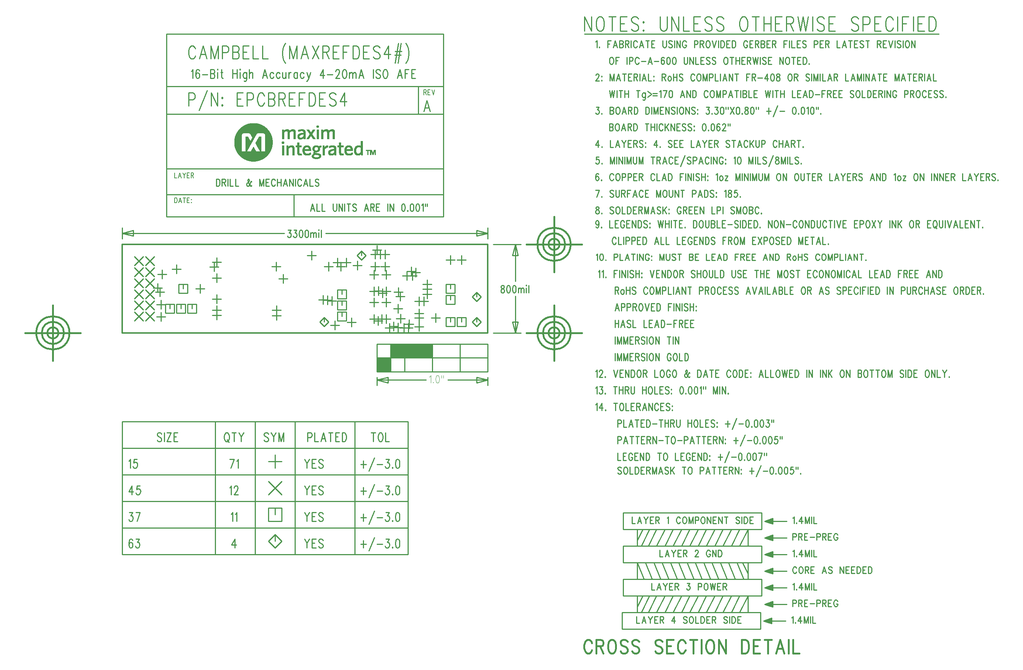
<source format=gbr>
*
*
G04 PADS 9.5 Build Number: 522968 generated Gerber (RS-274-X) file*
G04 PC Version=2.1*
*
%IN "MAXREFDES4_rev_A.pcb"*%
*
%MOIN*%
*
%FSLAX35Y35*%
*
*
*
*
G04 PC Standard Apertures*
*
*
G04 Thermal Relief Aperture macro.*
%AMTER*
1,1,$1,0,0*
1,0,$1-$2,0,0*
21,0,$3,$4,0,0,45*
21,0,$3,$4,0,0,135*
%
*
*
G04 Annular Aperture macro.*
%AMANN*
1,1,$1,0,0*
1,0,$2,0,0*
%
*
*
G04 Odd Aperture macro.*
%AMODD*
1,1,$1,0,0*
1,0,$1-0.005,0,0*
%
*
*
G04 PC Custom Aperture Macros*
*
*
*
*
*
*
G04 PC Aperture Table*
*
%ADD046C,0.015*%
%ADD148C,0.02*%
%ADD172C,0.012*%
%ADD177C,0.01*%
%ADD180C,0.007*%
%ADD185C,0.001*%
%ADD189C,0*%
%ADD235C,0.002*%
*
*
*
*
G04 PC Circuitry*
G04 Layer Name MAXREFDES4_rev_A.pcb - circuitry*
%LPD*%
*
*
G04 PC Custom Flashes*
G04 Layer Name MAXREFDES4_rev_A.pcb - flashes*
%LPD*%
*
*
G04 PC Circuitry*
G04 Layer Name MAXREFDES4_rev_A.pcb - circuitry*
%LPD*%
*
G54D46*
G01X2032625Y1663875D02*
Y1658875D01*
Y1653875*
Y1693875D02*
Y1663875D01*
X2012625Y1678875D02*
X2007625D01*
X2017625D02*
X2012625D01*
X2032625Y1693875D02*
Y1698875D01*
X2052625Y1678875D02*
X2057625D01*
X2047625D02*
X2052625D01*
X2017625D02*
X2047625D01*
X2037625D02*
G75*
G03X2037625I-5000J0D01*
G01X2047625D02*
G03X2047625I-15000J0D01*
G01X2042625D02*
G03X2042625I-10000J0D01*
G01X2032625Y1698875D02*
Y1703875D01*
Y1583875D02*
Y1578875D01*
Y1573875*
Y1613875D02*
Y1583875D01*
X2012625Y1598875D02*
X2007625D01*
X2017625D02*
X2012625D01*
X2032625Y1613875D02*
Y1618875D01*
X2052625Y1598875D02*
X2057625D01*
X2047625D02*
X2052625D01*
X2017625D02*
X2047625D01*
X2037625D02*
G03X2037625I-5000J0D01*
G01X2047625D02*
G03X2047625I-15000J0D01*
G01X2042625D02*
G03X2042625I-10000J0D01*
G01X2032625Y1618875D02*
Y1623875D01*
X1580125Y1583875D02*
Y1578875D01*
Y1573875*
Y1613875D02*
Y1583875D01*
X1560125Y1598875D02*
X1555125D01*
X1565125D02*
X1560125D01*
X1580125Y1613875D02*
Y1618875D01*
X1600125Y1598875D02*
X1605125D01*
X1595125D02*
X1600125D01*
X1565125D02*
X1595125D01*
X1585125D02*
G03X1585125I-5000J0D01*
G01X1595125D02*
G03X1595125I-15000J0D01*
G01X1590125D02*
G03X1590125I-10000J0D01*
G01X1580125Y1618875D02*
Y1623875D01*
X2066693Y1318875D02*
X2066239Y1320031D01*
X2065330Y1321188*
X2065330D02*
X2064420Y1321766D01*
X2062602*
X2061693Y1321188*
X2061693D02*
X2060784Y1320031D01*
X2060330Y1318875*
X2059875Y1317141*
Y1314250*
X2060330Y1312516*
X2060784Y1311359*
X2061693Y1310203*
X2062602Y1309625*
X2064420*
X2065330Y1310203*
X2066239Y1311359*
X2066693Y1312516*
X2070784Y1321766D02*
Y1309625D01*
Y1321766D02*
X2074875D01*
X2076239Y1321188*
X2076239D02*
X2076693Y1320609D01*
X2077148Y1319453*
Y1318297*
X2076693Y1317141*
X2076239Y1316563*
X2076239D02*
X2074875Y1315984D01*
X2070784*
X2073966D02*
X2077148Y1309625D01*
X2083966Y1321766D02*
X2083057Y1321188D01*
X2083057D02*
X2082148Y1320031D01*
X2081693Y1318875*
X2081239Y1317141*
Y1314250*
X2081693Y1312516*
X2082148Y1311359*
X2083057Y1310203*
X2083966Y1309625*
X2085784*
X2086693Y1310203*
X2087602Y1311359*
X2088057Y1312516*
X2088511Y1314250*
Y1317141*
X2088057Y1318875*
X2087602Y1320031*
X2086693Y1321188*
X2086693D02*
X2085784Y1321766D01*
X2083966*
X2098966Y1320031D02*
X2098057Y1321188D01*
X2098057D02*
X2096693Y1321766D01*
X2094875*
X2093511Y1321188*
X2093511D02*
X2092602Y1320031D01*
Y1318875*
X2093057Y1317719*
X2093511Y1317141*
X2094420Y1316563*
X2094420D02*
X2097148Y1315406D01*
X2098057Y1314828*
X2098511Y1314250*
X2098966Y1313094*
Y1311359*
X2098057Y1310203*
X2096693Y1309625*
X2094875*
X2093511Y1310203*
X2092602Y1311359*
X2109420Y1320031D02*
X2108511Y1321188D01*
X2108511D02*
X2107148Y1321766D01*
X2105330*
X2103966Y1321188*
X2103966D02*
X2103057Y1320031D01*
Y1318875*
X2103511Y1317719*
X2103966Y1317141*
X2104875Y1316563*
X2104875D02*
X2107602Y1315406D01*
X2108511Y1314828*
X2108966Y1314250*
X2109420Y1313094*
Y1311359*
X2108511Y1310203*
X2107148Y1309625*
X2105330*
X2103966Y1310203*
X2103057Y1311359*
X2130330Y1320031D02*
X2129420Y1321188D01*
X2129420D02*
X2128057Y1321766D01*
X2126239*
X2124875Y1321188*
X2124875D02*
X2123966Y1320031D01*
Y1318875*
X2124420Y1317719*
X2124875Y1317141*
X2125784Y1316563*
X2125784D02*
X2128511Y1315406D01*
X2129420Y1314828*
X2129875Y1314250*
X2130330Y1313094*
Y1311359*
X2129420Y1310203*
X2128057Y1309625*
X2126239*
X2124875Y1310203*
X2123966Y1311359*
X2134420Y1321766D02*
Y1309625D01*
Y1321766D02*
X2140330D01*
X2134420Y1315984D02*
X2138057D01*
X2134420Y1309625D02*
X2140330D01*
X2151239Y1318875D02*
X2150784Y1320031D01*
X2149875Y1321188*
X2149875D02*
X2148966Y1321766D01*
X2147148*
X2146239Y1321188*
X2146239D02*
X2145330Y1320031D01*
X2144875Y1318875*
X2144420Y1317141*
Y1314250*
X2144875Y1312516*
X2145330Y1311359*
X2146239Y1310203*
X2147148Y1309625*
X2148966*
X2149875Y1310203*
X2150784Y1311359*
X2151239Y1312516*
X2158511Y1321766D02*
Y1309625D01*
X2155330Y1321766D02*
X2161693D01*
X2165784D02*
Y1309625D01*
X2172602Y1321766D02*
X2171693Y1321188D01*
X2171693D02*
X2170784Y1320031D01*
X2170330Y1318875*
X2169875Y1317141*
Y1314250*
X2170330Y1312516*
X2170784Y1311359*
X2171693Y1310203*
X2172602Y1309625*
X2174420*
X2175330Y1310203*
X2176239Y1311359*
X2176693Y1312516*
X2177148Y1314250*
Y1317141*
X2176693Y1318875*
X2176239Y1320031*
X2175330Y1321188*
X2175330D02*
X2174420Y1321766D01*
X2172602*
X2181239D02*
Y1309625D01*
Y1321766D02*
X2187602Y1309625D01*
Y1321766D02*
Y1309625D01*
X2202148Y1321766D02*
Y1309625D01*
Y1321766D02*
X2205330D01*
X2206693Y1321188*
X2206693D02*
X2207602Y1320031D01*
X2208057Y1318875*
X2208511Y1317141*
Y1314250*
X2208057Y1312516*
X2207602Y1311359*
X2206693Y1310203*
X2205330Y1309625*
X2202148*
X2212602Y1321766D02*
Y1309625D01*
Y1321766D02*
X2218511D01*
X2212602Y1315984D02*
X2216239D01*
X2212602Y1309625D02*
X2218511D01*
X2225784Y1321766D02*
Y1309625D01*
X2222602Y1321766D02*
X2228966D01*
X2236693D02*
X2233057Y1309625D01*
X2236693Y1321766D02*
X2240330Y1309625D01*
X2234420Y1313672D02*
X2238966D01*
X2244420Y1321766D02*
Y1309625D01*
X2248511Y1321766D02*
Y1309625D01*
X2253966*
G54D148*
X2229125Y1427875D02*
Y1429875D01*
X2225125Y1428875*
X2229125Y1427875*
Y1412875D02*
Y1414875D01*
X2225125Y1413875*
X2229125Y1412875*
Y1397875D02*
Y1399875D01*
X2225125Y1398875*
X2229125Y1397875*
Y1382875D02*
Y1384875D01*
X2225125Y1383875*
X2229125Y1382875*
Y1367875D02*
Y1369875D01*
X2225125Y1368875*
X2229125Y1367875*
Y1352875D02*
Y1354875D01*
X2225125Y1353875*
X2229125Y1352875*
X2228125Y1337875D02*
Y1339875D01*
X2224125Y1338875*
X2228125Y1337875*
G54D172*
X1642625Y1598875D02*
Y1678875D01*
X1972625*
Y1598875*
X1642625*
G54D177*
X1945125Y1604875D02*
X1953125D01*
Y1612875*
X1945125*
Y1604875*
X1949125Y1608875D02*
Y1612875D01*
X1935125Y1604875D02*
X1943125D01*
Y1612875*
X1935125*
Y1604875*
X1939125Y1608875D02*
Y1612875D01*
X1935125Y1624875D02*
X1943125D01*
Y1632875*
X1935125*
Y1624875*
X1939125Y1628875D02*
Y1632875D01*
X1935125Y1634875D02*
X1943125D01*
Y1642875*
X1935125*
Y1634875*
X1939125Y1638875D02*
Y1642875D01*
X1962625Y1627375D02*
X1966625Y1631375D01*
X1962625Y1635375*
X1958625Y1631375*
X1962625Y1627375*
Y1631375D02*
Y1635375D01*
X1858625Y1664875D02*
X1862625Y1668875D01*
X1858625Y1672875*
X1854625Y1668875*
X1858625Y1664875*
Y1668875D02*
Y1672875D01*
X1962625Y1604875D02*
X1966625Y1608875D01*
X1962625Y1612875*
X1958625Y1608875*
X1962625Y1604875*
Y1608875D02*
Y1612875D01*
X1693625Y1634875D02*
X1701625D01*
Y1642875*
X1693625*
Y1634875*
X1697625Y1638875D02*
Y1642875D01*
X1681625Y1616875D02*
X1689625D01*
Y1624875*
X1681625*
Y1616875*
X1685625Y1620875D02*
Y1624875D01*
X1691625Y1616875D02*
X1699625D01*
Y1624875*
X1691625*
Y1616875*
X1695625Y1620875D02*
Y1624875D01*
X1701625Y1616875D02*
X1709625D01*
Y1624875*
X1701625*
Y1616875*
X1705625Y1620875D02*
Y1624875D01*
X1837125Y1609875D02*
X1845125D01*
Y1617875*
X1837125*
Y1609875*
X1841125Y1613875D02*
Y1617875D01*
X1837125Y1619875D02*
X1845125D01*
Y1627875*
X1837125*
Y1619875*
X1841125Y1623875D02*
Y1627875D01*
X1837125Y1629875D02*
X1845125D01*
Y1637875*
X1837125*
Y1629875*
X1841125Y1633875D02*
Y1637875D01*
X1663625Y1659875D02*
X1671625Y1667875D01*
X1663625D02*
X1671625Y1659875D01*
X1663625Y1649875D02*
X1671625Y1657875D01*
X1663625D02*
X1671625Y1649875D01*
X1663625Y1639875D02*
X1671625Y1647875D01*
X1663625D02*
X1671625Y1639875D01*
X1663625Y1629875D02*
X1671625Y1637875D01*
X1663625D02*
X1671625Y1629875D01*
X1663625Y1619875D02*
X1671625Y1627875D01*
X1663625D02*
X1671625Y1619875D01*
X1663625Y1609875D02*
X1671625Y1617875D01*
X1663625D02*
X1671625Y1609875D01*
X1653625Y1659875D02*
X1661625Y1667875D01*
X1653625D02*
X1661625Y1659875D01*
X1653625Y1649875D02*
X1661625Y1657875D01*
X1653625D02*
X1661625Y1649875D01*
X1653625Y1639875D02*
X1661625Y1647875D01*
X1653625D02*
X1661625Y1639875D01*
X1653625Y1629875D02*
X1661625Y1637875D01*
X1653625D02*
X1661625Y1629875D01*
X1653625Y1619875D02*
X1661625Y1627875D01*
X1653625D02*
X1661625Y1619875D01*
X1653625Y1609875D02*
X1661625Y1617875D01*
X1653625D02*
X1661625Y1609875D01*
X1825125Y1604875D02*
X1829125Y1608875D01*
X1825125Y1612875*
X1821125Y1608875*
X1825125Y1604875*
Y1608875D02*
Y1612875D01*
X1673625Y1613375D02*
X1681625D01*
X1677625Y1609375D02*
Y1617375D01*
X1673625Y1624375D02*
X1681625D01*
X1677625Y1620375D02*
Y1628375D01*
X1672625Y1635875D02*
X1680625D01*
X1676625Y1631875D02*
Y1639875D01*
X1778125Y1614375D02*
X1786125D01*
X1782125Y1610375D02*
Y1618375D01*
X1778125Y1619375D02*
X1786125D01*
X1782125Y1615375D02*
Y1623375D01*
X1724125Y1629375D02*
X1732125D01*
X1728125Y1625375D02*
Y1633375D01*
X1724125Y1614875D02*
X1732125D01*
X1728125Y1610875D02*
Y1618875D01*
X1724125Y1619375D02*
X1732125D01*
X1728125Y1615375D02*
Y1623375D01*
X1828125Y1627875D02*
X1836125D01*
X1832125Y1623875D02*
Y1631875D01*
X1824125Y1628375D02*
X1832125D01*
X1828125Y1624375D02*
Y1632375D01*
X1820125Y1628875D02*
X1828125D01*
X1824125Y1624875D02*
Y1632875D01*
X1830625Y1605875D02*
X1838625D01*
X1834625Y1601875D02*
Y1609875D01*
X1845625Y1608375D02*
X1853625D01*
X1849625Y1604375D02*
Y1612375D01*
X1870125Y1636875D02*
X1878125D01*
X1874125Y1632875D02*
Y1640875D01*
X1873625Y1634875D02*
X1881625D01*
X1877625Y1630875D02*
Y1638875D01*
X1897625Y1606875D02*
X1905625D01*
X1901625Y1602875D02*
Y1610875D01*
X1890125Y1611875D02*
X1898125D01*
X1894125Y1607875D02*
Y1615875D01*
X1906625Y1612375D02*
X1914625D01*
X1910625Y1608375D02*
Y1616375D01*
X1906625Y1604375D02*
X1914625D01*
X1910625Y1600375D02*
Y1608375D01*
X1869625Y1609875D02*
X1877625D01*
X1873625Y1605875D02*
Y1613875D01*
X1888125Y1635875D02*
X1896125D01*
X1892125Y1631875D02*
Y1639875D01*
X1883625Y1604875D02*
X1891625D01*
X1887625Y1600875D02*
Y1608875D01*
X1921625Y1612375D02*
X1929625D01*
X1925625Y1608375D02*
Y1616375D01*
X1911125Y1627375D02*
X1919125D01*
X1915125Y1623375D02*
Y1631375D01*
X1866125Y1626375D02*
X1874125D01*
X1870125Y1622375D02*
Y1630375D01*
X1906625Y1616375D02*
X1914625D01*
X1910625Y1612375D02*
Y1620375D01*
X1887625Y1620875D02*
X1895625D01*
X1891625Y1616875D02*
Y1624875D01*
X1877125Y1611375D02*
X1885125D01*
X1881125Y1607375D02*
Y1615375D01*
X1866125Y1636375D02*
X1874125D01*
X1870125Y1632375D02*
Y1640375D01*
X1914125Y1638375D02*
X1922125D01*
X1918125Y1634375D02*
Y1642375D01*
X1906625Y1627375D02*
X1914625D01*
X1910625Y1623375D02*
Y1631375D01*
X1889625Y1631875D02*
X1897625D01*
X1893625Y1627875D02*
Y1635875D01*
X1873125Y1611375D02*
X1881125D01*
X1877125Y1607375D02*
Y1615375D01*
X1887625Y1603875D02*
X1895625D01*
X1891625Y1599875D02*
Y1607875D01*
X1880125Y1603375D02*
X1888125D01*
X1884125Y1599375D02*
Y1607375D01*
X1914125Y1633875D02*
X1922125D01*
X1918125Y1629875D02*
Y1637875D01*
X1897125Y1603375D02*
X1905125D01*
X1901125Y1599375D02*
Y1607375D01*
X1877125Y1626375D02*
X1885125D01*
X1881125Y1622375D02*
Y1630375D01*
X1866125Y1611375D02*
X1874125D01*
X1870125Y1607375D02*
Y1615375D01*
X1893125Y1603375D02*
X1901125D01*
X1897125Y1599375D02*
Y1607375D01*
X1877125Y1636375D02*
X1885125D01*
X1881125Y1632375D02*
Y1640375D01*
X1670625Y1639375D02*
X1678625D01*
X1674625Y1635375D02*
Y1643375D01*
X1687625Y1656375D02*
X1695625D01*
X1691625Y1652375D02*
Y1660375D01*
X1674625Y1651875D02*
X1682625D01*
X1678625Y1647875D02*
Y1655875D01*
X1777625Y1658875D02*
X1785625D01*
X1781625Y1654875D02*
Y1662875D01*
X1721625Y1658375D02*
X1729625D01*
X1725625Y1654375D02*
Y1662375D01*
X1724125Y1662875D02*
X1732125D01*
X1728125Y1658875D02*
Y1666875D01*
X1724125Y1648375D02*
X1732125D01*
X1728125Y1644375D02*
Y1652375D01*
X1709125Y1638875D02*
X1717125D01*
X1713125Y1634875D02*
Y1642875D01*
X1836125Y1658875D02*
X1844125D01*
X1840125Y1654875D02*
Y1662875D01*
X1851125Y1659875D02*
X1859125D01*
X1855125Y1655875D02*
Y1663875D01*
X1833125Y1662375D02*
X1841125D01*
X1837125Y1658375D02*
Y1666375D01*
X1784125Y1647875D02*
X1792125D01*
X1788125Y1643875D02*
Y1651875D01*
X1825125Y1658875D02*
X1833125D01*
X1829125Y1654875D02*
Y1662875D01*
X1809625Y1668875D02*
X1817625D01*
X1813625Y1664875D02*
Y1672875D01*
X1841125Y1662375D02*
X1849125D01*
X1845125Y1658375D02*
Y1666375D01*
X1877125Y1651375D02*
X1885125D01*
X1881125Y1647375D02*
Y1655375D01*
X1914125Y1642875D02*
X1922125D01*
X1918125Y1638875D02*
Y1646875D01*
X1903625Y1653375D02*
X1911625D01*
X1907625Y1649375D02*
Y1657375D01*
X1871625Y1669875D02*
X1879625D01*
X1875625Y1665875D02*
Y1673875D01*
X1876125Y1658875D02*
X1884125D01*
X1880125Y1654875D02*
Y1662875D01*
X1876125Y1669875D02*
X1884125D01*
X1880125Y1665875D02*
Y1673875D01*
X1899625Y1654375D02*
X1907625D01*
X1903625Y1650375D02*
Y1658375D01*
X1867125Y1669875D02*
X1875125D01*
X1871125Y1665875D02*
Y1673875D01*
X1867125Y1658875D02*
X1875125D01*
X1871125Y1654875D02*
Y1662875D01*
X1935125Y1664875D02*
X1943125D01*
X1939125Y1660875D02*
Y1668875D01*
X1900875Y1650375D02*
X1908875D01*
X1904875Y1646375D02*
Y1654375D01*
X1868625Y1673875D02*
X1876625D01*
X1872625Y1669875D02*
Y1677875D01*
X1895625Y1650375D02*
X1903625D01*
X1899625Y1646375D02*
Y1654375D01*
X1866125Y1651375D02*
X1874125D01*
X1870125Y1647375D02*
Y1655375D01*
X1945125Y1664875D02*
X1953125D01*
X1949125Y1660875D02*
Y1668875D01*
X1872625Y1563875D02*
X1972625D01*
Y1588875*
X1872625*
Y1563875*
Y1556375D02*
X1917125D01*
X1872625D02*
X1882625Y1558875D01*
Y1553875*
X1872625Y1556375*
X1972625D02*
X1936761D01*
X1972625D02*
X1962625Y1553875D01*
Y1558875*
X1972625Y1556375*
X1872625Y1558875D02*
Y1551375D01*
X1972625Y1558875D02*
Y1551375D01*
X1874625Y1563875D02*
Y1576375D01*
X1875625Y1563875D02*
Y1576375D01*
X1876625D02*
Y1563875D01*
X1877625Y1576375D02*
Y1563875D01*
X1878625Y1576375D02*
Y1563875D01*
X1879625Y1576375D02*
Y1563875D01*
X1880625Y1576375D02*
Y1563875D01*
X1881625Y1576375D02*
Y1563875D01*
X1882625D02*
Y1576375D01*
X1883625Y1563875D02*
Y1576375D01*
X1886625D02*
Y1588875D01*
X1887625Y1576375D02*
Y1588875D01*
X1888625D02*
Y1576375D01*
X1889625Y1588875D02*
Y1576375D01*
X1890625Y1588875D02*
Y1576375D01*
X1891625Y1588875D02*
Y1576375D01*
X1892625Y1588875D02*
Y1576375D01*
X1893625Y1588875D02*
Y1576375D01*
X1894625D02*
Y1588875D01*
X1895625Y1576375D02*
Y1588875D01*
X1885125Y1563875D02*
Y1588875D01*
X1897625Y1563875D02*
Y1588875D01*
X1872625Y1576375D02*
X1972625D01*
X1947625Y1563875D02*
Y1588875D01*
X1922625Y1563875D02*
Y1588875D01*
X1873625Y1563875D02*
Y1576375D01*
X1884125Y1563875D02*
Y1576375D01*
X1886125D02*
Y1588875D01*
X1896625Y1576375D02*
Y1588875D01*
X1899625Y1576375D02*
Y1588875D01*
X1898625Y1576375D02*
Y1588875D01*
X1900625Y1576375D02*
Y1588875D01*
X1901625D02*
Y1576375D01*
X1902625Y1588875D02*
Y1576375D01*
X1903625Y1588875D02*
Y1576375D01*
X1904625Y1588875D02*
Y1576375D01*
X1905625Y1588875D02*
Y1576375D01*
X1907625D02*
Y1588875D01*
X1906625D02*
Y1576375D01*
X1908625D02*
Y1588875D01*
X1909625Y1576375D02*
Y1588875D01*
X1911625Y1576375D02*
Y1588875D01*
X1910625Y1576375D02*
Y1588875D01*
X1912625Y1576375D02*
Y1588875D01*
X1913625D02*
Y1576375D01*
X1914625Y1588875D02*
Y1576375D01*
X1915625Y1588875D02*
Y1576375D01*
X1916625Y1588875D02*
Y1576375D01*
X1917625Y1588875D02*
Y1576375D01*
X1918625Y1588875D02*
Y1576375D01*
X1919625D02*
Y1588875D01*
X1920625Y1576375D02*
Y1588875D01*
X1921625Y1576375D02*
Y1588875D01*
X1972625Y1688875D02*
X1826307D01*
X1972625D02*
X1962625Y1686375D01*
Y1691375*
X1972625Y1688875*
X1642625D02*
X1788943D01*
X1642625D02*
X1652625Y1691375D01*
Y1686375*
X1642625Y1688875*
X1972625Y1683875D02*
Y1693875D01*
X1642625Y1683875D02*
Y1693875D01*
X1792398Y1691688D02*
X1794898D01*
X1794898D02*
X1793534Y1689188D01*
X1793534D02*
X1794216D01*
X1794216D02*
X1794670Y1688875D01*
X1794898Y1688563*
X1794898D02*
X1795125Y1687625D01*
Y1687000*
X1794898Y1686063*
X1794898D02*
X1794443Y1685438D01*
X1794443D02*
X1793761Y1685125D01*
X1793080*
X1792398Y1685438*
X1792398D02*
X1792170Y1685750D01*
X1791943Y1686375*
X1797625Y1691688D02*
X1800125D01*
X1800125D02*
X1798761Y1689188D01*
X1798761D02*
X1799443D01*
X1799443D02*
X1799898Y1688875D01*
X1800125Y1688563*
X1800125D02*
X1800352Y1687625D01*
Y1687000*
X1800125Y1686063*
X1800125D02*
X1799670Y1685438D01*
X1799670D02*
X1798989Y1685125D01*
X1798307*
X1797625Y1685438*
X1797625D02*
X1797398Y1685750D01*
X1797170Y1686375*
X1803761Y1691688D02*
X1803080Y1691375D01*
X1802625Y1690438*
X1802625D02*
X1802398Y1688875D01*
Y1687938*
X1802398D02*
X1802625Y1686375D01*
X1803080Y1685438*
X1803080D02*
X1803761Y1685125D01*
X1804216*
X1804898Y1685438*
X1804898D02*
X1805352Y1686375D01*
X1805580Y1687938*
X1805580D02*
Y1688875D01*
X1805352Y1690438*
X1805352D02*
X1804898Y1691375D01*
X1804216Y1691688*
X1804216D02*
X1803761D01*
X1808989D02*
X1808307Y1691375D01*
X1807852Y1690438*
X1807852D02*
X1807625Y1688875D01*
Y1687938*
X1807625D02*
X1807852Y1686375D01*
X1808307Y1685438*
X1808307D02*
X1808989Y1685125D01*
X1809443*
X1810125Y1685438*
X1810125D02*
X1810580Y1686375D01*
X1810807Y1687938*
X1810807D02*
Y1688875D01*
X1810580Y1690438*
X1810580D02*
X1810125Y1691375D01*
X1809443Y1691688*
X1809443D02*
X1808989D01*
X1812852Y1689500D02*
Y1685125D01*
Y1688250D02*
X1813534Y1689188D01*
X1813534D02*
X1813989Y1689500D01*
X1814670*
X1815125Y1689188*
X1815125D02*
X1815352Y1688250D01*
Y1685125*
Y1688250D02*
X1816034Y1689188D01*
X1816034D02*
X1816489Y1689500D01*
X1817170*
X1817625Y1689188*
X1817625D02*
X1817852Y1688250D01*
Y1685125*
X1819898Y1691688D02*
X1820125Y1691375D01*
X1820352Y1691688*
X1820352D02*
X1820125Y1692000D01*
X1819898Y1691688*
X1820125Y1689500D02*
Y1685125D01*
X1822398Y1691688D02*
Y1685125D01*
X1997625Y1598875D02*
Y1632125D01*
Y1598875D02*
X1995125Y1608875D01*
X2000125*
X1997625Y1598875*
Y1678875D02*
Y1645625D01*
Y1678875D02*
X2000125Y1668875D01*
X1995125*
X1997625Y1678875*
X1977625Y1598875D02*
X2002625D01*
X1977625Y1678875D02*
X2002625D01*
X1985693Y1641688D02*
X1985011Y1641375D01*
X1984784Y1640750*
Y1640125*
X1985011Y1639500*
X1985466Y1639188*
X1985466D02*
X1986375Y1638875D01*
X1987057Y1638563*
X1987057D02*
X1987511Y1637938D01*
X1987511D02*
X1987739Y1637313D01*
X1987739D02*
Y1636375D01*
X1987511Y1635750*
X1987284Y1635438*
X1987284D02*
X1986602Y1635125D01*
X1985693*
X1985011Y1635438*
X1985011D02*
X1984784Y1635750D01*
X1984557Y1636375*
Y1637313*
X1984557D02*
X1984784Y1637938D01*
X1984784D02*
X1985239Y1638563D01*
X1985239D02*
X1985920Y1638875D01*
X1986830Y1639188*
X1986830D02*
X1987284Y1639500D01*
X1987511Y1640125*
Y1640750*
X1987284Y1641375*
X1986602Y1641688*
X1986602D02*
X1985693D01*
X1991148D02*
X1990466Y1641375D01*
X1990011Y1640438*
X1990011D02*
X1989784Y1638875D01*
Y1637938*
X1989784D02*
X1990011Y1636375D01*
X1990466Y1635438*
X1990466D02*
X1991148Y1635125D01*
X1991602*
X1992284Y1635438*
X1992284D02*
X1992739Y1636375D01*
X1992966Y1637938*
X1992966D02*
Y1638875D01*
X1992739Y1640438*
X1992739D02*
X1992284Y1641375D01*
X1991602Y1641688*
X1991602D02*
X1991148D01*
X1996375D02*
X1995693Y1641375D01*
X1995239Y1640438*
X1995239D02*
X1995011Y1638875D01*
Y1637938*
X1995011D02*
X1995239Y1636375D01*
X1995693Y1635438*
X1995693D02*
X1996375Y1635125D01*
X1996830*
X1997511Y1635438*
X1997511D02*
X1997966Y1636375D01*
X1998193Y1637938*
X1998193D02*
Y1638875D01*
X1997966Y1640438*
X1997966D02*
X1997511Y1641375D01*
X1996830Y1641688*
X1996830D02*
X1996375D01*
X2000239Y1639500D02*
Y1635125D01*
Y1638250D02*
X2000920Y1639188D01*
X2000920D02*
X2001375Y1639500D01*
X2002057*
X2002511Y1639188*
X2002511D02*
X2002739Y1638250D01*
Y1635125*
Y1638250D02*
X2003420Y1639188D01*
X2003420D02*
X2003875Y1639500D01*
X2004557*
X2005011Y1639188*
X2005011D02*
X2005239Y1638250D01*
Y1635125*
X2007284Y1641688D02*
X2007511Y1641375D01*
X2007739Y1641688*
X2007739D02*
X2007511Y1642000D01*
X2007284Y1641688*
X2007511Y1639500D02*
Y1635125D01*
X2009784Y1641688D02*
Y1635125D01*
X2060125Y1868875D02*
X2380125D01*
X2072625Y1654188D02*
X2073080Y1654500D01*
X2073761Y1655438*
X2073761D02*
Y1648875D01*
X2075807Y1654188D02*
X2076261Y1654500D01*
X2076943Y1655438*
X2076943D02*
Y1648875D01*
X2079216Y1649500D02*
X2078989Y1649188D01*
X2078989D02*
X2079216Y1648875D01*
X2079443Y1649188*
X2079443D02*
X2079216Y1649500D01*
X2086716Y1655438D02*
Y1648875D01*
Y1655438D02*
X2089670D01*
X2086716Y1652313D02*
X2088534D01*
X2091716Y1655438D02*
Y1648875D01*
X2093761Y1655438D02*
Y1648875D01*
Y1655438D02*
X2096943Y1648875D01*
Y1655438D02*
Y1648875D01*
X2098989Y1655438D02*
Y1648875D01*
X2104216Y1654500D02*
X2103761Y1655125D01*
X2103080Y1655438*
X2103080D02*
X2102170D01*
X2102170D02*
X2101489Y1655125D01*
X2101034Y1654500*
Y1653875*
X2101261Y1653250*
X2101489Y1652938*
X2101489D02*
X2101943Y1652625D01*
X2103307Y1652000*
X2103761Y1651688*
X2103761D02*
X2103989Y1651375D01*
X2104216Y1650750*
Y1649813*
X2104216D02*
X2103761Y1649188D01*
X2103761D02*
X2103080Y1648875D01*
X2102170*
X2101489Y1649188*
X2101489D02*
X2101034Y1649813D01*
X2106261Y1655438D02*
Y1648875D01*
X2109443Y1655438D02*
Y1648875D01*
X2106261Y1652313D02*
X2109443D01*
X2111716Y1653250D02*
X2111489Y1652938D01*
X2111489D02*
X2111716Y1652625D01*
X2111943Y1652938*
X2111943D02*
X2111716Y1653250D01*
Y1649500D02*
X2111489Y1649188D01*
X2111489D02*
X2111716Y1648875D01*
X2111943Y1649188*
X2111943D02*
X2111716Y1649500D01*
X2119216Y1655438D02*
X2121034Y1648875D01*
X2122852Y1655438D02*
X2121034Y1648875D01*
X2124898Y1655438D02*
Y1648875D01*
Y1655438D02*
X2127852D01*
X2124898Y1652313D02*
X2126716D01*
X2124898Y1648875D02*
X2127852D01*
X2129898Y1655438D02*
Y1648875D01*
Y1655438D02*
X2133080Y1648875D01*
Y1655438D02*
Y1648875D01*
X2135125Y1655438D02*
Y1648875D01*
Y1655438D02*
X2136716D01*
X2136716D02*
X2137398Y1655125D01*
X2137852Y1654500*
X2138080Y1653875*
X2138307Y1652938*
X2138307D02*
Y1651375D01*
X2138080Y1650438*
X2138080D02*
X2137852Y1649813D01*
X2137852D02*
X2137398Y1649188D01*
X2137398D02*
X2136716Y1648875D01*
X2135125*
X2141716Y1655438D02*
X2141261Y1655125D01*
X2140807Y1654500*
X2140580Y1653875*
X2140352Y1652938*
X2140352D02*
Y1651375D01*
X2140580Y1650438*
X2140580D02*
X2140807Y1649813D01*
X2140807D02*
X2141261Y1649188D01*
X2141261D02*
X2141716Y1648875D01*
X2142625*
X2143080Y1649188*
X2143080D02*
X2143534Y1649813D01*
X2143534D02*
X2143761Y1650438D01*
X2143761D02*
X2143989Y1651375D01*
Y1652938*
X2143989D02*
X2143761Y1653875D01*
X2143534Y1654500*
X2143080Y1655125*
X2142625Y1655438*
X2142625D02*
X2141716D01*
X2146034D02*
Y1648875D01*
Y1655438D02*
X2148080D01*
X2148080D02*
X2148761Y1655125D01*
X2148989Y1654813*
X2148989D02*
X2149216Y1654188D01*
X2149216D02*
Y1653563D01*
X2149216D02*
X2148989Y1652938D01*
X2148989D02*
X2148761Y1652625D01*
X2148080Y1652313*
X2148080D02*
X2146034D01*
X2147625D02*
X2149216Y1648875D01*
X2159670Y1654500D02*
X2159216Y1655125D01*
X2158534Y1655438*
X2158534D02*
X2157625D01*
X2157625D02*
X2156943Y1655125D01*
X2156489Y1654500*
Y1653875*
X2156716Y1653250*
X2156943Y1652938*
X2156943D02*
X2157398Y1652625D01*
X2158761Y1652000*
X2159216Y1651688*
X2159216D02*
X2159443Y1651375D01*
X2159670Y1650750*
Y1649813*
X2159670D02*
X2159216Y1649188D01*
X2159216D02*
X2158534Y1648875D01*
X2157625*
X2156943Y1649188*
X2156943D02*
X2156489Y1649813D01*
X2161716Y1655438D02*
Y1648875D01*
X2164898Y1655438D02*
Y1648875D01*
X2161716Y1652313D02*
X2164898D01*
X2168307Y1655438D02*
X2167852Y1655125D01*
X2167398Y1654500*
X2167170Y1653875*
X2166943Y1652938*
X2166943D02*
Y1651375D01*
X2167170Y1650438*
X2167170D02*
X2167398Y1649813D01*
X2167398D02*
X2167852Y1649188D01*
X2167852D02*
X2168307Y1648875D01*
X2169216*
X2169670Y1649188*
X2169670D02*
X2170125Y1649813D01*
X2170125D02*
X2170352Y1650438D01*
X2170352D02*
X2170580Y1651375D01*
Y1652938*
X2170580D02*
X2170352Y1653875D01*
X2170125Y1654500*
X2169670Y1655125*
X2169216Y1655438*
X2169216D02*
X2168307D01*
X2172625D02*
Y1650750D01*
X2172852Y1649813*
X2172852D02*
X2173307Y1649188D01*
X2173307D02*
X2173989Y1648875D01*
X2174443*
X2175125Y1649188*
X2175125D02*
X2175580Y1649813D01*
X2175580D02*
X2175807Y1650750D01*
Y1655438*
X2177852D02*
Y1648875D01*
X2180580*
X2182625Y1655438D02*
Y1648875D01*
Y1655438D02*
X2184216D01*
X2184216D02*
X2184898Y1655125D01*
X2185352Y1654500*
X2185580Y1653875*
X2185807Y1652938*
X2185807D02*
Y1651375D01*
X2185580Y1650438*
X2185580D02*
X2185352Y1649813D01*
X2185352D02*
X2184898Y1649188D01*
X2184898D02*
X2184216Y1648875D01*
X2182625*
X2193080Y1655438D02*
Y1650750D01*
X2193307Y1649813*
X2193307D02*
X2193761Y1649188D01*
X2193761D02*
X2194443Y1648875D01*
X2194898*
X2195580Y1649188*
X2195580D02*
X2196034Y1649813D01*
X2196034D02*
X2196261Y1650750D01*
Y1655438*
X2201489Y1654500D02*
X2201034Y1655125D01*
X2200352Y1655438*
X2200352D02*
X2199443D01*
X2199443D02*
X2198761Y1655125D01*
X2198307Y1654500*
Y1653875*
X2198534Y1653250*
X2198761Y1652938*
X2198761D02*
X2199216Y1652625D01*
X2200580Y1652000*
X2201034Y1651688*
X2201034D02*
X2201261Y1651375D01*
X2201489Y1650750*
Y1649813*
X2201489D02*
X2201034Y1649188D01*
X2201034D02*
X2200352Y1648875D01*
X2199443*
X2198761Y1649188*
X2198761D02*
X2198307Y1649813D01*
X2203534Y1655438D02*
Y1648875D01*
Y1655438D02*
X2206489D01*
X2203534Y1652313D02*
X2205352D01*
X2203534Y1648875D02*
X2206489D01*
X2215352Y1655438D02*
Y1648875D01*
X2213761Y1655438D02*
X2216943D01*
X2218989D02*
Y1648875D01*
X2222170Y1655438D02*
Y1648875D01*
X2218989Y1652313D02*
X2222170D01*
X2224216Y1655438D02*
Y1648875D01*
Y1655438D02*
X2227170D01*
X2224216Y1652313D02*
X2226034D01*
X2224216Y1648875D02*
X2227170D01*
X2234443Y1655438D02*
Y1648875D01*
Y1655438D02*
X2236261Y1648875D01*
X2238080Y1655438D02*
X2236261Y1648875D01*
X2238080Y1655438D02*
Y1648875D01*
X2241489Y1655438D02*
X2241034Y1655125D01*
X2240580Y1654500*
X2240352Y1653875*
X2240125Y1652938*
X2240125D02*
Y1651375D01*
X2240352Y1650438*
X2240352D02*
X2240580Y1649813D01*
X2240580D02*
X2241034Y1649188D01*
X2241034D02*
X2241489Y1648875D01*
X2242398*
X2242852Y1649188*
X2242852D02*
X2243307Y1649813D01*
X2243307D02*
X2243534Y1650438D01*
X2243534D02*
X2243761Y1651375D01*
Y1652938*
X2243761D02*
X2243534Y1653875D01*
X2243307Y1654500*
X2242852Y1655125*
X2242398Y1655438*
X2242398D02*
X2241489D01*
X2248989Y1654500D02*
X2248534Y1655125D01*
X2247852Y1655438*
X2247852D02*
X2246943D01*
X2246943D02*
X2246261Y1655125D01*
X2245807Y1654500*
Y1653875*
X2246034Y1653250*
X2246261Y1652938*
X2246261D02*
X2246716Y1652625D01*
X2248080Y1652000*
X2248534Y1651688*
X2248534D02*
X2248761Y1651375D01*
X2248989Y1650750*
Y1649813*
X2248989D02*
X2248534Y1649188D01*
X2248534D02*
X2247852Y1648875D01*
X2246943*
X2246261Y1649188*
X2246261D02*
X2245807Y1649813D01*
X2252625Y1655438D02*
Y1648875D01*
X2251034Y1655438D02*
X2254216D01*
X2261489D02*
Y1648875D01*
Y1655438D02*
X2264443D01*
X2261489Y1652313D02*
X2263307D01*
X2261489Y1648875D02*
X2264443D01*
X2269898Y1653875D02*
X2269670Y1654500D01*
X2269216Y1655125*
X2268761Y1655438*
X2268761D02*
X2267852D01*
X2267852D02*
X2267398Y1655125D01*
X2266943Y1654500*
X2266716Y1653875*
X2266489Y1652938*
X2266489D02*
Y1651375D01*
X2266716Y1650438*
X2266716D02*
X2266943Y1649813D01*
X2266943D02*
X2267398Y1649188D01*
X2267398D02*
X2267852Y1648875D01*
X2268761*
X2269216Y1649188*
X2269216D02*
X2269670Y1649813D01*
X2269670D02*
X2269898Y1650438D01*
X2273307Y1655438D02*
X2272852Y1655125D01*
X2272398Y1654500*
X2272170Y1653875*
X2271943Y1652938*
X2271943D02*
Y1651375D01*
X2272170Y1650438*
X2272170D02*
X2272398Y1649813D01*
X2272398D02*
X2272852Y1649188D01*
X2272852D02*
X2273307Y1648875D01*
X2274216*
X2274670Y1649188*
X2274670D02*
X2275125Y1649813D01*
X2275125D02*
X2275352Y1650438D01*
X2275352D02*
X2275580Y1651375D01*
Y1652938*
X2275580D02*
X2275352Y1653875D01*
X2275125Y1654500*
X2274670Y1655125*
X2274216Y1655438*
X2274216D02*
X2273307D01*
X2277625D02*
Y1648875D01*
Y1655438D02*
X2280807Y1648875D01*
Y1655438D02*
Y1648875D01*
X2284216Y1655438D02*
X2283761Y1655125D01*
X2283307Y1654500*
X2283080Y1653875*
X2282852Y1652938*
X2282852D02*
Y1651375D01*
X2283080Y1650438*
X2283080D02*
X2283307Y1649813D01*
X2283307D02*
X2283761Y1649188D01*
X2283761D02*
X2284216Y1648875D01*
X2285125*
X2285580Y1649188*
X2285580D02*
X2286034Y1649813D01*
X2286034D02*
X2286261Y1650438D01*
X2286261D02*
X2286489Y1651375D01*
Y1652938*
X2286489D02*
X2286261Y1653875D01*
X2286034Y1654500*
X2285580Y1655125*
X2285125Y1655438*
X2285125D02*
X2284216D01*
X2288534D02*
Y1648875D01*
Y1655438D02*
X2290352Y1648875D01*
X2292170Y1655438D02*
X2290352Y1648875D01*
X2292170Y1655438D02*
Y1648875D01*
X2294216Y1655438D02*
Y1648875D01*
X2299670Y1653875D02*
X2299443Y1654500D01*
X2298989Y1655125*
X2298534Y1655438*
X2298534D02*
X2297625D01*
X2297625D02*
X2297170Y1655125D01*
X2296716Y1654500*
X2296489Y1653875*
X2296261Y1652938*
X2296261D02*
Y1651375D01*
X2296489Y1650438*
X2296489D02*
X2296716Y1649813D01*
X2296716D02*
X2297170Y1649188D01*
X2297170D02*
X2297625Y1648875D01*
X2298534*
X2298989Y1649188*
X2298989D02*
X2299443Y1649813D01*
X2299443D02*
X2299670Y1650438D01*
X2303534Y1655438D02*
X2301716Y1648875D01*
X2303534Y1655438D02*
X2305352Y1648875D01*
X2302398Y1651063D02*
X2304670D01*
X2307398Y1655438D02*
Y1648875D01*
X2310125*
X2317398Y1655438D02*
Y1648875D01*
X2320125*
X2322170Y1655438D02*
Y1648875D01*
Y1655438D02*
X2325125D01*
X2322170Y1652313D02*
X2323989D01*
X2322170Y1648875D02*
X2325125D01*
X2328989Y1655438D02*
X2327170Y1648875D01*
X2328989Y1655438D02*
X2330807Y1648875D01*
X2327852Y1651063D02*
X2330125D01*
X2332852Y1655438D02*
Y1648875D01*
Y1655438D02*
X2334443D01*
X2334443D02*
X2335125Y1655125D01*
X2335580Y1654500*
X2335807Y1653875*
X2336034Y1652938*
X2336034D02*
Y1651375D01*
X2335807Y1650438*
X2335807D02*
X2335580Y1649813D01*
X2335580D02*
X2335125Y1649188D01*
X2335125D02*
X2334443Y1648875D01*
X2332852*
X2343307Y1655438D02*
Y1648875D01*
Y1655438D02*
X2346261D01*
X2343307Y1652313D02*
X2345125D01*
X2348307Y1655438D02*
Y1648875D01*
Y1655438D02*
X2350352D01*
X2350352D02*
X2351034Y1655125D01*
X2351261Y1654813*
X2351261D02*
X2351489Y1654188D01*
X2351489D02*
Y1653563D01*
X2351489D02*
X2351261Y1652938D01*
X2351261D02*
X2351034Y1652625D01*
X2350352Y1652313*
X2350352D02*
X2348307D01*
X2349898D02*
X2351489Y1648875D01*
X2353534Y1655438D02*
Y1648875D01*
Y1655438D02*
X2356489D01*
X2353534Y1652313D02*
X2355352D01*
X2353534Y1648875D02*
X2356489D01*
X2358534Y1655438D02*
Y1648875D01*
Y1655438D02*
X2361489D01*
X2358534Y1652313D02*
X2360352D01*
X2358534Y1648875D02*
X2361489D01*
X2370580Y1655438D02*
X2368761Y1648875D01*
X2370580Y1655438D02*
X2372398Y1648875D01*
X2369443Y1651063D02*
X2371716D01*
X2374443Y1655438D02*
Y1648875D01*
Y1655438D02*
X2377625Y1648875D01*
Y1655438D02*
Y1648875D01*
X2379670Y1655438D02*
Y1648875D01*
Y1655438D02*
X2381261D01*
X2381261D02*
X2381943Y1655125D01*
X2382398Y1654500*
X2382625Y1653875*
X2382852Y1652938*
X2382852D02*
Y1651375D01*
X2382625Y1650438*
X2382625D02*
X2382398Y1649813D01*
X2382398D02*
X2381943Y1649188D01*
X2381943D02*
X2381261Y1648875D01*
X2379670*
X2093307Y1477000D02*
X2092853Y1477625D01*
X2092171Y1477938*
X2091262*
X2090580Y1477625*
X2090125Y1477000*
Y1476375*
X2090353Y1475750*
X2090580Y1475438*
X2091035Y1475125*
X2092398Y1474500*
X2092853Y1474188*
X2093080Y1473875*
X2093307Y1473250*
Y1472313*
X2092853Y1471688*
X2092171Y1471375*
X2091262*
X2090580Y1471688*
X2090125Y1472313*
X2096716Y1477938D02*
X2096262Y1477625D01*
X2095807Y1477000*
X2095580Y1476375*
X2095353Y1475438*
Y1473875*
X2095580Y1472938*
X2095807Y1472313*
X2096262Y1471688*
X2096716Y1471375*
X2097625*
X2098080Y1471688*
X2098535Y1472313*
X2098762Y1472938*
X2098989Y1473875*
Y1475438*
X2098762Y1476375*
X2098535Y1477000*
X2098080Y1477625*
X2097625Y1477938*
X2096716*
X2101035D02*
Y1471375D01*
X2103762*
X2105807Y1477938D02*
Y1471375D01*
Y1477938D02*
X2107398D01*
X2108080Y1477625*
X2108535Y1477000*
X2108762Y1476375*
X2108989Y1475438*
Y1473875*
X2108762Y1472938*
X2108535Y1472313*
X2108080Y1471688*
X2107398Y1471375*
X2105807*
X2111035Y1477938D02*
Y1471375D01*
Y1477938D02*
X2113989D01*
X2111035Y1474813D02*
X2112853D01*
X2111035Y1471375D02*
X2113989D01*
X2116035Y1477938D02*
Y1471375D01*
Y1477938D02*
X2118080D01*
X2118762Y1477625*
X2118989Y1477313*
X2119216Y1476688*
Y1476063*
X2118989Y1475438*
X2118762Y1475125*
X2118080Y1474813*
X2116035*
X2117625D02*
X2119216Y1471375D01*
X2121262Y1477938D02*
Y1471375D01*
Y1477938D02*
X2123080Y1471375D01*
X2124898Y1477938D02*
X2123080Y1471375D01*
X2124898Y1477938D02*
Y1471375D01*
X2128762Y1477938D02*
X2126944Y1471375D01*
X2128762Y1477938D02*
X2130580Y1471375D01*
X2127625Y1473563D02*
X2129898D01*
X2135807Y1477000D02*
X2135353Y1477625D01*
X2134671Y1477938*
X2133762*
X2133080Y1477625*
X2132625Y1477000*
Y1476375*
X2132853Y1475750*
X2133080Y1475438*
X2133535Y1475125*
X2134898Y1474500*
X2135353Y1474188*
X2135580Y1473875*
X2135807Y1473250*
Y1472313*
X2135353Y1471688*
X2134671Y1471375*
X2133762*
X2133080Y1471688*
X2132625Y1472313*
X2137853Y1477938D02*
Y1471375D01*
X2141035Y1477938D02*
X2137853Y1473563D01*
X2138989Y1475125D02*
X2141035Y1471375D01*
X2149898Y1477938D02*
Y1471375D01*
X2148307Y1477938D02*
X2151489D01*
X2154898D02*
X2154444Y1477625D01*
X2153989Y1477000*
X2153762Y1476375*
X2153535Y1475438*
Y1473875*
X2153762Y1472938*
X2153989Y1472313*
X2154444Y1471688*
X2154898Y1471375*
X2155807*
X2156262Y1471688*
X2156716Y1472313*
X2156944Y1472938*
X2157171Y1473875*
Y1475438*
X2156944Y1476375*
X2156716Y1477000*
X2156262Y1477625*
X2155807Y1477938*
X2154898*
X2164444D02*
Y1471375D01*
Y1477938D02*
X2166489D01*
X2167171Y1477625*
X2167398Y1477313*
X2167625Y1476688*
Y1475750*
X2167398Y1475125*
X2167171Y1474813*
X2166489Y1474500*
X2164444*
X2171489Y1477938D02*
X2169671Y1471375D01*
X2171489Y1477938D02*
X2173307Y1471375D01*
X2170353Y1473563D02*
X2172625D01*
X2176944Y1477938D02*
Y1471375D01*
X2175353Y1477938D02*
X2178535D01*
X2182171D02*
Y1471375D01*
X2180580Y1477938D02*
X2183762D01*
X2185807D02*
Y1471375D01*
Y1477938D02*
X2188762D01*
X2185807Y1474813D02*
X2187625D01*
X2185807Y1471375D02*
X2188762D01*
X2190807Y1477938D02*
Y1471375D01*
Y1477938D02*
X2192853D01*
X2193535Y1477625*
X2193762Y1477313*
X2193989Y1476688*
Y1476063*
X2193762Y1475438*
X2193535Y1475125*
X2192853Y1474813*
X2190807*
X2192398D02*
X2193989Y1471375D01*
X2196035Y1477938D02*
Y1471375D01*
Y1477938D02*
X2199216Y1471375D01*
Y1477938D02*
Y1471375D01*
X2201489Y1475750D02*
X2201262Y1475438D01*
X2201489Y1475125*
X2201716Y1475438*
X2201489Y1475750*
Y1472000D02*
X2201262Y1471688D01*
X2201489Y1471375*
X2201716Y1471688*
X2201489Y1472000*
X2211035Y1477000D02*
Y1471375D01*
X2208989Y1474188D02*
X2213080D01*
X2219216Y1479188D02*
X2215125Y1469188D01*
X2221262Y1474188D02*
X2225353D01*
X2228762Y1477938D02*
X2228080Y1477625D01*
X2227625Y1476688*
X2227398Y1475125*
Y1474188*
X2227625Y1472625*
X2228080Y1471688*
X2228762Y1471375*
X2229216*
X2229898Y1471688*
X2230353Y1472625*
X2230580Y1474188*
Y1475125*
X2230353Y1476688*
X2229898Y1477625*
X2229216Y1477938*
X2228762*
X2232853Y1472000D02*
X2232625Y1471688D01*
X2232853Y1471375*
X2233080Y1471688*
X2232853Y1472000*
X2236489Y1477938D02*
X2235807Y1477625D01*
X2235353Y1476688*
X2235125Y1475125*
Y1474188*
X2235353Y1472625*
X2235807Y1471688*
X2236489Y1471375*
X2236944*
X2237625Y1471688*
X2238080Y1472625*
X2238307Y1474188*
Y1475125*
X2238080Y1476688*
X2237625Y1477625*
X2236944Y1477938*
X2236489*
X2241716D02*
X2241035Y1477625D01*
X2240580Y1476688*
X2240353Y1475125*
Y1474188*
X2240580Y1472625*
X2241035Y1471688*
X2241716Y1471375*
X2242171*
X2242853Y1471688*
X2243307Y1472625*
X2243535Y1474188*
Y1475125*
X2243307Y1476688*
X2242853Y1477625*
X2242171Y1477938*
X2241716*
X2248535D02*
X2246262D01*
X2246035Y1475125*
X2246262Y1475438*
X2246944Y1475750*
X2247625*
X2248307Y1475438*
X2248762Y1474813*
X2248989Y1473875*
X2248762Y1473250*
X2248535Y1472313*
X2248080Y1471688*
X2247398Y1471375*
X2246716*
X2246035Y1471688*
X2245807Y1472000*
X2245580Y1472625*
X2251035Y1477938D02*
Y1475750D01*
X2252853Y1477938D02*
Y1475750D01*
X2255125Y1472000D02*
X2254898Y1471688D01*
X2255125Y1471375*
X2255353Y1471688*
X2255125Y1472000*
X2088535Y1683875D02*
X2088307Y1684500D01*
X2087853Y1685125*
X2087398Y1685438*
X2086489*
X2086035Y1685125*
X2085580Y1684500*
X2085353Y1683875*
X2085125Y1682938*
Y1681375*
X2085353Y1680438*
X2085580Y1679813*
X2086035Y1679188*
X2086489Y1678875*
X2087398*
X2087853Y1679188*
X2088307Y1679813*
X2088535Y1680438*
X2090580Y1685438D02*
Y1678875D01*
X2093307*
X2095353Y1685438D02*
Y1678875D01*
X2097398Y1685438D02*
Y1678875D01*
Y1685438D02*
X2099444D01*
X2100125Y1685125*
X2100353Y1684813*
X2100580Y1684188*
Y1683250*
X2100353Y1682625*
X2100125Y1682313*
X2099444Y1682000*
X2097398*
X2102625Y1685438D02*
Y1678875D01*
Y1685438D02*
X2104671D01*
X2105353Y1685125*
X2105580Y1684813*
X2105807Y1684188*
Y1683250*
X2105580Y1682625*
X2105353Y1682313*
X2104671Y1682000*
X2102625*
X2107853Y1685438D02*
Y1678875D01*
Y1685438D02*
X2110807D01*
X2107853Y1682313D02*
X2109671D01*
X2107853Y1678875D02*
X2110807D01*
X2112853Y1685438D02*
Y1678875D01*
Y1685438D02*
X2114444D01*
X2115125Y1685125*
X2115580Y1684500*
X2115807Y1683875*
X2116035Y1682938*
Y1681375*
X2115807Y1680438*
X2115580Y1679813*
X2115125Y1679188*
X2114444Y1678875*
X2112853*
X2125125Y1685438D02*
X2123307Y1678875D01*
X2125125Y1685438D02*
X2126944Y1678875D01*
X2123989Y1681063D02*
X2126262D01*
X2128989Y1685438D02*
Y1678875D01*
X2131716*
X2133762Y1685438D02*
Y1678875D01*
X2136489*
X2143762Y1685438D02*
Y1678875D01*
X2146489*
X2148535Y1685438D02*
Y1678875D01*
Y1685438D02*
X2151489D01*
X2148535Y1682313D02*
X2150353D01*
X2148535Y1678875D02*
X2151489D01*
X2156944Y1683875D02*
X2156716Y1684500D01*
X2156262Y1685125*
X2155807Y1685438*
X2154898*
X2154444Y1685125*
X2153989Y1684500*
X2153762Y1683875*
X2153535Y1682938*
Y1681375*
X2153762Y1680438*
X2153989Y1679813*
X2154444Y1679188*
X2154898Y1678875*
X2155807*
X2156262Y1679188*
X2156716Y1679813*
X2156944Y1680438*
Y1681375*
X2155807D02*
X2156944D01*
X2158989Y1685438D02*
Y1678875D01*
Y1685438D02*
X2161944D01*
X2158989Y1682313D02*
X2160807D01*
X2158989Y1678875D02*
X2161944D01*
X2163989Y1685438D02*
Y1678875D01*
Y1685438D02*
X2167171Y1678875D01*
Y1685438D02*
Y1678875D01*
X2169216Y1685438D02*
Y1678875D01*
Y1685438D02*
X2170807D01*
X2171489Y1685125*
X2171944Y1684500*
X2172171Y1683875*
X2172398Y1682938*
Y1681375*
X2172171Y1680438*
X2171944Y1679813*
X2171489Y1679188*
X2170807Y1678875*
X2169216*
X2177625Y1684500D02*
X2177171Y1685125D01*
X2176489Y1685438*
X2175580*
X2174898Y1685125*
X2174444Y1684500*
Y1683875*
X2174671Y1683250*
X2174898Y1682938*
X2175353Y1682625*
X2176716Y1682000*
X2177171Y1681688*
X2177398Y1681375*
X2177625Y1680750*
Y1679813*
X2177171Y1679188*
X2176489Y1678875*
X2175580*
X2174898Y1679188*
X2174444Y1679813*
X2184898Y1685438D02*
Y1678875D01*
Y1685438D02*
X2187853D01*
X2184898Y1682313D02*
X2186716D01*
X2189898Y1685438D02*
Y1678875D01*
Y1685438D02*
X2191944D01*
X2192625Y1685125*
X2192853Y1684813*
X2193080Y1684188*
Y1683563*
X2192853Y1682938*
X2192625Y1682625*
X2191944Y1682313*
X2189898*
X2191489D02*
X2193080Y1678875D01*
X2196489Y1685438D02*
X2196035Y1685125D01*
X2195580Y1684500*
X2195353Y1683875*
X2195125Y1682938*
Y1681375*
X2195353Y1680438*
X2195580Y1679813*
X2196035Y1679188*
X2196489Y1678875*
X2197398*
X2197853Y1679188*
X2198307Y1679813*
X2198535Y1680438*
X2198762Y1681375*
Y1682938*
X2198535Y1683875*
X2198307Y1684500*
X2197853Y1685125*
X2197398Y1685438*
X2196489*
X2200807D02*
Y1678875D01*
Y1685438D02*
X2202625Y1678875D01*
X2204444Y1685438D02*
X2202625Y1678875D01*
X2204444Y1685438D02*
Y1678875D01*
X2211716Y1685438D02*
Y1678875D01*
Y1685438D02*
X2214671D01*
X2211716Y1682313D02*
X2213535D01*
X2211716Y1678875D02*
X2214671D01*
X2216716Y1685438D02*
X2219898Y1678875D01*
Y1685438D02*
X2216716Y1678875D01*
X2221944Y1685438D02*
Y1678875D01*
Y1685438D02*
X2223989D01*
X2224671Y1685125*
X2224898Y1684813*
X2225125Y1684188*
Y1683250*
X2224898Y1682625*
X2224671Y1682313*
X2223989Y1682000*
X2221944*
X2228535Y1685438D02*
X2228080Y1685125D01*
X2227625Y1684500*
X2227398Y1683875*
X2227171Y1682938*
Y1681375*
X2227398Y1680438*
X2227625Y1679813*
X2228080Y1679188*
X2228535Y1678875*
X2229444*
X2229898Y1679188*
X2230353Y1679813*
X2230580Y1680438*
X2230807Y1681375*
Y1682938*
X2230580Y1683875*
X2230353Y1684500*
X2229898Y1685125*
X2229444Y1685438*
X2228535*
X2236035Y1684500D02*
X2235580Y1685125D01*
X2234898Y1685438*
X2233989*
X2233307Y1685125*
X2232853Y1684500*
Y1683875*
X2233080Y1683250*
X2233307Y1682938*
X2233762Y1682625*
X2235125Y1682000*
X2235580Y1681688*
X2235807Y1681375*
X2236035Y1680750*
Y1679813*
X2235580Y1679188*
X2234898Y1678875*
X2233989*
X2233307Y1679188*
X2232853Y1679813*
X2238080Y1685438D02*
Y1678875D01*
Y1685438D02*
X2241035D01*
X2238080Y1682313D02*
X2239898D01*
X2238080Y1678875D02*
X2241035D01*
X2243080Y1685438D02*
Y1678875D01*
Y1685438D02*
X2244671D01*
X2245353Y1685125*
X2245807Y1684500*
X2246035Y1683875*
X2246262Y1682938*
Y1681375*
X2246035Y1680438*
X2245807Y1679813*
X2245353Y1679188*
X2244671Y1678875*
X2243080*
X2253535Y1685438D02*
Y1678875D01*
Y1685438D02*
X2255353Y1678875D01*
X2257171Y1685438D02*
X2255353Y1678875D01*
X2257171Y1685438D02*
Y1678875D01*
X2259216Y1685438D02*
Y1678875D01*
Y1685438D02*
X2262171D01*
X2259216Y1682313D02*
X2261035D01*
X2259216Y1678875D02*
X2262171D01*
X2265807Y1685438D02*
Y1678875D01*
X2264216Y1685438D02*
X2267398D01*
X2271262D02*
X2269444Y1678875D01*
X2271262Y1685438D02*
X2273080Y1678875D01*
X2270125Y1681063D02*
X2272398D01*
X2275125Y1685438D02*
Y1678875D01*
X2277853*
X2280125Y1679500D02*
X2279898Y1679188D01*
X2280125Y1678875*
X2280353Y1679188*
X2280125Y1679500*
X2073080Y1757938D02*
X2070807D01*
X2070807D02*
X2070580Y1755125D01*
X2070807Y1755438*
X2070807D02*
X2071489Y1755750D01*
X2072170*
X2072852Y1755438*
X2072852D02*
X2073307Y1754813D01*
X2073307D02*
X2073534Y1753875D01*
X2073307Y1753250*
X2073080Y1752313*
X2073080D02*
X2072625Y1751688D01*
X2072625D02*
X2071943Y1751375D01*
X2071261*
X2070580Y1751688*
X2070580D02*
X2070352Y1752000D01*
X2070125Y1752625*
X2075807Y1752000D02*
X2075580Y1751688D01*
X2075580D02*
X2075807Y1751375D01*
X2076034Y1751688*
X2076034D02*
X2075807Y1752000D01*
X2083307Y1757938D02*
Y1751375D01*
Y1757938D02*
X2085125Y1751375D01*
X2086943Y1757938D02*
X2085125Y1751375D01*
X2086943Y1757938D02*
Y1751375D01*
X2088989Y1757938D02*
Y1751375D01*
X2091034Y1757938D02*
Y1751375D01*
Y1757938D02*
X2094216Y1751375D01*
Y1757938D02*
Y1751375D01*
X2096261Y1757938D02*
Y1751375D01*
X2098307Y1757938D02*
Y1751375D01*
Y1757938D02*
X2100125Y1751375D01*
X2101943Y1757938D02*
X2100125Y1751375D01*
X2101943Y1757938D02*
Y1751375D01*
X2103989Y1757938D02*
Y1753250D01*
X2104216Y1752313*
X2104216D02*
X2104670Y1751688D01*
X2104670D02*
X2105352Y1751375D01*
X2105807*
X2106489Y1751688*
X2106489D02*
X2106943Y1752313D01*
X2106943D02*
X2107170Y1753250D01*
Y1757938*
X2109216D02*
Y1751375D01*
Y1757938D02*
X2111034Y1751375D01*
X2112852Y1757938D02*
X2111034Y1751375D01*
X2112852Y1757938D02*
Y1751375D01*
X2121716Y1757938D02*
Y1751375D01*
X2120125Y1757938D02*
X2123307D01*
X2125352D02*
Y1751375D01*
Y1757938D02*
X2127398D01*
X2127398D02*
X2128080Y1757625D01*
X2128307Y1757313*
X2128307D02*
X2128534Y1756688D01*
X2128534D02*
Y1756063D01*
X2128534D02*
X2128307Y1755438D01*
X2128307D02*
X2128080Y1755125D01*
X2127398Y1754813*
X2127398D02*
X2125352D01*
X2126943D02*
X2128534Y1751375D01*
X2132398Y1757938D02*
X2130580Y1751375D01*
X2132398Y1757938D02*
X2134216Y1751375D01*
X2131261Y1753563D02*
X2133534D01*
X2139670Y1756375D02*
X2139443Y1757000D01*
X2138989Y1757625*
X2138534Y1757938*
X2138534D02*
X2137625D01*
X2137625D02*
X2137170Y1757625D01*
X2136716Y1757000*
X2136489Y1756375*
X2136261Y1755438*
X2136261D02*
Y1753875D01*
X2136489Y1752938*
X2136489D02*
X2136716Y1752313D01*
X2136716D02*
X2137170Y1751688D01*
X2137170D02*
X2137625Y1751375D01*
X2138534*
X2138989Y1751688*
X2138989D02*
X2139443Y1752313D01*
X2139443D02*
X2139670Y1752938D01*
X2141716Y1757938D02*
Y1751375D01*
Y1757938D02*
X2144670D01*
X2141716Y1754813D02*
X2143534D01*
X2141716Y1751375D02*
X2144670D01*
X2150807Y1759188D02*
X2146716Y1749187D01*
X2156034Y1757000D02*
X2155580Y1757625D01*
X2154898Y1757938*
X2154898D02*
X2153989D01*
X2153989D02*
X2153307Y1757625D01*
X2152852Y1757000*
Y1756375*
X2153080Y1755750*
X2153307Y1755438*
X2153307D02*
X2153761Y1755125D01*
X2155125Y1754500*
X2155580Y1754188*
X2155580D02*
X2155807Y1753875D01*
X2156034Y1753250*
Y1752313*
X2156034D02*
X2155580Y1751688D01*
X2155580D02*
X2154898Y1751375D01*
X2153989*
X2153307Y1751688*
X2153307D02*
X2152852Y1752313D01*
X2158080Y1757938D02*
Y1751375D01*
Y1757938D02*
X2160125D01*
X2160125D02*
X2160807Y1757625D01*
X2161034Y1757313*
X2161034D02*
X2161261Y1756688D01*
X2161261D02*
Y1755750D01*
X2161034Y1755125*
X2160807Y1754813*
X2160807D02*
X2160125Y1754500D01*
X2158080*
X2165125Y1757938D02*
X2163307Y1751375D01*
X2165125Y1757938D02*
X2166943Y1751375D01*
X2163989Y1753563D02*
X2166261D01*
X2172398Y1756375D02*
X2172170Y1757000D01*
X2171716Y1757625*
X2171261Y1757938*
X2171261D02*
X2170352D01*
X2170352D02*
X2169898Y1757625D01*
X2169443Y1757000*
X2169216Y1756375*
X2168989Y1755438*
X2168989D02*
Y1753875D01*
X2169216Y1752938*
X2169216D02*
X2169443Y1752313D01*
X2169443D02*
X2169898Y1751688D01*
X2169898D02*
X2170352Y1751375D01*
X2171261*
X2171716Y1751688*
X2171716D02*
X2172170Y1752313D01*
X2172170D02*
X2172398Y1752938D01*
X2174443Y1757938D02*
Y1751375D01*
X2176489Y1757938D02*
Y1751375D01*
Y1757938D02*
X2179670Y1751375D01*
Y1757938D02*
Y1751375D01*
X2185125Y1756375D02*
X2184898Y1757000D01*
X2184443Y1757625*
X2183989Y1757938*
X2183989D02*
X2183080D01*
X2183080D02*
X2182625Y1757625D01*
X2182170Y1757000*
X2181943Y1756375*
X2181716Y1755438*
X2181716D02*
Y1753875D01*
X2181943Y1752938*
X2181943D02*
X2182170Y1752313D01*
X2182170D02*
X2182625Y1751688D01*
X2182625D02*
X2183080Y1751375D01*
X2183989*
X2184443Y1751688*
X2184443D02*
X2184898Y1752313D01*
X2184898D02*
X2185125Y1752938D01*
X2185125D02*
Y1753875D01*
X2183989D02*
X2185125D01*
X2187398Y1755750D02*
X2187170Y1755438D01*
X2187170D02*
X2187398Y1755125D01*
X2187625Y1755438*
X2187625D02*
X2187398Y1755750D01*
Y1752000D02*
X2187170Y1751688D01*
X2187170D02*
X2187398Y1751375D01*
X2187625Y1751688*
X2187625D02*
X2187398Y1752000D01*
X2194898Y1756688D02*
X2195352Y1757000D01*
X2196034Y1757938*
X2196034D02*
Y1751375D01*
X2199443Y1757938D02*
X2198761Y1757625D01*
X2198307Y1756688*
X2198307D02*
X2198080Y1755125D01*
Y1754188*
X2198080D02*
X2198307Y1752625D01*
X2198761Y1751688*
X2198761D02*
X2199443Y1751375D01*
X2199898*
X2200580Y1751688*
X2200580D02*
X2201034Y1752625D01*
X2201261Y1754188*
X2201261D02*
Y1755125D01*
X2201034Y1756688*
X2201034D02*
X2200580Y1757625D01*
X2199898Y1757938*
X2199898D02*
X2199443D01*
X2208534D02*
Y1751375D01*
Y1757938D02*
X2210352Y1751375D01*
X2212170Y1757938D02*
X2210352Y1751375D01*
X2212170Y1757938D02*
Y1751375D01*
X2214216Y1757938D02*
Y1751375D01*
X2216261Y1757938D02*
Y1751375D01*
X2218989*
X2224216Y1757000D02*
X2223761Y1757625D01*
X2223080Y1757938*
X2223080D02*
X2222170D01*
X2222170D02*
X2221489Y1757625D01*
X2221034Y1757000*
Y1756375*
X2221261Y1755750*
X2221489Y1755438*
X2221489D02*
X2221943Y1755125D01*
X2223307Y1754500*
X2223761Y1754188*
X2223761D02*
X2223989Y1753875D01*
X2224216Y1753250*
Y1752313*
X2224216D02*
X2223761Y1751688D01*
X2223761D02*
X2223080Y1751375D01*
X2222170*
X2221489Y1751688*
X2221489D02*
X2221034Y1752313D01*
X2230352Y1759188D02*
X2226261Y1749187D01*
X2233534Y1757938D02*
X2232852Y1757625D01*
X2232625Y1757000*
Y1756375*
X2232852Y1755750*
X2233307Y1755438*
X2233307D02*
X2234216Y1755125D01*
X2234898Y1754813*
X2234898D02*
X2235352Y1754188D01*
X2235352D02*
X2235580Y1753563D01*
X2235580D02*
Y1752625D01*
X2235352Y1752000*
X2235125Y1751688*
X2235125D02*
X2234443Y1751375D01*
X2233534*
X2232852Y1751688*
X2232852D02*
X2232625Y1752000D01*
X2232398Y1752625*
Y1753563*
X2232398D02*
X2232625Y1754188D01*
X2232625D02*
X2233080Y1754813D01*
X2233080D02*
X2233761Y1755125D01*
X2234670Y1755438*
X2234670D02*
X2235125Y1755750D01*
X2235352Y1756375*
Y1757000*
X2235125Y1757625*
X2234443Y1757938*
X2234443D02*
X2233534D01*
X2237625D02*
Y1751375D01*
Y1757938D02*
X2239443Y1751375D01*
X2241261Y1757938D02*
X2239443Y1751375D01*
X2241261Y1757938D02*
Y1751375D01*
X2243307Y1757938D02*
Y1751375D01*
X2245352Y1757938D02*
Y1751375D01*
X2248080*
X2253307Y1757000D02*
X2252852Y1757625D01*
X2252170Y1757938*
X2252170D02*
X2251261D01*
X2251261D02*
X2250580Y1757625D01*
X2250125Y1757000*
Y1756375*
X2250352Y1755750*
X2250580Y1755438*
X2250580D02*
X2251034Y1755125D01*
X2252398Y1754500*
X2252852Y1754188*
X2252852D02*
X2253080Y1753875D01*
X2253307Y1753250*
Y1752313*
X2253307D02*
X2252852Y1751688D01*
X2252852D02*
X2252170Y1751375D01*
X2251261*
X2250580Y1751688*
X2250580D02*
X2250125Y1752313D01*
X2255580Y1752000D02*
X2255352Y1751688D01*
X2255352D02*
X2255580Y1751375D01*
X2255807Y1751688*
X2255807D02*
X2255580Y1752000D01*
X2072398Y1772938D02*
X2070125Y1768563D01*
X2070125D02*
X2073534D01*
X2072398Y1772938D02*
Y1766375D01*
X2075807Y1767000D02*
X2075580Y1766688D01*
X2075580D02*
X2075807Y1766375D01*
X2076034Y1766688*
X2076034D02*
X2075807Y1767000D01*
X2083307Y1772938D02*
Y1766375D01*
X2086034*
X2089898Y1772938D02*
X2088080Y1766375D01*
X2089898Y1772938D02*
X2091716Y1766375D01*
X2088761Y1768563D02*
X2091034D01*
X2093761Y1772938D02*
X2095580Y1769813D01*
X2095580D02*
Y1766375D01*
X2097398Y1772938D02*
X2095580Y1769813D01*
X2099443Y1772938D02*
Y1766375D01*
Y1772938D02*
X2102398D01*
X2099443Y1769813D02*
X2101261D01*
X2099443Y1766375D02*
X2102398D01*
X2104443Y1772938D02*
Y1766375D01*
Y1772938D02*
X2106489D01*
X2106489D02*
X2107170Y1772625D01*
X2107398Y1772313*
X2107398D02*
X2107625Y1771688D01*
X2107625D02*
Y1771063D01*
X2107625D02*
X2107398Y1770438D01*
X2107398D02*
X2107170Y1770125D01*
X2106489Y1769813*
X2106489D02*
X2104443D01*
X2106034D02*
X2107625Y1766375D01*
X2112852Y1772000D02*
X2112398Y1772625D01*
X2111716Y1772938*
X2111716D02*
X2110807D01*
X2110807D02*
X2110125Y1772625D01*
X2109670Y1772000*
Y1771375*
X2109898Y1770750*
X2110125Y1770438*
X2110125D02*
X2110580Y1770125D01*
X2111943Y1769500*
X2112398Y1769188*
X2112398D02*
X2112625Y1768875D01*
X2112852Y1768250*
Y1767313*
X2112852D02*
X2112398Y1766688D01*
X2112398D02*
X2111716Y1766375D01*
X2110807*
X2110125Y1766688*
X2110125D02*
X2109670Y1767313D01*
X2115125Y1770750D02*
X2114898Y1770438D01*
X2114898D02*
X2115125Y1770125D01*
X2115352Y1770438*
X2115352D02*
X2115125Y1770750D01*
Y1767000D02*
X2114898Y1766688D01*
X2114898D02*
X2115125Y1766375D01*
X2115352Y1766688*
X2115352D02*
X2115125Y1767000D01*
X2124898Y1772938D02*
X2122625Y1768563D01*
X2122625D02*
X2126034D01*
X2124898Y1772938D02*
Y1766375D01*
X2128307Y1767000D02*
X2128080Y1766688D01*
X2128080D02*
X2128307Y1766375D01*
X2128534Y1766688*
X2128534D02*
X2128307Y1767000D01*
X2138989Y1772000D02*
X2138534Y1772625D01*
X2137852Y1772938*
X2137852D02*
X2136943D01*
X2136943D02*
X2136261Y1772625D01*
X2135807Y1772000*
Y1771375*
X2136034Y1770750*
X2136261Y1770438*
X2136261D02*
X2136716Y1770125D01*
X2138080Y1769500*
X2138534Y1769188*
X2138534D02*
X2138761Y1768875D01*
X2138989Y1768250*
Y1767313*
X2138989D02*
X2138534Y1766688D01*
X2138534D02*
X2137852Y1766375D01*
X2136943*
X2136261Y1766688*
X2136261D02*
X2135807Y1767313D01*
X2141034Y1772938D02*
Y1766375D01*
Y1772938D02*
X2143989D01*
X2141034Y1769813D02*
X2142852D01*
X2141034Y1766375D02*
X2143989D01*
X2146034Y1772938D02*
Y1766375D01*
Y1772938D02*
X2148989D01*
X2146034Y1769813D02*
X2147852D01*
X2146034Y1766375D02*
X2148989D01*
X2156261Y1772938D02*
Y1766375D01*
X2158989*
X2162852Y1772938D02*
X2161034Y1766375D01*
X2162852Y1772938D02*
X2164670Y1766375D01*
X2161716Y1768563D02*
X2163989D01*
X2166716Y1772938D02*
X2168534Y1769813D01*
X2168534D02*
Y1766375D01*
X2170352Y1772938D02*
X2168534Y1769813D01*
X2172398Y1772938D02*
Y1766375D01*
Y1772938D02*
X2175352D01*
X2172398Y1769813D02*
X2174216D01*
X2172398Y1766375D02*
X2175352D01*
X2177398Y1772938D02*
Y1766375D01*
Y1772938D02*
X2179443D01*
X2179443D02*
X2180125Y1772625D01*
X2180352Y1772313*
X2180352D02*
X2180580Y1771688D01*
X2180580D02*
Y1771063D01*
X2180580D02*
X2180352Y1770438D01*
X2180352D02*
X2180125Y1770125D01*
X2179443Y1769813*
X2179443D02*
X2177398D01*
X2178989D02*
X2180580Y1766375D01*
X2191034Y1772000D02*
X2190580Y1772625D01*
X2189898Y1772938*
X2189898D02*
X2188989D01*
X2188989D02*
X2188307Y1772625D01*
X2187852Y1772000*
Y1771375*
X2188080Y1770750*
X2188307Y1770438*
X2188307D02*
X2188761Y1770125D01*
X2190125Y1769500*
X2190580Y1769188*
X2190580D02*
X2190807Y1768875D01*
X2191034Y1768250*
Y1767313*
X2191034D02*
X2190580Y1766688D01*
X2190580D02*
X2189898Y1766375D01*
X2188989*
X2188307Y1766688*
X2188307D02*
X2187852Y1767313D01*
X2194670Y1772938D02*
Y1766375D01*
X2193080Y1772938D02*
X2196261D01*
X2200125D02*
X2198307Y1766375D01*
X2200125Y1772938D02*
X2201943Y1766375D01*
X2198989Y1768563D02*
X2201261D01*
X2207398Y1771375D02*
X2207170Y1772000D01*
X2206716Y1772625*
X2206261Y1772938*
X2206261D02*
X2205352D01*
X2205352D02*
X2204898Y1772625D01*
X2204443Y1772000*
X2204216Y1771375*
X2203989Y1770438*
X2203989D02*
Y1768875D01*
X2204216Y1767938*
X2204216D02*
X2204443Y1767313D01*
X2204443D02*
X2204898Y1766688D01*
X2204898D02*
X2205352Y1766375D01*
X2206261*
X2206716Y1766688*
X2206716D02*
X2207170Y1767313D01*
X2207170D02*
X2207398Y1767938D01*
X2209443Y1772938D02*
Y1766375D01*
X2212625Y1772938D02*
X2209443Y1768563D01*
X2210580Y1770125D02*
X2212625Y1766375D01*
X2214670Y1772938D02*
Y1768250D01*
X2214898Y1767313*
X2214898D02*
X2215352Y1766688D01*
X2215352D02*
X2216034Y1766375D01*
X2216489*
X2217170Y1766688*
X2217170D02*
X2217625Y1767313D01*
X2217625D02*
X2217852Y1768250D01*
Y1772938*
X2219898D02*
Y1766375D01*
Y1772938D02*
X2221943D01*
X2221943D02*
X2222625Y1772625D01*
X2222852Y1772313*
X2222852D02*
X2223080Y1771688D01*
X2223080D02*
Y1770750D01*
X2222852Y1770125*
X2222625Y1769813*
X2222625D02*
X2221943Y1769500D01*
X2219898*
X2233761Y1771375D02*
X2233534Y1772000D01*
X2233080Y1772625*
X2232625Y1772938*
X2232625D02*
X2231716D01*
X2231716D02*
X2231261Y1772625D01*
X2230807Y1772000*
X2230580Y1771375*
X2230352Y1770438*
X2230352D02*
Y1768875D01*
X2230580Y1767938*
X2230580D02*
X2230807Y1767313D01*
X2230807D02*
X2231261Y1766688D01*
X2231261D02*
X2231716Y1766375D01*
X2232625*
X2233080Y1766688*
X2233080D02*
X2233534Y1767313D01*
X2233534D02*
X2233761Y1767938D01*
X2235807Y1772938D02*
Y1766375D01*
X2238989Y1772938D02*
Y1766375D01*
X2235807Y1769813D02*
X2238989D01*
X2242852Y1772938D02*
X2241034Y1766375D01*
X2242852Y1772938D02*
X2244670Y1766375D01*
X2241716Y1768563D02*
X2243989D01*
X2246716Y1772938D02*
Y1766375D01*
Y1772938D02*
X2248761D01*
X2248761D02*
X2249443Y1772625D01*
X2249670Y1772313*
X2249670D02*
X2249898Y1771688D01*
X2249898D02*
Y1771063D01*
X2249898D02*
X2249670Y1770438D01*
X2249670D02*
X2249443Y1770125D01*
X2248761Y1769813*
X2248761D02*
X2246716D01*
X2248307D02*
X2249898Y1766375D01*
X2253534Y1772938D02*
Y1766375D01*
X2251943Y1772938D02*
X2255125D01*
X2257398Y1767000D02*
X2257170Y1766688D01*
X2257170D02*
X2257398Y1766375D01*
X2257625Y1766688*
X2257625D02*
X2257398Y1767000D01*
X2090125Y1490438D02*
Y1483875D01*
X2092853*
X2094898Y1490438D02*
Y1483875D01*
Y1490438D02*
X2097853D01*
X2094898Y1487313D02*
X2096716D01*
X2094898Y1483875D02*
X2097853D01*
X2103307Y1488875D02*
X2103080Y1489500D01*
X2102625Y1490125*
X2102171Y1490438*
X2101262*
X2100807Y1490125*
X2100353Y1489500*
X2100125Y1488875*
X2099898Y1487938*
Y1486375*
X2100125Y1485438*
X2100353Y1484813*
X2100807Y1484188*
X2101262Y1483875*
X2102171*
X2102625Y1484188*
X2103080Y1484813*
X2103307Y1485438*
Y1486375*
X2102171D02*
X2103307D01*
X2105353Y1490438D02*
Y1483875D01*
Y1490438D02*
X2108307D01*
X2105353Y1487313D02*
X2107171D01*
X2105353Y1483875D02*
X2108307D01*
X2110353Y1490438D02*
Y1483875D01*
Y1490438D02*
X2113535Y1483875D01*
Y1490438D02*
Y1483875D01*
X2115580Y1490438D02*
Y1483875D01*
Y1490438D02*
X2117171D01*
X2117853Y1490125*
X2118307Y1489500*
X2118535Y1488875*
X2118762Y1487938*
Y1486375*
X2118535Y1485438*
X2118307Y1484813*
X2117853Y1484188*
X2117171Y1483875*
X2115580*
X2127625Y1490438D02*
Y1483875D01*
X2126035Y1490438D02*
X2129216D01*
X2132625D02*
X2132171Y1490125D01*
X2131716Y1489500*
X2131489Y1488875*
X2131262Y1487938*
Y1486375*
X2131489Y1485438*
X2131716Y1484813*
X2132171Y1484188*
X2132625Y1483875*
X2133535*
X2133989Y1484188*
X2134444Y1484813*
X2134671Y1485438*
X2134898Y1486375*
Y1487938*
X2134671Y1488875*
X2134444Y1489500*
X2133989Y1490125*
X2133535Y1490438*
X2132625*
X2142171D02*
Y1483875D01*
X2144898*
X2146944Y1490438D02*
Y1483875D01*
Y1490438D02*
X2149898D01*
X2146944Y1487313D02*
X2148762D01*
X2146944Y1483875D02*
X2149898D01*
X2155353Y1488875D02*
X2155125Y1489500D01*
X2154671Y1490125*
X2154216Y1490438*
X2153307*
X2152853Y1490125*
X2152398Y1489500*
X2152171Y1488875*
X2151944Y1487938*
Y1486375*
X2152171Y1485438*
X2152398Y1484813*
X2152853Y1484188*
X2153307Y1483875*
X2154216*
X2154671Y1484188*
X2155125Y1484813*
X2155353Y1485438*
Y1486375*
X2154216D02*
X2155353D01*
X2157398Y1490438D02*
Y1483875D01*
Y1490438D02*
X2160353D01*
X2157398Y1487313D02*
X2159216D01*
X2157398Y1483875D02*
X2160353D01*
X2162398Y1490438D02*
Y1483875D01*
Y1490438D02*
X2165580Y1483875D01*
Y1490438D02*
Y1483875D01*
X2167625Y1490438D02*
Y1483875D01*
Y1490438D02*
X2169216D01*
X2169898Y1490125*
X2170353Y1489500*
X2170580Y1488875*
X2170807Y1487938*
Y1486375*
X2170580Y1485438*
X2170353Y1484813*
X2169898Y1484188*
X2169216Y1483875*
X2167625*
X2173080Y1488250D02*
X2172853Y1487938D01*
X2173080Y1487625*
X2173307Y1487938*
X2173080Y1488250*
Y1484500D02*
X2172853Y1484188D01*
X2173080Y1483875*
X2173307Y1484188*
X2173080Y1484500*
X2182625Y1489500D02*
Y1483875D01*
X2180580Y1486688D02*
X2184671D01*
X2190807Y1491688D02*
X2186716Y1481688D01*
X2192853Y1486688D02*
X2196944D01*
X2200353Y1490438D02*
X2199671Y1490125D01*
X2199216Y1489188*
X2198989Y1487625*
Y1486688*
X2199216Y1485125*
X2199671Y1484188*
X2200353Y1483875*
X2200807*
X2201489Y1484188*
X2201944Y1485125*
X2202171Y1486688*
Y1487625*
X2201944Y1489188*
X2201489Y1490125*
X2200807Y1490438*
X2200353*
X2204444Y1484500D02*
X2204216Y1484188D01*
X2204444Y1483875*
X2204671Y1484188*
X2204444Y1484500*
X2208080Y1490438D02*
X2207398Y1490125D01*
X2206944Y1489188*
X2206716Y1487625*
Y1486688*
X2206944Y1485125*
X2207398Y1484188*
X2208080Y1483875*
X2208535*
X2209216Y1484188*
X2209671Y1485125*
X2209898Y1486688*
Y1487625*
X2209671Y1489188*
X2209216Y1490125*
X2208535Y1490438*
X2208080*
X2213307D02*
X2212625Y1490125D01*
X2212171Y1489188*
X2211944Y1487625*
Y1486688*
X2212171Y1485125*
X2212625Y1484188*
X2213307Y1483875*
X2213762*
X2214444Y1484188*
X2214898Y1485125*
X2215125Y1486688*
Y1487625*
X2214898Y1489188*
X2214444Y1490125*
X2213762Y1490438*
X2213307*
X2220353D02*
X2218080Y1483875D01*
X2217171Y1490438D02*
X2220353D01*
X2222398D02*
Y1488250D01*
X2224216Y1490438D02*
Y1488250D01*
X2090125Y1505438D02*
Y1498875D01*
Y1505438D02*
X2092171D01*
X2092853Y1505125*
X2093080Y1504813*
X2093307Y1504188*
Y1503250*
X2093080Y1502625*
X2092853Y1502313*
X2092171Y1502000*
X2090125*
X2097171Y1505438D02*
X2095353Y1498875D01*
X2097171Y1505438D02*
X2098989Y1498875D01*
X2096035Y1501063D02*
X2098307D01*
X2102625Y1505438D02*
Y1498875D01*
X2101035Y1505438D02*
X2104216D01*
X2107853D02*
Y1498875D01*
X2106262Y1505438D02*
X2109444D01*
X2111489D02*
Y1498875D01*
Y1505438D02*
X2114444D01*
X2111489Y1502313D02*
X2113307D01*
X2111489Y1498875D02*
X2114444D01*
X2116489Y1505438D02*
Y1498875D01*
Y1505438D02*
X2118535D01*
X2119216Y1505125*
X2119444Y1504813*
X2119671Y1504188*
Y1503563*
X2119444Y1502938*
X2119216Y1502625*
X2118535Y1502313*
X2116489*
X2118080D02*
X2119671Y1498875D01*
X2121716Y1505438D02*
Y1498875D01*
Y1505438D02*
X2124898Y1498875D01*
Y1505438D02*
Y1498875D01*
X2126944Y1501688D02*
X2131035D01*
X2134671Y1505438D02*
Y1498875D01*
X2133080Y1505438D02*
X2136262D01*
X2139671D02*
X2139216Y1505125D01*
X2138762Y1504500*
X2138535Y1503875*
X2138307Y1502938*
Y1501375*
X2138535Y1500438*
X2138762Y1499813*
X2139216Y1499188*
X2139671Y1498875*
X2140580*
X2141035Y1499188*
X2141489Y1499813*
X2141716Y1500438*
X2141944Y1501375*
Y1502938*
X2141716Y1503875*
X2141489Y1504500*
X2141035Y1505125*
X2140580Y1505438*
X2139671*
X2143989Y1501688D02*
X2148080D01*
X2150125Y1505438D02*
Y1498875D01*
Y1505438D02*
X2152171D01*
X2152853Y1505125*
X2153080Y1504813*
X2153307Y1504188*
Y1503250*
X2153080Y1502625*
X2152853Y1502313*
X2152171Y1502000*
X2150125*
X2157171Y1505438D02*
X2155353Y1498875D01*
X2157171Y1505438D02*
X2158989Y1498875D01*
X2156035Y1501063D02*
X2158307D01*
X2162625Y1505438D02*
Y1498875D01*
X2161035Y1505438D02*
X2164216D01*
X2167853D02*
Y1498875D01*
X2166262Y1505438D02*
X2169444D01*
X2171489D02*
Y1498875D01*
Y1505438D02*
X2174444D01*
X2171489Y1502313D02*
X2173307D01*
X2171489Y1498875D02*
X2174444D01*
X2176489Y1505438D02*
Y1498875D01*
Y1505438D02*
X2178535D01*
X2179216Y1505125*
X2179444Y1504813*
X2179671Y1504188*
Y1503563*
X2179444Y1502938*
X2179216Y1502625*
X2178535Y1502313*
X2176489*
X2178080D02*
X2179671Y1498875D01*
X2181716Y1505438D02*
Y1498875D01*
Y1505438D02*
X2184898Y1498875D01*
Y1505438D02*
Y1498875D01*
X2187171Y1503250D02*
X2186944Y1502938D01*
X2187171Y1502625*
X2187398Y1502938*
X2187171Y1503250*
Y1499500D02*
X2186944Y1499188D01*
X2187171Y1498875*
X2187398Y1499188*
X2187171Y1499500*
X2196716Y1504500D02*
Y1498875D01*
X2194671Y1501688D02*
X2198762D01*
X2204898Y1506688D02*
X2200807Y1496688D01*
X2206944Y1501688D02*
X2211035D01*
X2214444Y1505438D02*
X2213762Y1505125D01*
X2213307Y1504188*
X2213080Y1502625*
Y1501688*
X2213307Y1500125*
X2213762Y1499188*
X2214444Y1498875*
X2214898*
X2215580Y1499188*
X2216035Y1500125*
X2216262Y1501688*
Y1502625*
X2216035Y1504188*
X2215580Y1505125*
X2214898Y1505438*
X2214444*
X2218535Y1499500D02*
X2218307Y1499188D01*
X2218535Y1498875*
X2218762Y1499188*
X2218535Y1499500*
X2222171Y1505438D02*
X2221489Y1505125D01*
X2221035Y1504188*
X2220807Y1502625*
Y1501688*
X2221035Y1500125*
X2221489Y1499188*
X2222171Y1498875*
X2222625*
X2223307Y1499188*
X2223762Y1500125*
X2223989Y1501688*
Y1502625*
X2223762Y1504188*
X2223307Y1505125*
X2222625Y1505438*
X2222171*
X2227398D02*
X2226716Y1505125D01*
X2226262Y1504188*
X2226035Y1502625*
Y1501688*
X2226262Y1500125*
X2226716Y1499188*
X2227398Y1498875*
X2227853*
X2228535Y1499188*
X2228989Y1500125*
X2229216Y1501688*
Y1502625*
X2228989Y1504188*
X2228535Y1505125*
X2227853Y1505438*
X2227398*
X2234216D02*
X2231944D01*
X2231716Y1502625*
X2231944Y1502938*
X2232625Y1503250*
X2233307*
X2233989Y1502938*
X2234444Y1502313*
X2234671Y1501375*
X2234444Y1500750*
X2234216Y1499813*
X2233762Y1499188*
X2233080Y1498875*
X2232398*
X2231716Y1499188*
X2231489Y1499500*
X2231262Y1500125*
X2236716Y1505438D02*
Y1503250D01*
X2238535Y1505438D02*
Y1503250D01*
X2090125Y1520438D02*
Y1513875D01*
Y1520438D02*
X2092171D01*
X2092853Y1520125*
X2093080Y1519813*
X2093307Y1519188*
Y1518250*
X2093080Y1517625*
X2092853Y1517313*
X2092171Y1517000*
X2090125*
X2095353Y1520438D02*
Y1513875D01*
X2098080*
X2101944Y1520438D02*
X2100125Y1513875D01*
X2101944Y1520438D02*
X2103762Y1513875D01*
X2100807Y1516063D02*
X2103080D01*
X2107398Y1520438D02*
Y1513875D01*
X2105807Y1520438D02*
X2108989D01*
X2111035D02*
Y1513875D01*
Y1520438D02*
X2113989D01*
X2111035Y1517313D02*
X2112853D01*
X2111035Y1513875D02*
X2113989D01*
X2116035Y1520438D02*
Y1513875D01*
Y1520438D02*
X2117625D01*
X2118307Y1520125*
X2118762Y1519500*
X2118989Y1518875*
X2119216Y1517938*
Y1516375*
X2118989Y1515438*
X2118762Y1514813*
X2118307Y1514188*
X2117625Y1513875*
X2116035*
X2121262Y1516688D02*
X2125353D01*
X2128989Y1520438D02*
Y1513875D01*
X2127398Y1520438D02*
X2130580D01*
X2132625D02*
Y1513875D01*
X2135807Y1520438D02*
Y1513875D01*
X2132625Y1517313D02*
X2135807D01*
X2137853Y1520438D02*
Y1513875D01*
Y1520438D02*
X2139898D01*
X2140580Y1520125*
X2140807Y1519813*
X2141035Y1519188*
Y1518563*
X2140807Y1517938*
X2140580Y1517625*
X2139898Y1517313*
X2137853*
X2139444D02*
X2141035Y1513875D01*
X2143080Y1520438D02*
Y1515750D01*
X2143307Y1514813*
X2143762Y1514188*
X2144444Y1513875*
X2144898*
X2145580Y1514188*
X2146035Y1514813*
X2146262Y1515750*
Y1520438*
X2153535D02*
Y1513875D01*
X2156716Y1520438D02*
Y1513875D01*
X2153535Y1517313D02*
X2156716D01*
X2160125Y1520438D02*
X2159671Y1520125D01*
X2159216Y1519500*
X2158989Y1518875*
X2158762Y1517938*
Y1516375*
X2158989Y1515438*
X2159216Y1514813*
X2159671Y1514188*
X2160125Y1513875*
X2161035*
X2161489Y1514188*
X2161944Y1514813*
X2162171Y1515438*
X2162398Y1516375*
Y1517938*
X2162171Y1518875*
X2161944Y1519500*
X2161489Y1520125*
X2161035Y1520438*
X2160125*
X2164444D02*
Y1513875D01*
X2167171*
X2169216Y1520438D02*
Y1513875D01*
Y1520438D02*
X2172171D01*
X2169216Y1517313D02*
X2171035D01*
X2169216Y1513875D02*
X2172171D01*
X2177398Y1519500D02*
X2176944Y1520125D01*
X2176262Y1520438*
X2175353*
X2174671Y1520125*
X2174216Y1519500*
Y1518875*
X2174444Y1518250*
X2174671Y1517938*
X2175125Y1517625*
X2176489Y1517000*
X2176944Y1516688*
X2177171Y1516375*
X2177398Y1515750*
Y1514813*
X2176944Y1514188*
X2176262Y1513875*
X2175353*
X2174671Y1514188*
X2174216Y1514813*
X2179671Y1518250D02*
X2179444Y1517938D01*
X2179671Y1517625*
X2179898Y1517938*
X2179671Y1518250*
Y1514500D02*
X2179444Y1514188D01*
X2179671Y1513875*
X2179898Y1514188*
X2179671Y1514500*
X2189216Y1519500D02*
Y1513875D01*
X2187171Y1516688D02*
X2191262D01*
X2197398Y1521688D02*
X2193307Y1511688D01*
X2199444Y1516688D02*
X2203535D01*
X2206944Y1520438D02*
X2206262Y1520125D01*
X2205807Y1519188*
X2205580Y1517625*
Y1516688*
X2205807Y1515125*
X2206262Y1514188*
X2206944Y1513875*
X2207398*
X2208080Y1514188*
X2208535Y1515125*
X2208762Y1516688*
Y1517625*
X2208535Y1519188*
X2208080Y1520125*
X2207398Y1520438*
X2206944*
X2211035Y1514500D02*
X2210807Y1514188D01*
X2211035Y1513875*
X2211262Y1514188*
X2211035Y1514500*
X2214671Y1520438D02*
X2213989Y1520125D01*
X2213535Y1519188*
X2213307Y1517625*
Y1516688*
X2213535Y1515125*
X2213989Y1514188*
X2214671Y1513875*
X2215125*
X2215807Y1514188*
X2216262Y1515125*
X2216489Y1516688*
Y1517625*
X2216262Y1519188*
X2215807Y1520125*
X2215125Y1520438*
X2214671*
X2219898D02*
X2219216Y1520125D01*
X2218762Y1519188*
X2218535Y1517625*
Y1516688*
X2218762Y1515125*
X2219216Y1514188*
X2219898Y1513875*
X2220353*
X2221035Y1514188*
X2221489Y1515125*
X2221716Y1516688*
Y1517625*
X2221489Y1519188*
X2221035Y1520125*
X2220353Y1520438*
X2219898*
X2224216D02*
X2226716D01*
X2225353Y1517938*
X2226035*
X2226489Y1517625*
X2226716Y1517313*
X2226944Y1516375*
Y1515750*
X2226716Y1514813*
X2226262Y1514188*
X2225580Y1513875*
X2224898*
X2224216Y1514188*
X2223989Y1514500*
X2223762Y1515125*
X2228989Y1520438D02*
Y1518250D01*
X2230807Y1520438D02*
Y1518250D01*
X2070125Y1534188D02*
X2070580Y1534500D01*
X2071262Y1535438*
Y1528875*
X2075580Y1535438D02*
X2073307Y1531063D01*
X2076716*
X2075580Y1535438D02*
Y1528875D01*
X2078989Y1529500D02*
X2078762Y1529188D01*
X2078989Y1528875*
X2079216Y1529188*
X2078989Y1529500*
X2088080Y1535438D02*
Y1528875D01*
X2086489Y1535438D02*
X2089671D01*
X2093080D02*
X2092625Y1535125D01*
X2092171Y1534500*
X2091944Y1533875*
X2091716Y1532938*
Y1531375*
X2091944Y1530438*
X2092171Y1529813*
X2092625Y1529188*
X2093080Y1528875*
X2093989*
X2094444Y1529188*
X2094898Y1529813*
X2095125Y1530438*
X2095353Y1531375*
Y1532938*
X2095125Y1533875*
X2094898Y1534500*
X2094444Y1535125*
X2093989Y1535438*
X2093080*
X2097398D02*
Y1528875D01*
X2100125*
X2102171Y1535438D02*
Y1528875D01*
Y1535438D02*
X2105125D01*
X2102171Y1532313D02*
X2103989D01*
X2102171Y1528875D02*
X2105125D01*
X2107171Y1535438D02*
Y1528875D01*
Y1535438D02*
X2109216D01*
X2109898Y1535125*
X2110125Y1534813*
X2110353Y1534188*
Y1533563*
X2110125Y1532938*
X2109898Y1532625*
X2109216Y1532313*
X2107171*
X2108762D02*
X2110353Y1528875D01*
X2114216Y1535438D02*
X2112398Y1528875D01*
X2114216Y1535438D02*
X2116035Y1528875D01*
X2113080Y1531063D02*
X2115353D01*
X2118080Y1535438D02*
Y1528875D01*
Y1535438D02*
X2121262Y1528875D01*
Y1535438D02*
Y1528875D01*
X2126716Y1533875D02*
X2126489Y1534500D01*
X2126035Y1535125*
X2125580Y1535438*
X2124671*
X2124216Y1535125*
X2123762Y1534500*
X2123535Y1533875*
X2123307Y1532938*
Y1531375*
X2123535Y1530438*
X2123762Y1529813*
X2124216Y1529188*
X2124671Y1528875*
X2125580*
X2126035Y1529188*
X2126489Y1529813*
X2126716Y1530438*
X2128762Y1535438D02*
Y1528875D01*
Y1535438D02*
X2131716D01*
X2128762Y1532313D02*
X2130580D01*
X2128762Y1528875D02*
X2131716D01*
X2136944Y1534500D02*
X2136489Y1535125D01*
X2135807Y1535438*
X2134898*
X2134216Y1535125*
X2133762Y1534500*
Y1533875*
X2133989Y1533250*
X2134216Y1532938*
X2134671Y1532625*
X2136035Y1532000*
X2136489Y1531688*
X2136716Y1531375*
X2136944Y1530750*
Y1529813*
X2136489Y1529188*
X2135807Y1528875*
X2134898*
X2134216Y1529188*
X2133762Y1529813*
X2139216Y1533250D02*
X2138989Y1532938D01*
X2139216Y1532625*
X2139444Y1532938*
X2139216Y1533250*
Y1529500D02*
X2138989Y1529188D01*
X2139216Y1528875*
X2139444Y1529188*
X2139216Y1529500*
X2073307Y1727938D02*
X2071034Y1721375D01*
X2070125Y1727938D02*
X2073307D01*
X2075580Y1722000D02*
X2075352Y1721688D01*
X2075352D02*
X2075580Y1721375D01*
X2075807Y1721688*
X2075807D02*
X2075580Y1722000D01*
X2086261Y1727000D02*
X2085807Y1727625D01*
X2085125Y1727938*
X2085125D02*
X2084216D01*
X2084216D02*
X2083534Y1727625D01*
X2083080Y1727000*
Y1726375*
X2083307Y1725750*
X2083534Y1725438*
X2083534D02*
X2083989Y1725125D01*
X2085352Y1724500*
X2085807Y1724188*
X2085807D02*
X2086034Y1723875D01*
X2086261Y1723250*
Y1722313*
X2086261D02*
X2085807Y1721688D01*
X2085807D02*
X2085125Y1721375D01*
X2084216*
X2083534Y1721688*
X2083534D02*
X2083080Y1722313D01*
X2088307Y1727938D02*
Y1723250D01*
X2088534Y1722313*
X2088534D02*
X2088989Y1721688D01*
X2088989D02*
X2089670Y1721375D01*
X2090125*
X2090807Y1721688*
X2090807D02*
X2091261Y1722313D01*
X2091261D02*
X2091489Y1723250D01*
Y1727938*
X2093534D02*
Y1721375D01*
Y1727938D02*
X2095580D01*
X2095580D02*
X2096261Y1727625D01*
X2096489Y1727313*
X2096489D02*
X2096716Y1726688D01*
X2096716D02*
Y1726063D01*
X2096716D02*
X2096489Y1725438D01*
X2096489D02*
X2096261Y1725125D01*
X2095580Y1724813*
X2095580D02*
X2093534D01*
X2095125D02*
X2096716Y1721375D01*
X2098761Y1727938D02*
Y1721375D01*
Y1727938D02*
X2101716D01*
X2098761Y1724813D02*
X2100580D01*
X2105580Y1727938D02*
X2103761Y1721375D01*
X2105580Y1727938D02*
X2107398Y1721375D01*
X2104443Y1723563D02*
X2106716D01*
X2112852Y1726375D02*
X2112625Y1727000D01*
X2112170Y1727625*
X2111716Y1727938*
X2111716D02*
X2110807D01*
X2110807D02*
X2110352Y1727625D01*
X2109898Y1727000*
X2109670Y1726375*
X2109443Y1725438*
X2109443D02*
Y1723875D01*
X2109670Y1722938*
X2109670D02*
X2109898Y1722313D01*
X2109898D02*
X2110352Y1721688D01*
X2110352D02*
X2110807Y1721375D01*
X2111716*
X2112170Y1721688*
X2112170D02*
X2112625Y1722313D01*
X2112625D02*
X2112852Y1722938D01*
X2114898Y1727938D02*
Y1721375D01*
Y1727938D02*
X2117852D01*
X2114898Y1724813D02*
X2116716D01*
X2114898Y1721375D02*
X2117852D01*
X2125125Y1727938D02*
Y1721375D01*
Y1727938D02*
X2126943Y1721375D01*
X2128761Y1727938D02*
X2126943Y1721375D01*
X2128761Y1727938D02*
Y1721375D01*
X2132170Y1727938D02*
X2131716Y1727625D01*
X2131261Y1727000*
X2131034Y1726375*
X2130807Y1725438*
X2130807D02*
Y1723875D01*
X2131034Y1722938*
X2131034D02*
X2131261Y1722313D01*
X2131261D02*
X2131716Y1721688D01*
X2131716D02*
X2132170Y1721375D01*
X2133080*
X2133534Y1721688*
X2133534D02*
X2133989Y1722313D01*
X2133989D02*
X2134216Y1722938D01*
X2134216D02*
X2134443Y1723875D01*
Y1725438*
X2134443D02*
X2134216Y1726375D01*
X2133989Y1727000*
X2133534Y1727625*
X2133080Y1727938*
X2133080D02*
X2132170D01*
X2136489D02*
Y1723250D01*
X2136716Y1722313*
X2136716D02*
X2137170Y1721688D01*
X2137170D02*
X2137852Y1721375D01*
X2138307*
X2138989Y1721688*
X2138989D02*
X2139443Y1722313D01*
X2139443D02*
X2139670Y1723250D01*
Y1727938*
X2141716D02*
Y1721375D01*
Y1727938D02*
X2144898Y1721375D01*
Y1727938D02*
Y1721375D01*
X2148534Y1727938D02*
Y1721375D01*
X2146943Y1727938D02*
X2150125D01*
X2157398D02*
Y1721375D01*
Y1727938D02*
X2159443D01*
X2159443D02*
X2160125Y1727625D01*
X2160352Y1727313*
X2160352D02*
X2160580Y1726688D01*
X2160580D02*
Y1725750D01*
X2160352Y1725125*
X2160125Y1724813*
X2160125D02*
X2159443Y1724500D01*
X2157398*
X2164443Y1727938D02*
X2162625Y1721375D01*
X2164443Y1727938D02*
X2166261Y1721375D01*
X2163307Y1723563D02*
X2165580D01*
X2168307Y1727938D02*
Y1721375D01*
Y1727938D02*
X2169898D01*
X2169898D02*
X2170580Y1727625D01*
X2171034Y1727000*
X2171261Y1726375*
X2171489Y1725438*
X2171489D02*
Y1723875D01*
X2171261Y1722938*
X2171261D02*
X2171034Y1722313D01*
X2171034D02*
X2170580Y1721688D01*
X2170580D02*
X2169898Y1721375D01*
X2168307*
X2176716Y1727000D02*
X2176261Y1727625D01*
X2175580Y1727938*
X2175580D02*
X2174670D01*
X2174670D02*
X2173989Y1727625D01*
X2173534Y1727000*
Y1726375*
X2173761Y1725750*
X2173989Y1725438*
X2173989D02*
X2174443Y1725125D01*
X2175807Y1724500*
X2176261Y1724188*
X2176261D02*
X2176489Y1723875D01*
X2176716Y1723250*
Y1722313*
X2176716D02*
X2176261Y1721688D01*
X2176261D02*
X2175580Y1721375D01*
X2174670*
X2173989Y1721688*
X2173989D02*
X2173534Y1722313D01*
X2178989Y1725750D02*
X2178761Y1725438D01*
X2178761D02*
X2178989Y1725125D01*
X2179216Y1725438*
X2179216D02*
X2178989Y1725750D01*
Y1722000D02*
X2178761Y1721688D01*
X2178761D02*
X2178989Y1721375D01*
X2179216Y1721688*
X2179216D02*
X2178989Y1722000D01*
X2186489Y1726688D02*
X2186943Y1727000D01*
X2187625Y1727938*
X2187625D02*
Y1721375D01*
X2190807Y1727938D02*
X2190125Y1727625D01*
X2189898Y1727000*
Y1726375*
X2190125Y1725750*
X2190580Y1725438*
X2190580D02*
X2191489Y1725125D01*
X2192170Y1724813*
X2192170D02*
X2192625Y1724188D01*
X2192625D02*
X2192852Y1723563D01*
X2192852D02*
Y1722625D01*
X2192625Y1722000*
X2192398Y1721688*
X2192398D02*
X2191716Y1721375D01*
X2190807*
X2190125Y1721688*
X2190125D02*
X2189898Y1722000D01*
X2189670Y1722625*
Y1723563*
X2189670D02*
X2189898Y1724188D01*
X2189898D02*
X2190352Y1724813D01*
X2190352D02*
X2191034Y1725125D01*
X2191943Y1725438*
X2191943D02*
X2192398Y1725750D01*
X2192625Y1726375*
Y1727000*
X2192398Y1727625*
X2191716Y1727938*
X2191716D02*
X2190807D01*
X2197852D02*
X2195580D01*
X2195580D02*
X2195352Y1725125D01*
X2195580Y1725438*
X2195580D02*
X2196261Y1725750D01*
X2196943*
X2197625Y1725438*
X2197625D02*
X2198080Y1724813D01*
X2198080D02*
X2198307Y1723875D01*
X2198080Y1723250*
X2197852Y1722313*
X2197852D02*
X2197398Y1721688D01*
X2197398D02*
X2196716Y1721375D01*
X2196034*
X2195352Y1721688*
X2195352D02*
X2195125Y1722000D01*
X2194898Y1722625*
X2200580Y1722000D02*
X2200352Y1721688D01*
X2200352D02*
X2200580Y1721375D01*
X2200807Y1721688*
X2200807D02*
X2200580Y1722000D01*
X2083989Y1847938D02*
X2083534Y1847625D01*
X2083080Y1847000*
X2082852Y1846375*
X2082625Y1845438*
X2082625D02*
Y1843875D01*
X2082852Y1842938*
X2082852D02*
X2083080Y1842313D01*
X2083080D02*
X2083534Y1841688D01*
X2083534D02*
X2083989Y1841375D01*
X2084898*
X2085352Y1841688*
X2085352D02*
X2085807Y1842313D01*
X2085807D02*
X2086034Y1842938D01*
X2086034D02*
X2086261Y1843875D01*
Y1845438*
X2086261D02*
X2086034Y1846375D01*
X2085807Y1847000*
X2085352Y1847625*
X2084898Y1847938*
X2084898D02*
X2083989D01*
X2088307D02*
Y1841375D01*
Y1847938D02*
X2091261D01*
X2088307Y1844813D02*
X2090125D01*
X2098534Y1847938D02*
Y1841375D01*
X2100580Y1847938D02*
Y1841375D01*
Y1847938D02*
X2102625D01*
X2102625D02*
X2103307Y1847625D01*
X2103534Y1847313*
X2103534D02*
X2103761Y1846688D01*
X2103761D02*
Y1845750D01*
X2103534Y1845125*
X2103307Y1844813*
X2103307D02*
X2102625Y1844500D01*
X2100580*
X2109216Y1846375D02*
X2108989Y1847000D01*
X2108534Y1847625*
X2108080Y1847938*
X2108080D02*
X2107170D01*
X2107170D02*
X2106716Y1847625D01*
X2106261Y1847000*
X2106034Y1846375*
X2105807Y1845438*
X2105807D02*
Y1843875D01*
X2106034Y1842938*
X2106034D02*
X2106261Y1842313D01*
X2106261D02*
X2106716Y1841688D01*
X2106716D02*
X2107170Y1841375D01*
X2108080*
X2108534Y1841688*
X2108534D02*
X2108989Y1842313D01*
X2108989D02*
X2109216Y1842938D01*
X2111261Y1844188D02*
X2115352D01*
X2119216Y1847938D02*
X2117398Y1841375D01*
X2119216Y1847938D02*
X2121034Y1841375D01*
X2118080Y1843563D02*
X2120352D01*
X2123080Y1844188D02*
X2127170D01*
X2131943Y1847000D02*
X2131716Y1847625D01*
X2131034Y1847938*
X2131034D02*
X2130580D01*
X2130580D02*
X2129898Y1847625D01*
X2129443Y1846688*
X2129443D02*
X2129216Y1845125D01*
Y1843563*
X2129216D02*
X2129443Y1842313D01*
X2129443D02*
X2129898Y1841688D01*
X2129898D02*
X2130580Y1841375D01*
X2130807*
X2131489Y1841688*
X2131489D02*
X2131943Y1842313D01*
X2131943D02*
X2132170Y1843250D01*
Y1843563*
X2132170D02*
X2131943Y1844500D01*
X2131489Y1845125*
X2130807Y1845438*
X2130807D02*
X2130580D01*
X2130580D02*
X2129898Y1845125D01*
X2129443Y1844500*
X2129216Y1843563*
X2135580Y1847938D02*
X2134898Y1847625D01*
X2134443Y1846688*
X2134443D02*
X2134216Y1845125D01*
Y1844188*
X2134216D02*
X2134443Y1842625D01*
X2134898Y1841688*
X2134898D02*
X2135580Y1841375D01*
X2136034*
X2136716Y1841688*
X2136716D02*
X2137170Y1842625D01*
X2137398Y1844188*
X2137398D02*
Y1845125D01*
X2137170Y1846688*
X2137170D02*
X2136716Y1847625D01*
X2136034Y1847938*
X2136034D02*
X2135580D01*
X2140807D02*
X2140125Y1847625D01*
X2139670Y1846688*
X2139670D02*
X2139443Y1845125D01*
Y1844188*
X2139443D02*
X2139670Y1842625D01*
X2140125Y1841688*
X2140125D02*
X2140807Y1841375D01*
X2141261*
X2141943Y1841688*
X2141943D02*
X2142398Y1842625D01*
X2142625Y1844188*
X2142625D02*
Y1845125D01*
X2142398Y1846688*
X2142398D02*
X2141943Y1847625D01*
X2141261Y1847938*
X2141261D02*
X2140807D01*
X2149898D02*
Y1843250D01*
X2150125Y1842313*
X2150125D02*
X2150580Y1841688D01*
X2150580D02*
X2151261Y1841375D01*
X2151716*
X2152398Y1841688*
X2152398D02*
X2152852Y1842313D01*
X2152852D02*
X2153080Y1843250D01*
Y1847938*
X2155125D02*
Y1841375D01*
Y1847938D02*
X2158307Y1841375D01*
Y1847938D02*
Y1841375D01*
X2160352Y1847938D02*
Y1841375D01*
X2163080*
X2165125Y1847938D02*
Y1841375D01*
Y1847938D02*
X2168080D01*
X2165125Y1844813D02*
X2166943D01*
X2165125Y1841375D02*
X2168080D01*
X2173307Y1847000D02*
X2172852Y1847625D01*
X2172170Y1847938*
X2172170D02*
X2171261D01*
X2171261D02*
X2170580Y1847625D01*
X2170125Y1847000*
Y1846375*
X2170352Y1845750*
X2170580Y1845438*
X2170580D02*
X2171034Y1845125D01*
X2172398Y1844500*
X2172852Y1844188*
X2172852D02*
X2173080Y1843875D01*
X2173307Y1843250*
Y1842313*
X2173307D02*
X2172852Y1841688D01*
X2172852D02*
X2172170Y1841375D01*
X2171261*
X2170580Y1841688*
X2170580D02*
X2170125Y1842313D01*
X2178534Y1847000D02*
X2178080Y1847625D01*
X2177398Y1847938*
X2177398D02*
X2176489D01*
X2176489D02*
X2175807Y1847625D01*
X2175352Y1847000*
Y1846375*
X2175580Y1845750*
X2175807Y1845438*
X2175807D02*
X2176261Y1845125D01*
X2177625Y1844500*
X2178080Y1844188*
X2178080D02*
X2178307Y1843875D01*
X2178534Y1843250*
Y1842313*
X2178534D02*
X2178080Y1841688D01*
X2178080D02*
X2177398Y1841375D01*
X2176489*
X2175807Y1841688*
X2175807D02*
X2175352Y1842313D01*
X2187170Y1847938D02*
X2186716Y1847625D01*
X2186261Y1847000*
X2186034Y1846375*
X2185807Y1845438*
X2185807D02*
Y1843875D01*
X2186034Y1842938*
X2186034D02*
X2186261Y1842313D01*
X2186261D02*
X2186716Y1841688D01*
X2186716D02*
X2187170Y1841375D01*
X2188080*
X2188534Y1841688*
X2188534D02*
X2188989Y1842313D01*
X2188989D02*
X2189216Y1842938D01*
X2189216D02*
X2189443Y1843875D01*
Y1845438*
X2189443D02*
X2189216Y1846375D01*
X2188989Y1847000*
X2188534Y1847625*
X2188080Y1847938*
X2188080D02*
X2187170D01*
X2193080D02*
Y1841375D01*
X2191489Y1847938D02*
X2194670D01*
X2196716D02*
Y1841375D01*
X2199898Y1847938D02*
Y1841375D01*
X2196716Y1844813D02*
X2199898D01*
X2201943Y1847938D02*
Y1841375D01*
Y1847938D02*
X2204898D01*
X2201943Y1844813D02*
X2203761D01*
X2201943Y1841375D02*
X2204898D01*
X2206943Y1847938D02*
Y1841375D01*
Y1847938D02*
X2208989D01*
X2208989D02*
X2209670Y1847625D01*
X2209898Y1847313*
X2209898D02*
X2210125Y1846688D01*
X2210125D02*
Y1846063D01*
X2210125D02*
X2209898Y1845438D01*
X2209898D02*
X2209670Y1845125D01*
X2208989Y1844813*
X2208989D02*
X2206943D01*
X2208534D02*
X2210125Y1841375D01*
X2212170Y1847938D02*
X2213307Y1841375D01*
X2214443Y1847938D02*
X2213307Y1841375D01*
X2214443Y1847938D02*
X2215580Y1841375D01*
X2216716Y1847938D02*
X2215580Y1841375D01*
X2218761Y1847938D02*
Y1841375D01*
X2223989Y1847000D02*
X2223534Y1847625D01*
X2222852Y1847938*
X2222852D02*
X2221943D01*
X2221943D02*
X2221261Y1847625D01*
X2220807Y1847000*
Y1846375*
X2221034Y1845750*
X2221261Y1845438*
X2221261D02*
X2221716Y1845125D01*
X2223080Y1844500*
X2223534Y1844188*
X2223534D02*
X2223761Y1843875D01*
X2223989Y1843250*
Y1842313*
X2223989D02*
X2223534Y1841688D01*
X2223534D02*
X2222852Y1841375D01*
X2221943*
X2221261Y1841688*
X2221261D02*
X2220807Y1842313D01*
X2226034Y1847938D02*
Y1841375D01*
Y1847938D02*
X2228989D01*
X2226034Y1844813D02*
X2227852D01*
X2226034Y1841375D02*
X2228989D01*
X2236261Y1847938D02*
Y1841375D01*
Y1847938D02*
X2239443Y1841375D01*
Y1847938D02*
Y1841375D01*
X2242852Y1847938D02*
X2242398Y1847625D01*
X2241943Y1847000*
X2241716Y1846375*
X2241489Y1845438*
X2241489D02*
Y1843875D01*
X2241716Y1842938*
X2241716D02*
X2241943Y1842313D01*
X2241943D02*
X2242398Y1841688D01*
X2242398D02*
X2242852Y1841375D01*
X2243761*
X2244216Y1841688*
X2244216D02*
X2244670Y1842313D01*
X2244670D02*
X2244898Y1842938D01*
X2244898D02*
X2245125Y1843875D01*
Y1845438*
X2245125D02*
X2244898Y1846375D01*
X2244670Y1847000*
X2244216Y1847625*
X2243761Y1847938*
X2243761D02*
X2242852D01*
X2248761D02*
Y1841375D01*
X2247170Y1847938D02*
X2250352D01*
X2252398D02*
Y1841375D01*
Y1847938D02*
X2255352D01*
X2252398Y1844813D02*
X2254216D01*
X2252398Y1841375D02*
X2255352D01*
X2257398Y1847938D02*
Y1841375D01*
Y1847938D02*
X2258989D01*
X2258989D02*
X2259670Y1847625D01*
X2260125Y1847000*
X2260352Y1846375*
X2260580Y1845438*
X2260580D02*
Y1843875D01*
X2260352Y1842938*
X2260352D02*
X2260125Y1842313D01*
X2260125D02*
X2259670Y1841688D01*
X2259670D02*
X2258989Y1841375D01*
X2257398*
X2262852Y1842000D02*
X2262625Y1841688D01*
X2262625D02*
X2262852Y1841375D01*
X2263080Y1841688*
X2263080D02*
X2262852Y1842000D01*
X2070125Y1549188D02*
X2070580Y1549500D01*
X2071262Y1550438*
Y1543875*
X2073762Y1550438D02*
X2076262D01*
X2074898Y1547938*
X2075580*
X2076035Y1547625*
X2076262Y1547313*
X2076489Y1546375*
Y1545750*
X2076262Y1544813*
X2075807Y1544188*
X2075125Y1543875*
X2074444*
X2073762Y1544188*
X2073535Y1544500*
X2073307Y1545125*
X2078762Y1544500D02*
X2078535Y1544188D01*
X2078762Y1543875*
X2078989Y1544188*
X2078762Y1544500*
X2087853Y1550438D02*
Y1543875D01*
X2086262Y1550438D02*
X2089444D01*
X2091489D02*
Y1543875D01*
X2094671Y1550438D02*
Y1543875D01*
X2091489Y1547313D02*
X2094671D01*
X2096716Y1550438D02*
Y1543875D01*
Y1550438D02*
X2098762D01*
X2099444Y1550125*
X2099671Y1549813*
X2099898Y1549188*
Y1548563*
X2099671Y1547938*
X2099444Y1547625*
X2098762Y1547313*
X2096716*
X2098307D02*
X2099898Y1543875D01*
X2101944Y1550438D02*
Y1545750D01*
X2102171Y1544813*
X2102625Y1544188*
X2103307Y1543875*
X2103762*
X2104444Y1544188*
X2104898Y1544813*
X2105125Y1545750*
Y1550438*
X2112398D02*
Y1543875D01*
X2115580Y1550438D02*
Y1543875D01*
X2112398Y1547313D02*
X2115580D01*
X2118989Y1550438D02*
X2118535Y1550125D01*
X2118080Y1549500*
X2117853Y1548875*
X2117625Y1547938*
Y1546375*
X2117853Y1545438*
X2118080Y1544813*
X2118535Y1544188*
X2118989Y1543875*
X2119898*
X2120353Y1544188*
X2120807Y1544813*
X2121035Y1545438*
X2121262Y1546375*
Y1547938*
X2121035Y1548875*
X2120807Y1549500*
X2120353Y1550125*
X2119898Y1550438*
X2118989*
X2123307D02*
Y1543875D01*
X2126035*
X2128080Y1550438D02*
Y1543875D01*
Y1550438D02*
X2131035D01*
X2128080Y1547313D02*
X2129898D01*
X2128080Y1543875D02*
X2131035D01*
X2136262Y1549500D02*
X2135807Y1550125D01*
X2135125Y1550438*
X2134216*
X2133535Y1550125*
X2133080Y1549500*
Y1548875*
X2133307Y1548250*
X2133535Y1547938*
X2133989Y1547625*
X2135353Y1547000*
X2135807Y1546688*
X2136035Y1546375*
X2136262Y1545750*
Y1544813*
X2135807Y1544188*
X2135125Y1543875*
X2134216*
X2133535Y1544188*
X2133080Y1544813*
X2138535Y1548250D02*
X2138307Y1547938D01*
X2138535Y1547625*
X2138762Y1547938*
X2138535Y1548250*
Y1544500D02*
X2138307Y1544188D01*
X2138535Y1543875*
X2138762Y1544188*
X2138535Y1544500*
X2147398Y1550438D02*
X2146716Y1550125D01*
X2146262Y1549188*
X2146035Y1547625*
Y1546688*
X2146262Y1545125*
X2146716Y1544188*
X2147398Y1543875*
X2147853*
X2148535Y1544188*
X2148989Y1545125*
X2149216Y1546688*
Y1547625*
X2148989Y1549188*
X2148535Y1550125*
X2147853Y1550438*
X2147398*
X2151489Y1544500D02*
X2151262Y1544188D01*
X2151489Y1543875*
X2151716Y1544188*
X2151489Y1544500*
X2155125Y1550438D02*
X2154444Y1550125D01*
X2153989Y1549188*
X2153762Y1547625*
Y1546688*
X2153989Y1545125*
X2154444Y1544188*
X2155125Y1543875*
X2155580*
X2156262Y1544188*
X2156716Y1545125*
X2156944Y1546688*
Y1547625*
X2156716Y1549188*
X2156262Y1550125*
X2155580Y1550438*
X2155125*
X2160353D02*
X2159671Y1550125D01*
X2159216Y1549188*
X2158989Y1547625*
Y1546688*
X2159216Y1545125*
X2159671Y1544188*
X2160353Y1543875*
X2160807*
X2161489Y1544188*
X2161944Y1545125*
X2162171Y1546688*
Y1547625*
X2161944Y1549188*
X2161489Y1550125*
X2160807Y1550438*
X2160353*
X2164216Y1549188D02*
X2164671Y1549500D01*
X2165353Y1550438*
Y1543875*
X2167398Y1550438D02*
Y1548250D01*
X2169216Y1550438D02*
Y1548250D01*
X2176489Y1550438D02*
Y1543875D01*
Y1550438D02*
X2178307Y1543875D01*
X2180125Y1550438D02*
X2178307Y1543875D01*
X2180125Y1550438D02*
Y1543875D01*
X2182171Y1550438D02*
Y1543875D01*
X2184216Y1550438D02*
Y1543875D01*
Y1550438D02*
X2187398Y1543875D01*
Y1550438D02*
Y1543875D01*
X2189671Y1544500D02*
X2189444Y1544188D01*
X2189671Y1543875*
X2189898Y1544188*
X2189671Y1544500*
X2070125Y1564188D02*
X2070580Y1564500D01*
X2071262Y1565438*
Y1558875*
X2073535Y1563875D02*
Y1564188D01*
X2073762Y1564813*
X2073989Y1565125*
X2074444Y1565438*
X2075353*
X2075807Y1565125*
X2076035Y1564813*
X2076262Y1564188*
Y1563563*
X2076035Y1562938*
X2075580Y1562000*
X2073307Y1558875*
X2076489*
X2078762Y1559500D02*
X2078535Y1559188D01*
X2078762Y1558875*
X2078989Y1559188*
X2078762Y1559500*
X2086262Y1565438D02*
X2088080Y1558875D01*
X2089898Y1565438D02*
X2088080Y1558875D01*
X2091944Y1565438D02*
Y1558875D01*
Y1565438D02*
X2094898D01*
X2091944Y1562313D02*
X2093762D01*
X2091944Y1558875D02*
X2094898D01*
X2096944Y1565438D02*
Y1558875D01*
Y1565438D02*
X2100125Y1558875D01*
Y1565438D02*
Y1558875D01*
X2102171Y1565438D02*
Y1558875D01*
Y1565438D02*
X2103762D01*
X2104444Y1565125*
X2104898Y1564500*
X2105125Y1563875*
X2105353Y1562938*
Y1561375*
X2105125Y1560438*
X2104898Y1559813*
X2104444Y1559188*
X2103762Y1558875*
X2102171*
X2108762Y1565438D02*
X2108307Y1565125D01*
X2107853Y1564500*
X2107625Y1563875*
X2107398Y1562938*
Y1561375*
X2107625Y1560438*
X2107853Y1559813*
X2108307Y1559188*
X2108762Y1558875*
X2109671*
X2110125Y1559188*
X2110580Y1559813*
X2110807Y1560438*
X2111035Y1561375*
Y1562938*
X2110807Y1563875*
X2110580Y1564500*
X2110125Y1565125*
X2109671Y1565438*
X2108762*
X2113080D02*
Y1558875D01*
Y1565438D02*
X2115125D01*
X2115807Y1565125*
X2116035Y1564813*
X2116262Y1564188*
Y1563563*
X2116035Y1562938*
X2115807Y1562625*
X2115125Y1562313*
X2113080*
X2114671D02*
X2116262Y1558875D01*
X2123535Y1565438D02*
Y1558875D01*
X2126262*
X2129671Y1565438D02*
X2129216Y1565125D01*
X2128762Y1564500*
X2128535Y1563875*
X2128307Y1562938*
Y1561375*
X2128535Y1560438*
X2128762Y1559813*
X2129216Y1559188*
X2129671Y1558875*
X2130580*
X2131035Y1559188*
X2131489Y1559813*
X2131716Y1560438*
X2131944Y1561375*
Y1562938*
X2131716Y1563875*
X2131489Y1564500*
X2131035Y1565125*
X2130580Y1565438*
X2129671*
X2137398Y1563875D02*
X2137171Y1564500D01*
X2136716Y1565125*
X2136262Y1565438*
X2135353*
X2134898Y1565125*
X2134444Y1564500*
X2134216Y1563875*
X2133989Y1562938*
Y1561375*
X2134216Y1560438*
X2134444Y1559813*
X2134898Y1559188*
X2135353Y1558875*
X2136262*
X2136716Y1559188*
X2137171Y1559813*
X2137398Y1560438*
Y1561375*
X2136262D02*
X2137398D01*
X2140807Y1565438D02*
X2140353Y1565125D01*
X2139898Y1564500*
X2139671Y1563875*
X2139444Y1562938*
Y1561375*
X2139671Y1560438*
X2139898Y1559813*
X2140353Y1559188*
X2140807Y1558875*
X2141716*
X2142171Y1559188*
X2142625Y1559813*
X2142853Y1560438*
X2143080Y1561375*
Y1562938*
X2142853Y1563875*
X2142625Y1564500*
X2142171Y1565125*
X2141716Y1565438*
X2140807*
X2154898Y1562625D02*
Y1562938D01*
X2154671Y1563250*
X2154444*
X2154216Y1562938*
X2153989Y1562313*
X2153535Y1560750*
X2153080Y1559813*
X2152625Y1559188*
X2152171Y1558875*
X2151262*
X2150807Y1559188*
X2150580Y1559500*
X2150353Y1560125*
Y1560750*
X2150580Y1561375*
X2150807Y1561688*
X2152398Y1562938*
X2152625Y1563250*
X2152853Y1563875*
Y1564500*
X2152625Y1565125*
X2152171Y1565438*
X2151716Y1565125*
X2151489Y1564500*
Y1563875*
X2151716Y1562938*
X2152171Y1562000*
X2153307Y1559813*
X2153762Y1559188*
X2154216Y1558875*
X2154671*
X2154898Y1559188*
Y1559500*
X2162171Y1565438D02*
Y1558875D01*
Y1565438D02*
X2163762D01*
X2164444Y1565125*
X2164898Y1564500*
X2165125Y1563875*
X2165353Y1562938*
Y1561375*
X2165125Y1560438*
X2164898Y1559813*
X2164444Y1559188*
X2163762Y1558875*
X2162171*
X2169216Y1565438D02*
X2167398Y1558875D01*
X2169216Y1565438D02*
X2171035Y1558875D01*
X2168080Y1561063D02*
X2170353D01*
X2174671Y1565438D02*
Y1558875D01*
X2173080Y1565438D02*
X2176262D01*
X2178307D02*
Y1558875D01*
Y1565438D02*
X2181262D01*
X2178307Y1562313D02*
X2180125D01*
X2178307Y1558875D02*
X2181262D01*
X2191944Y1563875D02*
X2191716Y1564500D01*
X2191262Y1565125*
X2190807Y1565438*
X2189898*
X2189444Y1565125*
X2188989Y1564500*
X2188762Y1563875*
X2188535Y1562938*
Y1561375*
X2188762Y1560438*
X2188989Y1559813*
X2189444Y1559188*
X2189898Y1558875*
X2190807*
X2191262Y1559188*
X2191716Y1559813*
X2191944Y1560438*
X2195353Y1565438D02*
X2194898Y1565125D01*
X2194444Y1564500*
X2194216Y1563875*
X2193989Y1562938*
Y1561375*
X2194216Y1560438*
X2194444Y1559813*
X2194898Y1559188*
X2195353Y1558875*
X2196262*
X2196716Y1559188*
X2197171Y1559813*
X2197398Y1560438*
X2197625Y1561375*
Y1562938*
X2197398Y1563875*
X2197171Y1564500*
X2196716Y1565125*
X2196262Y1565438*
X2195353*
X2199671D02*
Y1558875D01*
Y1565438D02*
X2201262D01*
X2201944Y1565125*
X2202398Y1564500*
X2202625Y1563875*
X2202853Y1562938*
Y1561375*
X2202625Y1560438*
X2202398Y1559813*
X2201944Y1559188*
X2201262Y1558875*
X2199671*
X2204898Y1565438D02*
Y1558875D01*
Y1565438D02*
X2207853D01*
X2204898Y1562313D02*
X2206716D01*
X2204898Y1558875D02*
X2207853D01*
X2210125Y1563250D02*
X2209898Y1562938D01*
X2210125Y1562625*
X2210353Y1562938*
X2210125Y1563250*
Y1559500D02*
X2209898Y1559188D01*
X2210125Y1558875*
X2210353Y1559188*
X2210125Y1559500*
X2219444Y1565438D02*
X2217625Y1558875D01*
X2219444Y1565438D02*
X2221262Y1558875D01*
X2218307Y1561063D02*
X2220580D01*
X2223307Y1565438D02*
Y1558875D01*
X2226035*
X2228080Y1565438D02*
Y1558875D01*
X2230807*
X2234216Y1565438D02*
X2233762Y1565125D01*
X2233307Y1564500*
X2233080Y1563875*
X2232853Y1562938*
Y1561375*
X2233080Y1560438*
X2233307Y1559813*
X2233762Y1559188*
X2234216Y1558875*
X2235125*
X2235580Y1559188*
X2236035Y1559813*
X2236262Y1560438*
X2236489Y1561375*
Y1562938*
X2236262Y1563875*
X2236035Y1564500*
X2235580Y1565125*
X2235125Y1565438*
X2234216*
X2238535D02*
X2239671Y1558875D01*
X2240807Y1565438D02*
X2239671Y1558875D01*
X2240807Y1565438D02*
X2241944Y1558875D01*
X2243080Y1565438D02*
X2241944Y1558875D01*
X2245125Y1565438D02*
Y1558875D01*
Y1565438D02*
X2248080D01*
X2245125Y1562313D02*
X2246944D01*
X2245125Y1558875D02*
X2248080D01*
X2250125Y1565438D02*
Y1558875D01*
Y1565438D02*
X2251716D01*
X2252398Y1565125*
X2252853Y1564500*
X2253080Y1563875*
X2253307Y1562938*
Y1561375*
X2253080Y1560438*
X2252853Y1559813*
X2252398Y1559188*
X2251716Y1558875*
X2250125*
X2260580Y1565438D02*
Y1558875D01*
X2262625Y1565438D02*
Y1558875D01*
Y1565438D02*
X2265807Y1558875D01*
Y1565438D02*
Y1558875D01*
X2273080Y1565438D02*
Y1558875D01*
X2275125Y1565438D02*
Y1558875D01*
Y1565438D02*
X2278307Y1558875D01*
Y1565438D02*
Y1558875D01*
X2280353Y1565438D02*
Y1558875D01*
X2283535Y1565438D02*
X2280353Y1561063D01*
X2281489Y1562625D02*
X2283535Y1558875D01*
X2292171Y1565438D02*
X2291716Y1565125D01*
X2291262Y1564500*
X2291035Y1563875*
X2290807Y1562938*
Y1561375*
X2291035Y1560438*
X2291262Y1559813*
X2291716Y1559188*
X2292171Y1558875*
X2293080*
X2293535Y1559188*
X2293989Y1559813*
X2294216Y1560438*
X2294444Y1561375*
Y1562938*
X2294216Y1563875*
X2293989Y1564500*
X2293535Y1565125*
X2293080Y1565438*
X2292171*
X2296489D02*
Y1558875D01*
Y1565438D02*
X2299671Y1558875D01*
Y1565438D02*
Y1558875D01*
X2306944Y1565438D02*
Y1558875D01*
Y1565438D02*
X2308989D01*
X2309671Y1565125*
X2309898Y1564813*
X2310125Y1564188*
Y1563563*
X2309898Y1562938*
X2309671Y1562625*
X2308989Y1562313*
X2306944D02*
X2308989D01*
X2309671Y1562000*
X2309898Y1561688*
X2310125Y1561063*
Y1560125*
X2309898Y1559500*
X2309671Y1559188*
X2308989Y1558875*
X2306944*
X2313535Y1565438D02*
X2313080Y1565125D01*
X2312625Y1564500*
X2312398Y1563875*
X2312171Y1562938*
Y1561375*
X2312398Y1560438*
X2312625Y1559813*
X2313080Y1559188*
X2313535Y1558875*
X2314444*
X2314898Y1559188*
X2315353Y1559813*
X2315580Y1560438*
X2315807Y1561375*
Y1562938*
X2315580Y1563875*
X2315353Y1564500*
X2314898Y1565125*
X2314444Y1565438*
X2313535*
X2319444D02*
Y1558875D01*
X2317853Y1565438D02*
X2321035D01*
X2324671D02*
Y1558875D01*
X2323080Y1565438D02*
X2326262D01*
X2329671D02*
X2329216Y1565125D01*
X2328762Y1564500*
X2328535Y1563875*
X2328307Y1562938*
Y1561375*
X2328535Y1560438*
X2328762Y1559813*
X2329216Y1559188*
X2329671Y1558875*
X2330580*
X2331035Y1559188*
X2331489Y1559813*
X2331716Y1560438*
X2331944Y1561375*
Y1562938*
X2331716Y1563875*
X2331489Y1564500*
X2331035Y1565125*
X2330580Y1565438*
X2329671*
X2333989D02*
Y1558875D01*
Y1565438D02*
X2335807Y1558875D01*
X2337625Y1565438D02*
X2335807Y1558875D01*
X2337625Y1565438D02*
Y1558875D01*
X2348080Y1564500D02*
X2347625Y1565125D01*
X2346944Y1565438*
X2346035*
X2345353Y1565125*
X2344898Y1564500*
Y1563875*
X2345125Y1563250*
X2345353Y1562938*
X2345807Y1562625*
X2347171Y1562000*
X2347625Y1561688*
X2347853Y1561375*
X2348080Y1560750*
Y1559813*
X2347625Y1559188*
X2346944Y1558875*
X2346035*
X2345353Y1559188*
X2344898Y1559813*
X2350125Y1565438D02*
Y1558875D01*
X2352171Y1565438D02*
Y1558875D01*
Y1565438D02*
X2353762D01*
X2354444Y1565125*
X2354898Y1564500*
X2355125Y1563875*
X2355353Y1562938*
Y1561375*
X2355125Y1560438*
X2354898Y1559813*
X2354444Y1559188*
X2353762Y1558875*
X2352171*
X2357398Y1565438D02*
Y1558875D01*
Y1565438D02*
X2360353D01*
X2357398Y1562313D02*
X2359216D01*
X2357398Y1558875D02*
X2360353D01*
X2368989Y1565438D02*
X2368535Y1565125D01*
X2368080Y1564500*
X2367853Y1563875*
X2367625Y1562938*
Y1561375*
X2367853Y1560438*
X2368080Y1559813*
X2368535Y1559188*
X2368989Y1558875*
X2369898*
X2370353Y1559188*
X2370807Y1559813*
X2371035Y1560438*
X2371262Y1561375*
Y1562938*
X2371035Y1563875*
X2370807Y1564500*
X2370353Y1565125*
X2369898Y1565438*
X2368989*
X2373307D02*
Y1558875D01*
Y1565438D02*
X2376489Y1558875D01*
Y1565438D02*
Y1558875D01*
X2378535Y1565438D02*
Y1558875D01*
X2381262*
X2383307Y1565438D02*
X2385125Y1562313D01*
Y1558875*
X2386944Y1565438D02*
X2385125Y1562313D01*
X2389216Y1559500D02*
X2388989Y1559188D01*
X2389216Y1558875*
X2389444Y1559188*
X2389216Y1559500*
X2072852Y1742000D02*
X2072625Y1742625D01*
X2071943Y1742938*
X2071943D02*
X2071489D01*
X2071489D02*
X2070807Y1742625D01*
X2070352Y1741688*
X2070352D02*
X2070125Y1740125D01*
Y1738563*
X2070125D02*
X2070352Y1737313D01*
X2070352D02*
X2070807Y1736688D01*
X2070807D02*
X2071489Y1736375D01*
X2071716*
X2072398Y1736688*
X2072398D02*
X2072852Y1737313D01*
X2072852D02*
X2073080Y1738250D01*
Y1738563*
X2073080D02*
X2072852Y1739500D01*
X2072398Y1740125*
X2071716Y1740438*
X2071716D02*
X2071489D01*
X2071489D02*
X2070807Y1740125D01*
X2070352Y1739500*
X2070125Y1738563*
X2075352Y1737000D02*
X2075125Y1736688D01*
X2075125D02*
X2075352Y1736375D01*
X2075580Y1736688*
X2075580D02*
X2075352Y1737000D01*
X2086261Y1741375D02*
X2086034Y1742000D01*
X2085580Y1742625*
X2085125Y1742938*
X2085125D02*
X2084216D01*
X2084216D02*
X2083761Y1742625D01*
X2083307Y1742000*
X2083080Y1741375*
X2082852Y1740438*
X2082852D02*
Y1738875D01*
X2083080Y1737938*
X2083080D02*
X2083307Y1737313D01*
X2083307D02*
X2083761Y1736688D01*
X2083761D02*
X2084216Y1736375D01*
X2085125*
X2085580Y1736688*
X2085580D02*
X2086034Y1737313D01*
X2086034D02*
X2086261Y1737938D01*
X2089670Y1742938D02*
X2089216Y1742625D01*
X2088761Y1742000*
X2088534Y1741375*
X2088307Y1740438*
X2088307D02*
Y1738875D01*
X2088534Y1737938*
X2088534D02*
X2088761Y1737313D01*
X2088761D02*
X2089216Y1736688D01*
X2089216D02*
X2089670Y1736375D01*
X2090580*
X2091034Y1736688*
X2091034D02*
X2091489Y1737313D01*
X2091489D02*
X2091716Y1737938D01*
X2091716D02*
X2091943Y1738875D01*
Y1740438*
X2091943D02*
X2091716Y1741375D01*
X2091489Y1742000*
X2091034Y1742625*
X2090580Y1742938*
X2090580D02*
X2089670D01*
X2093989D02*
Y1736375D01*
Y1742938D02*
X2096034D01*
X2096034D02*
X2096716Y1742625D01*
X2096943Y1742313*
X2096943D02*
X2097170Y1741688D01*
X2097170D02*
Y1740750D01*
X2096943Y1740125*
X2096716Y1739813*
X2096716D02*
X2096034Y1739500D01*
X2093989*
X2099216Y1742938D02*
Y1736375D01*
Y1742938D02*
X2101261D01*
X2101261D02*
X2101943Y1742625D01*
X2102170Y1742313*
X2102170D02*
X2102398Y1741688D01*
X2102398D02*
Y1740750D01*
X2102170Y1740125*
X2101943Y1739813*
X2101943D02*
X2101261Y1739500D01*
X2099216*
X2104443Y1742938D02*
Y1736375D01*
Y1742938D02*
X2107398D01*
X2104443Y1739813D02*
X2106261D01*
X2104443Y1736375D02*
X2107398D01*
X2109443Y1742938D02*
Y1736375D01*
Y1742938D02*
X2111489D01*
X2111489D02*
X2112170Y1742625D01*
X2112398Y1742313*
X2112398D02*
X2112625Y1741688D01*
X2112625D02*
Y1741063D01*
X2112625D02*
X2112398Y1740438D01*
X2112398D02*
X2112170Y1740125D01*
X2111489Y1739813*
X2111489D02*
X2109443D01*
X2111034D02*
X2112625Y1736375D01*
X2123307Y1741375D02*
X2123080Y1742000D01*
X2122625Y1742625*
X2122170Y1742938*
X2122170D02*
X2121261D01*
X2121261D02*
X2120807Y1742625D01*
X2120352Y1742000*
X2120125Y1741375*
X2119898Y1740438*
X2119898D02*
Y1738875D01*
X2120125Y1737938*
X2120125D02*
X2120352Y1737313D01*
X2120352D02*
X2120807Y1736688D01*
X2120807D02*
X2121261Y1736375D01*
X2122170*
X2122625Y1736688*
X2122625D02*
X2123080Y1737313D01*
X2123080D02*
X2123307Y1737938D01*
X2125352Y1742938D02*
Y1736375D01*
X2128080*
X2131943Y1742938D02*
X2130125Y1736375D01*
X2131943Y1742938D02*
X2133761Y1736375D01*
X2130807Y1738563D02*
X2133080D01*
X2135807Y1742938D02*
Y1736375D01*
Y1742938D02*
X2137398D01*
X2137398D02*
X2138080Y1742625D01*
X2138534Y1742000*
X2138761Y1741375*
X2138989Y1740438*
X2138989D02*
Y1738875D01*
X2138761Y1737938*
X2138761D02*
X2138534Y1737313D01*
X2138534D02*
X2138080Y1736688D01*
X2138080D02*
X2137398Y1736375D01*
X2135807*
X2146261Y1742938D02*
Y1736375D01*
Y1742938D02*
X2149216D01*
X2146261Y1739813D02*
X2148080D01*
X2151261Y1742938D02*
Y1736375D01*
X2153307Y1742938D02*
Y1736375D01*
Y1742938D02*
X2156489Y1736375D01*
Y1742938D02*
Y1736375D01*
X2158534Y1742938D02*
Y1736375D01*
X2163761Y1742000D02*
X2163307Y1742625D01*
X2162625Y1742938*
X2162625D02*
X2161716D01*
X2161716D02*
X2161034Y1742625D01*
X2160580Y1742000*
Y1741375*
X2160807Y1740750*
X2161034Y1740438*
X2161034D02*
X2161489Y1740125D01*
X2162852Y1739500*
X2163307Y1739188*
X2163307D02*
X2163534Y1738875D01*
X2163761Y1738250*
Y1737313*
X2163761D02*
X2163307Y1736688D01*
X2163307D02*
X2162625Y1736375D01*
X2161716*
X2161034Y1736688*
X2161034D02*
X2160580Y1737313D01*
X2165807Y1742938D02*
Y1736375D01*
X2168989Y1742938D02*
Y1736375D01*
X2165807Y1739813D02*
X2168989D01*
X2171261Y1740750D02*
X2171034Y1740438D01*
X2171034D02*
X2171261Y1740125D01*
X2171489Y1740438*
X2171489D02*
X2171261Y1740750D01*
Y1737000D02*
X2171034Y1736688D01*
X2171034D02*
X2171261Y1736375D01*
X2171489Y1736688*
X2171489D02*
X2171261Y1737000D01*
X2178761Y1741688D02*
X2179216Y1742000D01*
X2179898Y1742938*
X2179898D02*
Y1736375D01*
X2183080Y1740750D02*
X2182625Y1740438D01*
X2182625D02*
X2182170Y1739813D01*
X2182170D02*
X2181943Y1738875D01*
Y1738250*
X2182170Y1737313*
X2182170D02*
X2182625Y1736688D01*
X2182625D02*
X2183080Y1736375D01*
X2183761*
X2184216Y1736688*
X2184216D02*
X2184670Y1737313D01*
X2184670D02*
X2184898Y1738250D01*
Y1738875*
X2184670Y1739813*
X2184670D02*
X2184216Y1740438D01*
X2184216D02*
X2183761Y1740750D01*
X2183080*
X2189443D02*
X2186943Y1736375D01*
Y1740750D02*
X2189443D01*
X2186943Y1736375D02*
X2189443D01*
X2196716Y1742938D02*
Y1736375D01*
Y1742938D02*
X2198534Y1736375D01*
X2200352Y1742938D02*
X2198534Y1736375D01*
X2200352Y1742938D02*
Y1736375D01*
X2202398Y1742938D02*
Y1736375D01*
X2204443Y1742938D02*
Y1736375D01*
Y1742938D02*
X2207625Y1736375D01*
Y1742938D02*
Y1736375D01*
X2209670Y1742938D02*
Y1736375D01*
X2211716Y1742938D02*
Y1736375D01*
Y1742938D02*
X2213534Y1736375D01*
X2215352Y1742938D02*
X2213534Y1736375D01*
X2215352Y1742938D02*
Y1736375D01*
X2217398Y1742938D02*
Y1738250D01*
X2217625Y1737313*
X2217625D02*
X2218080Y1736688D01*
X2218080D02*
X2218761Y1736375D01*
X2219216*
X2219898Y1736688*
X2219898D02*
X2220352Y1737313D01*
X2220352D02*
X2220580Y1738250D01*
Y1742938*
X2222625D02*
Y1736375D01*
Y1742938D02*
X2224443Y1736375D01*
X2226261Y1742938D02*
X2224443Y1736375D01*
X2226261Y1742938D02*
Y1736375D01*
X2234898Y1742938D02*
X2234443Y1742625D01*
X2233989Y1742000*
X2233761Y1741375*
X2233534Y1740438*
X2233534D02*
Y1738875D01*
X2233761Y1737938*
X2233761D02*
X2233989Y1737313D01*
X2233989D02*
X2234443Y1736688D01*
X2234443D02*
X2234898Y1736375D01*
X2235807*
X2236261Y1736688*
X2236261D02*
X2236716Y1737313D01*
X2236716D02*
X2236943Y1737938D01*
X2236943D02*
X2237170Y1738875D01*
Y1740438*
X2237170D02*
X2236943Y1741375D01*
X2236716Y1742000*
X2236261Y1742625*
X2235807Y1742938*
X2235807D02*
X2234898D01*
X2239216D02*
Y1736375D01*
Y1742938D02*
X2242398Y1736375D01*
Y1742938D02*
Y1736375D01*
X2251034Y1742938D02*
X2250580Y1742625D01*
X2250125Y1742000*
X2249898Y1741375*
X2249670Y1740438*
X2249670D02*
Y1738875D01*
X2249898Y1737938*
X2249898D02*
X2250125Y1737313D01*
X2250125D02*
X2250580Y1736688D01*
X2250580D02*
X2251034Y1736375D01*
X2251943*
X2252398Y1736688*
X2252398D02*
X2252852Y1737313D01*
X2252852D02*
X2253080Y1737938D01*
X2253080D02*
X2253307Y1738875D01*
Y1740438*
X2253307D02*
X2253080Y1741375D01*
X2252852Y1742000*
X2252398Y1742625*
X2251943Y1742938*
X2251943D02*
X2251034D01*
X2255352D02*
Y1738250D01*
X2255580Y1737313*
X2255580D02*
X2256034Y1736688D01*
X2256034D02*
X2256716Y1736375D01*
X2257170*
X2257852Y1736688*
X2257852D02*
X2258307Y1737313D01*
X2258307D02*
X2258534Y1738250D01*
Y1742938*
X2262170D02*
Y1736375D01*
X2260580Y1742938D02*
X2263761D01*
X2265807D02*
Y1736375D01*
Y1742938D02*
X2268761D01*
X2265807Y1739813D02*
X2267625D01*
X2265807Y1736375D02*
X2268761D01*
X2270807Y1742938D02*
Y1736375D01*
Y1742938D02*
X2272852D01*
X2272852D02*
X2273534Y1742625D01*
X2273761Y1742313*
X2273761D02*
X2273989Y1741688D01*
X2273989D02*
Y1741063D01*
X2273989D02*
X2273761Y1740438D01*
X2273761D02*
X2273534Y1740125D01*
X2272852Y1739813*
X2272852D02*
X2270807D01*
X2272398D02*
X2273989Y1736375D01*
X2281261Y1742938D02*
Y1736375D01*
X2283989*
X2287852Y1742938D02*
X2286034Y1736375D01*
X2287852Y1742938D02*
X2289670Y1736375D01*
X2286716Y1738563D02*
X2288989D01*
X2291716Y1742938D02*
X2293534Y1739813D01*
X2293534D02*
Y1736375D01*
X2295352Y1742938D02*
X2293534Y1739813D01*
X2297398Y1742938D02*
Y1736375D01*
Y1742938D02*
X2300352D01*
X2297398Y1739813D02*
X2299216D01*
X2297398Y1736375D02*
X2300352D01*
X2302398Y1742938D02*
Y1736375D01*
Y1742938D02*
X2304443D01*
X2304443D02*
X2305125Y1742625D01*
X2305352Y1742313*
X2305352D02*
X2305580Y1741688D01*
X2305580D02*
Y1741063D01*
X2305580D02*
X2305352Y1740438D01*
X2305352D02*
X2305125Y1740125D01*
X2304443Y1739813*
X2304443D02*
X2302398D01*
X2303989D02*
X2305580Y1736375D01*
X2310807Y1742000D02*
X2310352Y1742625D01*
X2309670Y1742938*
X2309670D02*
X2308761D01*
X2308761D02*
X2308080Y1742625D01*
X2307625Y1742000*
Y1741375*
X2307852Y1740750*
X2308080Y1740438*
X2308080D02*
X2308534Y1740125D01*
X2309898Y1739500*
X2310352Y1739188*
X2310352D02*
X2310580Y1738875D01*
X2310807Y1738250*
Y1737313*
X2310807D02*
X2310352Y1736688D01*
X2310352D02*
X2309670Y1736375D01*
X2308761*
X2308080Y1736688*
X2308080D02*
X2307625Y1737313D01*
X2319898Y1742938D02*
X2318080Y1736375D01*
X2319898Y1742938D02*
X2321716Y1736375D01*
X2318761Y1738563D02*
X2321034D01*
X2323761Y1742938D02*
Y1736375D01*
Y1742938D02*
X2326943Y1736375D01*
Y1742938D02*
Y1736375D01*
X2328989Y1742938D02*
Y1736375D01*
Y1742938D02*
X2330580D01*
X2330580D02*
X2331261Y1742625D01*
X2331716Y1742000*
X2331943Y1741375*
X2332170Y1740438*
X2332170D02*
Y1738875D01*
X2331943Y1737938*
X2331943D02*
X2331716Y1737313D01*
X2331716D02*
X2331261Y1736688D01*
X2331261D02*
X2330580Y1736375D01*
X2328989*
X2339443Y1741688D02*
X2339898Y1742000D01*
X2340580Y1742938*
X2340580D02*
Y1736375D01*
X2343761Y1740750D02*
X2343307Y1740438D01*
X2343307D02*
X2342852Y1739813D01*
X2342852D02*
X2342625Y1738875D01*
Y1738250*
X2342852Y1737313*
X2342852D02*
X2343307Y1736688D01*
X2343307D02*
X2343761Y1736375D01*
X2344443*
X2344898Y1736688*
X2344898D02*
X2345352Y1737313D01*
X2345352D02*
X2345580Y1738250D01*
Y1738875*
X2345352Y1739813*
X2345352D02*
X2344898Y1740438D01*
X2344898D02*
X2344443Y1740750D01*
X2343761*
X2350125D02*
X2347625Y1736375D01*
Y1740750D02*
X2350125D01*
X2347625Y1736375D02*
X2350125D01*
X2358761Y1742938D02*
X2358307Y1742625D01*
X2357852Y1742000*
X2357625Y1741375*
X2357398Y1740438*
X2357398D02*
Y1738875D01*
X2357625Y1737938*
X2357625D02*
X2357852Y1737313D01*
X2357852D02*
X2358307Y1736688D01*
X2358307D02*
X2358761Y1736375D01*
X2359670*
X2360125Y1736688*
X2360125D02*
X2360580Y1737313D01*
X2360580D02*
X2360807Y1737938D01*
X2360807D02*
X2361034Y1738875D01*
Y1740438*
X2361034D02*
X2360807Y1741375D01*
X2360580Y1742000*
X2360125Y1742625*
X2359670Y1742938*
X2359670D02*
X2358761D01*
X2363080D02*
Y1736375D01*
Y1742938D02*
X2366261Y1736375D01*
Y1742938D02*
Y1736375D01*
X2373534Y1742938D02*
Y1736375D01*
X2375580Y1742938D02*
Y1736375D01*
Y1742938D02*
X2378761Y1736375D01*
Y1742938D02*
Y1736375D01*
X2380807Y1742938D02*
Y1736375D01*
Y1742938D02*
X2383989Y1736375D01*
Y1742938D02*
Y1736375D01*
X2386034Y1742938D02*
Y1736375D01*
Y1742938D02*
X2388989D01*
X2386034Y1739813D02*
X2387852D01*
X2386034Y1736375D02*
X2388989D01*
X2391034Y1742938D02*
Y1736375D01*
Y1742938D02*
X2393080D01*
X2393080D02*
X2393761Y1742625D01*
X2393989Y1742313*
X2393989D02*
X2394216Y1741688D01*
X2394216D02*
Y1741063D01*
X2394216D02*
X2393989Y1740438D01*
X2393989D02*
X2393761Y1740125D01*
X2393080Y1739813*
X2393080D02*
X2391034D01*
X2392625D02*
X2394216Y1736375D01*
X2401489Y1742938D02*
Y1736375D01*
X2404216*
X2408080Y1742938D02*
X2406261Y1736375D01*
X2408080Y1742938D02*
X2409898Y1736375D01*
X2406943Y1738563D02*
X2409216D01*
X2411943Y1742938D02*
X2413761Y1739813D01*
X2413761D02*
Y1736375D01*
X2415580Y1742938D02*
X2413761Y1739813D01*
X2417625Y1742938D02*
Y1736375D01*
Y1742938D02*
X2420580D01*
X2417625Y1739813D02*
X2419443D01*
X2417625Y1736375D02*
X2420580D01*
X2422625Y1742938D02*
Y1736375D01*
Y1742938D02*
X2424670D01*
X2424670D02*
X2425352Y1742625D01*
X2425580Y1742313*
X2425580D02*
X2425807Y1741688D01*
X2425807D02*
Y1741063D01*
X2425807D02*
X2425580Y1740438D01*
X2425580D02*
X2425352Y1740125D01*
X2424670Y1739813*
X2424670D02*
X2422625D01*
X2424216D02*
X2425807Y1736375D01*
X2431034Y1742000D02*
X2430580Y1742625D01*
X2429898Y1742938*
X2429898D02*
X2428989D01*
X2428989D02*
X2428307Y1742625D01*
X2427852Y1742000*
Y1741375*
X2428080Y1740750*
X2428307Y1740438*
X2428307D02*
X2428761Y1740125D01*
X2430125Y1739500*
X2430580Y1739188*
X2430580D02*
X2430807Y1738875D01*
X2431034Y1738250*
Y1737313*
X2431034D02*
X2430580Y1736688D01*
X2430580D02*
X2429898Y1736375D01*
X2428989*
X2428307Y1736688*
X2428307D02*
X2427852Y1737313D01*
X2433307Y1737000D02*
X2433080Y1736688D01*
X2433080D02*
X2433307Y1736375D01*
X2433534Y1736688*
X2433534D02*
X2433307Y1737000D01*
X2073080Y1698250D02*
X2072853Y1697313D01*
X2072398Y1696688*
X2071716Y1696375*
X2071489*
X2070807Y1696688*
X2070353Y1697313*
X2070125Y1698250*
Y1698563*
X2070353Y1699500*
X2070807Y1700125*
X2071489Y1700438*
X2071716*
X2072398Y1700125*
X2072853Y1699500*
X2073080Y1698250*
Y1696688*
X2072853Y1695125*
X2072398Y1694188*
X2071716Y1693875*
X2071262*
X2070580Y1694188*
X2070353Y1694813*
X2075353Y1694500D02*
X2075125Y1694188D01*
X2075353Y1693875*
X2075580Y1694188*
X2075353Y1694500*
X2082853Y1700438D02*
Y1693875D01*
X2085580*
X2087625Y1700438D02*
Y1693875D01*
Y1700438D02*
X2090580D01*
X2087625Y1697313D02*
X2089444D01*
X2087625Y1693875D02*
X2090580D01*
X2096035Y1698875D02*
X2095807Y1699500D01*
X2095353Y1700125*
X2094898Y1700438*
X2093989*
X2093535Y1700125*
X2093080Y1699500*
X2092853Y1698875*
X2092625Y1697938*
Y1696375*
X2092853Y1695438*
X2093080Y1694813*
X2093535Y1694188*
X2093989Y1693875*
X2094898*
X2095353Y1694188*
X2095807Y1694813*
X2096035Y1695438*
Y1696375*
X2094898D02*
X2096035D01*
X2098080Y1700438D02*
Y1693875D01*
Y1700438D02*
X2101035D01*
X2098080Y1697313D02*
X2099898D01*
X2098080Y1693875D02*
X2101035D01*
X2103080Y1700438D02*
Y1693875D01*
Y1700438D02*
X2106262Y1693875D01*
Y1700438D02*
Y1693875D01*
X2108307Y1700438D02*
Y1693875D01*
Y1700438D02*
X2109898D01*
X2110580Y1700125*
X2111035Y1699500*
X2111262Y1698875*
X2111489Y1697938*
Y1696375*
X2111262Y1695438*
X2111035Y1694813*
X2110580Y1694188*
X2109898Y1693875*
X2108307*
X2116716Y1699500D02*
X2116262Y1700125D01*
X2115580Y1700438*
X2114671*
X2113989Y1700125*
X2113535Y1699500*
Y1698875*
X2113762Y1698250*
X2113989Y1697938*
X2114444Y1697625*
X2115807Y1697000*
X2116262Y1696688*
X2116489Y1696375*
X2116716Y1695750*
Y1694813*
X2116262Y1694188*
X2115580Y1693875*
X2114671*
X2113989Y1694188*
X2113535Y1694813*
X2118989Y1698250D02*
X2118762Y1697938D01*
X2118989Y1697625*
X2119216Y1697938*
X2118989Y1698250*
Y1694500D02*
X2118762Y1694188D01*
X2118989Y1693875*
X2119216Y1694188*
X2118989Y1694500*
X2126489Y1700438D02*
X2127625Y1693875D01*
X2128762Y1700438D02*
X2127625Y1693875D01*
X2128762Y1700438D02*
X2129898Y1693875D01*
X2131035Y1700438D02*
X2129898Y1693875D01*
X2133080Y1700438D02*
Y1693875D01*
X2136262Y1700438D02*
Y1693875D01*
X2133080Y1697313D02*
X2136262D01*
X2138307Y1700438D02*
Y1693875D01*
X2141944Y1700438D02*
Y1693875D01*
X2140353Y1700438D02*
X2143535D01*
X2145580D02*
Y1693875D01*
Y1700438D02*
X2148535D01*
X2145580Y1697313D02*
X2147398D01*
X2145580Y1693875D02*
X2148535D01*
X2150807Y1694500D02*
X2150580Y1694188D01*
X2150807Y1693875*
X2151035Y1694188*
X2150807Y1694500*
X2158307Y1700438D02*
Y1693875D01*
Y1700438D02*
X2159898D01*
X2160580Y1700125*
X2161035Y1699500*
X2161262Y1698875*
X2161489Y1697938*
Y1696375*
X2161262Y1695438*
X2161035Y1694813*
X2160580Y1694188*
X2159898Y1693875*
X2158307*
X2164898Y1700438D02*
X2164444Y1700125D01*
X2163989Y1699500*
X2163762Y1698875*
X2163535Y1697938*
Y1696375*
X2163762Y1695438*
X2163989Y1694813*
X2164444Y1694188*
X2164898Y1693875*
X2165807*
X2166262Y1694188*
X2166716Y1694813*
X2166944Y1695438*
X2167171Y1696375*
Y1697938*
X2166944Y1698875*
X2166716Y1699500*
X2166262Y1700125*
X2165807Y1700438*
X2164898*
X2169216D02*
Y1695750D01*
X2169444Y1694813*
X2169898Y1694188*
X2170580Y1693875*
X2171035*
X2171716Y1694188*
X2172171Y1694813*
X2172398Y1695750*
Y1700438*
X2174444D02*
Y1693875D01*
Y1700438D02*
X2176489D01*
X2177171Y1700125*
X2177398Y1699813*
X2177625Y1699188*
Y1698563*
X2177398Y1697938*
X2177171Y1697625*
X2176489Y1697313*
X2174444D02*
X2176489D01*
X2177171Y1697000*
X2177398Y1696688*
X2177625Y1696063*
Y1695125*
X2177398Y1694500*
X2177171Y1694188*
X2176489Y1693875*
X2174444*
X2179671Y1700438D02*
Y1693875D01*
X2182398*
X2184444Y1700438D02*
Y1693875D01*
Y1700438D02*
X2187398D01*
X2184444Y1697313D02*
X2186262D01*
X2184444Y1693875D02*
X2187398D01*
X2189444Y1696688D02*
X2193535D01*
X2198762Y1699500D02*
X2198307Y1700125D01*
X2197625Y1700438*
X2196716*
X2196035Y1700125*
X2195580Y1699500*
Y1698875*
X2195807Y1698250*
X2196035Y1697938*
X2196489Y1697625*
X2197853Y1697000*
X2198307Y1696688*
X2198535Y1696375*
X2198762Y1695750*
Y1694813*
X2198307Y1694188*
X2197625Y1693875*
X2196716*
X2196035Y1694188*
X2195580Y1694813*
X2200807Y1700438D02*
Y1693875D01*
X2202853Y1700438D02*
Y1693875D01*
Y1700438D02*
X2204444D01*
X2205125Y1700125*
X2205580Y1699500*
X2205807Y1698875*
X2206035Y1697938*
Y1696375*
X2205807Y1695438*
X2205580Y1694813*
X2205125Y1694188*
X2204444Y1693875*
X2202853*
X2208080Y1700438D02*
Y1693875D01*
Y1700438D02*
X2211035D01*
X2208080Y1697313D02*
X2209898D01*
X2208080Y1693875D02*
X2211035D01*
X2213080Y1700438D02*
Y1693875D01*
Y1700438D02*
X2214671D01*
X2215353Y1700125*
X2215807Y1699500*
X2216035Y1698875*
X2216262Y1697938*
Y1696375*
X2216035Y1695438*
X2215807Y1694813*
X2215353Y1694188*
X2214671Y1693875*
X2213080*
X2218535Y1694500D02*
X2218307Y1694188D01*
X2218535Y1693875*
X2218762Y1694188*
X2218535Y1694500*
X2226035Y1700438D02*
Y1693875D01*
Y1700438D02*
X2229216Y1693875D01*
Y1700438D02*
Y1693875D01*
X2232625Y1700438D02*
X2232171Y1700125D01*
X2231716Y1699500*
X2231489Y1698875*
X2231262Y1697938*
Y1696375*
X2231489Y1695438*
X2231716Y1694813*
X2232171Y1694188*
X2232625Y1693875*
X2233535*
X2233989Y1694188*
X2234444Y1694813*
X2234671Y1695438*
X2234898Y1696375*
Y1697938*
X2234671Y1698875*
X2234444Y1699500*
X2233989Y1700125*
X2233535Y1700438*
X2232625*
X2236944D02*
Y1693875D01*
Y1700438D02*
X2240125Y1693875D01*
Y1700438D02*
Y1693875D01*
X2242171Y1696688D02*
X2246262D01*
X2251716Y1698875D02*
X2251489Y1699500D01*
X2251035Y1700125*
X2250580Y1700438*
X2249671*
X2249216Y1700125*
X2248762Y1699500*
X2248535Y1698875*
X2248307Y1697938*
Y1696375*
X2248535Y1695438*
X2248762Y1694813*
X2249216Y1694188*
X2249671Y1693875*
X2250580*
X2251035Y1694188*
X2251489Y1694813*
X2251716Y1695438*
X2255125Y1700438D02*
X2254671Y1700125D01*
X2254216Y1699500*
X2253989Y1698875*
X2253762Y1697938*
Y1696375*
X2253989Y1695438*
X2254216Y1694813*
X2254671Y1694188*
X2255125Y1693875*
X2256035*
X2256489Y1694188*
X2256944Y1694813*
X2257171Y1695438*
X2257398Y1696375*
Y1697938*
X2257171Y1698875*
X2256944Y1699500*
X2256489Y1700125*
X2256035Y1700438*
X2255125*
X2259444D02*
Y1693875D01*
Y1700438D02*
X2262625Y1693875D01*
Y1700438D02*
Y1693875D01*
X2264671Y1700438D02*
Y1693875D01*
Y1700438D02*
X2266262D01*
X2266944Y1700125*
X2267398Y1699500*
X2267625Y1698875*
X2267853Y1697938*
Y1696375*
X2267625Y1695438*
X2267398Y1694813*
X2266944Y1694188*
X2266262Y1693875*
X2264671*
X2269898Y1700438D02*
Y1695750D01*
X2270125Y1694813*
X2270580Y1694188*
X2271262Y1693875*
X2271716*
X2272398Y1694188*
X2272853Y1694813*
X2273080Y1695750*
Y1700438*
X2278535Y1698875D02*
X2278307Y1699500D01*
X2277853Y1700125*
X2277398Y1700438*
X2276489*
X2276035Y1700125*
X2275580Y1699500*
X2275353Y1698875*
X2275125Y1697938*
Y1696375*
X2275353Y1695438*
X2275580Y1694813*
X2276035Y1694188*
X2276489Y1693875*
X2277398*
X2277853Y1694188*
X2278307Y1694813*
X2278535Y1695438*
X2282171Y1700438D02*
Y1693875D01*
X2280580Y1700438D02*
X2283762D01*
X2285807D02*
Y1693875D01*
X2287853Y1700438D02*
X2289671Y1693875D01*
X2291489Y1700438D02*
X2289671Y1693875D01*
X2293535Y1700438D02*
Y1693875D01*
Y1700438D02*
X2296489D01*
X2293535Y1697313D02*
X2295353D01*
X2293535Y1693875D02*
X2296489D01*
X2303762Y1700438D02*
Y1693875D01*
Y1700438D02*
X2306716D01*
X2303762Y1697313D02*
X2305580D01*
X2303762Y1693875D02*
X2306716D01*
X2308762Y1700438D02*
Y1693875D01*
Y1700438D02*
X2310807D01*
X2311489Y1700125*
X2311716Y1699813*
X2311944Y1699188*
Y1698250*
X2311716Y1697625*
X2311489Y1697313*
X2310807Y1697000*
X2308762*
X2315353Y1700438D02*
X2314898Y1700125D01*
X2314444Y1699500*
X2314216Y1698875*
X2313989Y1697938*
Y1696375*
X2314216Y1695438*
X2314444Y1694813*
X2314898Y1694188*
X2315353Y1693875*
X2316262*
X2316716Y1694188*
X2317171Y1694813*
X2317398Y1695438*
X2317625Y1696375*
Y1697938*
X2317398Y1698875*
X2317171Y1699500*
X2316716Y1700125*
X2316262Y1700438*
X2315353*
X2319671D02*
X2322853Y1693875D01*
Y1700438D02*
X2319671Y1693875D01*
X2324898Y1700438D02*
X2326716Y1697313D01*
Y1693875*
X2328535Y1700438D02*
X2326716Y1697313D01*
X2335807Y1700438D02*
Y1693875D01*
X2337853Y1700438D02*
Y1693875D01*
Y1700438D02*
X2341035Y1693875D01*
Y1700438D02*
Y1693875D01*
X2343080Y1700438D02*
Y1693875D01*
X2346262Y1700438D02*
X2343080Y1696063D01*
X2344216Y1697625D02*
X2346262Y1693875D01*
X2354898Y1700438D02*
X2354444Y1700125D01*
X2353989Y1699500*
X2353762Y1698875*
X2353535Y1697938*
Y1696375*
X2353762Y1695438*
X2353989Y1694813*
X2354444Y1694188*
X2354898Y1693875*
X2355807*
X2356262Y1694188*
X2356716Y1694813*
X2356944Y1695438*
X2357171Y1696375*
Y1697938*
X2356944Y1698875*
X2356716Y1699500*
X2356262Y1700125*
X2355807Y1700438*
X2354898*
X2359216D02*
Y1693875D01*
Y1700438D02*
X2361262D01*
X2361944Y1700125*
X2362171Y1699813*
X2362398Y1699188*
Y1698563*
X2362171Y1697938*
X2361944Y1697625*
X2361262Y1697313*
X2359216*
X2360807D02*
X2362398Y1693875D01*
X2369671Y1700438D02*
Y1693875D01*
Y1700438D02*
X2372625D01*
X2369671Y1697313D02*
X2371489D01*
X2369671Y1693875D02*
X2372625D01*
X2376035Y1700438D02*
X2375580Y1700125D01*
X2375125Y1699500*
X2374898Y1698875*
X2374671Y1697938*
Y1696375*
X2374898Y1695438*
X2375125Y1694813*
X2375580Y1694188*
X2376035Y1693875*
X2376944*
X2377398Y1694188*
X2377853Y1694813*
X2378080Y1695438*
X2378307Y1696375*
Y1697938*
X2378080Y1698875*
X2377853Y1699500*
X2377398Y1700125*
X2376944Y1700438*
X2376035*
X2376716Y1695125D02*
X2378080Y1693250D01*
X2380353Y1700438D02*
Y1695750D01*
X2380580Y1694813*
X2381035Y1694188*
X2381716Y1693875*
X2382171*
X2382853Y1694188*
X2383307Y1694813*
X2383535Y1695750*
Y1700438*
X2385580D02*
Y1693875D01*
X2387625Y1700438D02*
X2389444Y1693875D01*
X2391262Y1700438D02*
X2389444Y1693875D01*
X2395125Y1700438D02*
X2393307Y1693875D01*
X2395125Y1700438D02*
X2396944Y1693875D01*
X2393989Y1696063D02*
X2396262D01*
X2398989Y1700438D02*
Y1693875D01*
X2401716*
X2403762Y1700438D02*
Y1693875D01*
Y1700438D02*
X2406716D01*
X2403762Y1697313D02*
X2405580D01*
X2403762Y1693875D02*
X2406716D01*
X2408762Y1700438D02*
Y1693875D01*
Y1700438D02*
X2411944Y1693875D01*
Y1700438D02*
Y1693875D01*
X2415580Y1700438D02*
Y1693875D01*
X2413989Y1700438D02*
X2417171D01*
X2419444Y1694500D02*
X2419216Y1694188D01*
X2419444Y1693875*
X2419671Y1694188*
X2419444Y1694500*
X2071261Y1712938D02*
X2070580Y1712625D01*
X2070352Y1712000*
Y1711375*
X2070580Y1710750*
X2071034Y1710438*
X2071034D02*
X2071943Y1710125D01*
X2072625Y1709813*
X2072625D02*
X2073080Y1709188D01*
X2073080D02*
X2073307Y1708563D01*
X2073307D02*
Y1707625D01*
X2073080Y1707000*
X2072852Y1706688*
X2072852D02*
X2072170Y1706375D01*
X2071261*
X2070580Y1706688*
X2070580D02*
X2070352Y1707000D01*
X2070125Y1707625*
Y1708563*
X2070125D02*
X2070352Y1709188D01*
X2070352D02*
X2070807Y1709813D01*
X2070807D02*
X2071489Y1710125D01*
X2072398Y1710438*
X2072398D02*
X2072852Y1710750D01*
X2073080Y1711375*
Y1712000*
X2072852Y1712625*
X2072170Y1712938*
X2072170D02*
X2071261D01*
X2075580Y1707000D02*
X2075352Y1706688D01*
X2075352D02*
X2075580Y1706375D01*
X2075807Y1706688*
X2075807D02*
X2075580Y1707000D01*
X2086261Y1712000D02*
X2085807Y1712625D01*
X2085125Y1712938*
X2085125D02*
X2084216D01*
X2084216D02*
X2083534Y1712625D01*
X2083080Y1712000*
Y1711375*
X2083307Y1710750*
X2083534Y1710438*
X2083534D02*
X2083989Y1710125D01*
X2085352Y1709500*
X2085807Y1709188*
X2085807D02*
X2086034Y1708875D01*
X2086261Y1708250*
Y1707313*
X2086261D02*
X2085807Y1706688D01*
X2085807D02*
X2085125Y1706375D01*
X2084216*
X2083534Y1706688*
X2083534D02*
X2083080Y1707313D01*
X2089670Y1712938D02*
X2089216Y1712625D01*
X2088761Y1712000*
X2088534Y1711375*
X2088307Y1710438*
X2088307D02*
Y1708875D01*
X2088534Y1707938*
X2088534D02*
X2088761Y1707313D01*
X2088761D02*
X2089216Y1706688D01*
X2089216D02*
X2089670Y1706375D01*
X2090580*
X2091034Y1706688*
X2091034D02*
X2091489Y1707313D01*
X2091489D02*
X2091716Y1707938D01*
X2091716D02*
X2091943Y1708875D01*
Y1710438*
X2091943D02*
X2091716Y1711375D01*
X2091489Y1712000*
X2091034Y1712625*
X2090580Y1712938*
X2090580D02*
X2089670D01*
X2093989D02*
Y1706375D01*
X2096716*
X2098761Y1712938D02*
Y1706375D01*
Y1712938D02*
X2100352D01*
X2100352D02*
X2101034Y1712625D01*
X2101489Y1712000*
X2101716Y1711375*
X2101943Y1710438*
X2101943D02*
Y1708875D01*
X2101716Y1707938*
X2101716D02*
X2101489Y1707313D01*
X2101489D02*
X2101034Y1706688D01*
X2101034D02*
X2100352Y1706375D01*
X2098761*
X2103989Y1712938D02*
Y1706375D01*
Y1712938D02*
X2106943D01*
X2103989Y1709813D02*
X2105807D01*
X2103989Y1706375D02*
X2106943D01*
X2108989Y1712938D02*
Y1706375D01*
Y1712938D02*
X2111034D01*
X2111034D02*
X2111716Y1712625D01*
X2111943Y1712313*
X2111943D02*
X2112170Y1711688D01*
X2112170D02*
Y1711063D01*
X2112170D02*
X2111943Y1710438D01*
X2111943D02*
X2111716Y1710125D01*
X2111034Y1709813*
X2111034D02*
X2108989D01*
X2110580D02*
X2112170Y1706375D01*
X2114216Y1712938D02*
Y1706375D01*
Y1712938D02*
X2116034Y1706375D01*
X2117852Y1712938D02*
X2116034Y1706375D01*
X2117852Y1712938D02*
Y1706375D01*
X2121716Y1712938D02*
X2119898Y1706375D01*
X2121716Y1712938D02*
X2123534Y1706375D01*
X2120580Y1708563D02*
X2122852D01*
X2128761Y1712000D02*
X2128307Y1712625D01*
X2127625Y1712938*
X2127625D02*
X2126716D01*
X2126716D02*
X2126034Y1712625D01*
X2125580Y1712000*
Y1711375*
X2125807Y1710750*
X2126034Y1710438*
X2126034D02*
X2126489Y1710125D01*
X2127852Y1709500*
X2128307Y1709188*
X2128307D02*
X2128534Y1708875D01*
X2128761Y1708250*
Y1707313*
X2128761D02*
X2128307Y1706688D01*
X2128307D02*
X2127625Y1706375D01*
X2126716*
X2126034Y1706688*
X2126034D02*
X2125580Y1707313D01*
X2130807Y1712938D02*
Y1706375D01*
X2133989Y1712938D02*
X2130807Y1708563D01*
X2131943Y1710125D02*
X2133989Y1706375D01*
X2136261Y1710750D02*
X2136034Y1710438D01*
X2136034D02*
X2136261Y1710125D01*
X2136489Y1710438*
X2136489D02*
X2136261Y1710750D01*
Y1707000D02*
X2136034Y1706688D01*
X2136034D02*
X2136261Y1706375D01*
X2136489Y1706688*
X2136489D02*
X2136261Y1707000D01*
X2147170Y1711375D02*
X2146943Y1712000D01*
X2146489Y1712625*
X2146034Y1712938*
X2146034D02*
X2145125D01*
X2145125D02*
X2144670Y1712625D01*
X2144216Y1712000*
X2143989Y1711375*
X2143761Y1710438*
X2143761D02*
Y1708875D01*
X2143989Y1707938*
X2143989D02*
X2144216Y1707313D01*
X2144216D02*
X2144670Y1706688D01*
X2144670D02*
X2145125Y1706375D01*
X2146034*
X2146489Y1706688*
X2146489D02*
X2146943Y1707313D01*
X2146943D02*
X2147170Y1707938D01*
X2147170D02*
Y1708875D01*
X2146034D02*
X2147170D01*
X2149216Y1712938D02*
Y1706375D01*
Y1712938D02*
X2151261D01*
X2151261D02*
X2151943Y1712625D01*
X2152170Y1712313*
X2152170D02*
X2152398Y1711688D01*
X2152398D02*
Y1711063D01*
X2152398D02*
X2152170Y1710438D01*
X2152170D02*
X2151943Y1710125D01*
X2151261Y1709813*
X2151261D02*
X2149216D01*
X2150807D02*
X2152398Y1706375D01*
X2154443Y1712938D02*
Y1706375D01*
Y1712938D02*
X2157398D01*
X2154443Y1709813D02*
X2156261D01*
X2154443Y1706375D02*
X2157398D01*
X2159443Y1712938D02*
Y1706375D01*
Y1712938D02*
X2162398D01*
X2159443Y1709813D02*
X2161261D01*
X2159443Y1706375D02*
X2162398D01*
X2164443Y1712938D02*
Y1706375D01*
Y1712938D02*
X2167625Y1706375D01*
Y1712938D02*
Y1706375D01*
X2174898Y1712938D02*
Y1706375D01*
X2177625*
X2179670Y1712938D02*
Y1706375D01*
Y1712938D02*
X2181716D01*
X2181716D02*
X2182398Y1712625D01*
X2182625Y1712313*
X2182625D02*
X2182852Y1711688D01*
X2182852D02*
Y1710750D01*
X2182625Y1710125*
X2182398Y1709813*
X2182398D02*
X2181716Y1709500D01*
X2179670*
X2184898Y1712938D02*
Y1706375D01*
X2195352Y1712000D02*
X2194898Y1712625D01*
X2194216Y1712938*
X2194216D02*
X2193307D01*
X2193307D02*
X2192625Y1712625D01*
X2192170Y1712000*
Y1711375*
X2192398Y1710750*
X2192625Y1710438*
X2192625D02*
X2193080Y1710125D01*
X2194443Y1709500*
X2194898Y1709188*
X2194898D02*
X2195125Y1708875D01*
X2195352Y1708250*
Y1707313*
X2195352D02*
X2194898Y1706688D01*
X2194898D02*
X2194216Y1706375D01*
X2193307*
X2192625Y1706688*
X2192625D02*
X2192170Y1707313D01*
X2197398Y1712938D02*
Y1706375D01*
Y1712938D02*
X2199216Y1706375D01*
X2201034Y1712938D02*
X2199216Y1706375D01*
X2201034Y1712938D02*
Y1706375D01*
X2204443Y1712938D02*
X2203989Y1712625D01*
X2203534Y1712000*
X2203307Y1711375*
X2203080Y1710438*
X2203080D02*
Y1708875D01*
X2203307Y1707938*
X2203307D02*
X2203534Y1707313D01*
X2203534D02*
X2203989Y1706688D01*
X2203989D02*
X2204443Y1706375D01*
X2205352*
X2205807Y1706688*
X2205807D02*
X2206261Y1707313D01*
X2206261D02*
X2206489Y1707938D01*
X2206489D02*
X2206716Y1708875D01*
Y1710438*
X2206716D02*
X2206489Y1711375D01*
X2206261Y1712000*
X2205807Y1712625*
X2205352Y1712938*
X2205352D02*
X2204443D01*
X2208761D02*
Y1706375D01*
Y1712938D02*
X2210807D01*
X2210807D02*
X2211489Y1712625D01*
X2211716Y1712313*
X2211716D02*
X2211943Y1711688D01*
X2211943D02*
Y1711063D01*
X2211943D02*
X2211716Y1710438D01*
X2211716D02*
X2211489Y1710125D01*
X2210807Y1709813*
X2208761D02*
X2210807D01*
X2210807D02*
X2211489Y1709500D01*
X2211716Y1709188*
X2211716D02*
X2211943Y1708563D01*
X2211943D02*
Y1707625D01*
X2211716Y1707000*
X2211489Y1706688*
X2211489D02*
X2210807Y1706375D01*
X2208761*
X2217398Y1711375D02*
X2217170Y1712000D01*
X2216716Y1712625*
X2216261Y1712938*
X2216261D02*
X2215352D01*
X2215352D02*
X2214898Y1712625D01*
X2214443Y1712000*
X2214216Y1711375*
X2213989Y1710438*
X2213989D02*
Y1708875D01*
X2214216Y1707938*
X2214216D02*
X2214443Y1707313D01*
X2214443D02*
X2214898Y1706688D01*
X2214898D02*
X2215352Y1706375D01*
X2216261*
X2216716Y1706688*
X2216716D02*
X2217170Y1707313D01*
X2217170D02*
X2217398Y1707938D01*
X2219670Y1707000D02*
X2219443Y1706688D01*
X2219443D02*
X2219670Y1706375D01*
X2219898Y1706688*
X2219898D02*
X2219670Y1707000D01*
X2070580Y1802938D02*
X2073080D01*
X2073080D02*
X2071716Y1800438D01*
X2071716D02*
X2072398D01*
X2072398D02*
X2072852Y1800125D01*
X2073080Y1799813*
X2073080D02*
X2073307Y1798875D01*
Y1798250*
X2073080Y1797313*
X2073080D02*
X2072625Y1796688D01*
X2072625D02*
X2071943Y1796375D01*
X2071261*
X2070580Y1796688*
X2070580D02*
X2070352Y1797000D01*
X2070125Y1797625*
X2075580Y1797000D02*
X2075352Y1796688D01*
X2075352D02*
X2075580Y1796375D01*
X2075807Y1796688*
X2075807D02*
X2075580Y1797000D01*
X2083080Y1802938D02*
Y1796375D01*
Y1802938D02*
X2085125D01*
X2085125D02*
X2085807Y1802625D01*
X2086034Y1802313*
X2086034D02*
X2086261Y1801688D01*
X2086261D02*
Y1801063D01*
X2086261D02*
X2086034Y1800438D01*
X2086034D02*
X2085807Y1800125D01*
X2085125Y1799813*
X2083080D02*
X2085125D01*
X2085125D02*
X2085807Y1799500D01*
X2086034Y1799188*
X2086034D02*
X2086261Y1798563D01*
X2086261D02*
Y1797625D01*
X2086034Y1797000*
X2085807Y1796688*
X2085807D02*
X2085125Y1796375D01*
X2083080*
X2089670Y1802938D02*
X2089216Y1802625D01*
X2088761Y1802000*
X2088534Y1801375*
X2088307Y1800438*
X2088307D02*
Y1798875D01*
X2088534Y1797938*
X2088534D02*
X2088761Y1797313D01*
X2088761D02*
X2089216Y1796688D01*
X2089216D02*
X2089670Y1796375D01*
X2090580*
X2091034Y1796688*
X2091034D02*
X2091489Y1797313D01*
X2091489D02*
X2091716Y1797938D01*
X2091716D02*
X2091943Y1798875D01*
Y1800438*
X2091943D02*
X2091716Y1801375D01*
X2091489Y1802000*
X2091034Y1802625*
X2090580Y1802938*
X2090580D02*
X2089670D01*
X2095807D02*
X2093989Y1796375D01*
X2095807Y1802938D02*
X2097625Y1796375D01*
X2094670Y1798563D02*
X2096943D01*
X2099670Y1802938D02*
Y1796375D01*
Y1802938D02*
X2101716D01*
X2101716D02*
X2102398Y1802625D01*
X2102625Y1802313*
X2102625D02*
X2102852Y1801688D01*
X2102852D02*
Y1801063D01*
X2102852D02*
X2102625Y1800438D01*
X2102625D02*
X2102398Y1800125D01*
X2101716Y1799813*
X2101716D02*
X2099670D01*
X2101261D02*
X2102852Y1796375D01*
X2104898Y1802938D02*
Y1796375D01*
Y1802938D02*
X2106489D01*
X2106489D02*
X2107170Y1802625D01*
X2107625Y1802000*
X2107852Y1801375*
X2108080Y1800438*
X2108080D02*
Y1798875D01*
X2107852Y1797938*
X2107852D02*
X2107625Y1797313D01*
X2107625D02*
X2107170Y1796688D01*
X2107170D02*
X2106489Y1796375D01*
X2104898*
X2115352Y1802938D02*
Y1796375D01*
Y1802938D02*
X2116943D01*
X2116943D02*
X2117625Y1802625D01*
X2118080Y1802000*
X2118307Y1801375*
X2118534Y1800438*
X2118534D02*
Y1798875D01*
X2118307Y1797938*
X2118307D02*
X2118080Y1797313D01*
X2118080D02*
X2117625Y1796688D01*
X2117625D02*
X2116943Y1796375D01*
X2115352*
X2120580Y1802938D02*
Y1796375D01*
X2122625Y1802938D02*
Y1796375D01*
Y1802938D02*
X2124443Y1796375D01*
X2126261Y1802938D02*
X2124443Y1796375D01*
X2126261Y1802938D02*
Y1796375D01*
X2128307Y1802938D02*
Y1796375D01*
Y1802938D02*
X2131261D01*
X2128307Y1799813D02*
X2130125D01*
X2128307Y1796375D02*
X2131261D01*
X2133307Y1802938D02*
Y1796375D01*
Y1802938D02*
X2136489Y1796375D01*
Y1802938D02*
Y1796375D01*
X2141716Y1802000D02*
X2141261Y1802625D01*
X2140580Y1802938*
X2140580D02*
X2139670D01*
X2139670D02*
X2138989Y1802625D01*
X2138534Y1802000*
Y1801375*
X2138761Y1800750*
X2138989Y1800438*
X2138989D02*
X2139443Y1800125D01*
X2140807Y1799500*
X2141261Y1799188*
X2141261D02*
X2141489Y1798875D01*
X2141716Y1798250*
Y1797313*
X2141716D02*
X2141261Y1796688D01*
X2141261D02*
X2140580Y1796375D01*
X2139670*
X2138989Y1796688*
X2138989D02*
X2138534Y1797313D01*
X2143761Y1802938D02*
Y1796375D01*
X2147170Y1802938D02*
X2146716Y1802625D01*
X2146261Y1802000*
X2146034Y1801375*
X2145807Y1800438*
X2145807D02*
Y1798875D01*
X2146034Y1797938*
X2146034D02*
X2146261Y1797313D01*
X2146261D02*
X2146716Y1796688D01*
X2146716D02*
X2147170Y1796375D01*
X2148080*
X2148534Y1796688*
X2148534D02*
X2148989Y1797313D01*
X2148989D02*
X2149216Y1797938D01*
X2149216D02*
X2149443Y1798875D01*
Y1800438*
X2149443D02*
X2149216Y1801375D01*
X2148989Y1802000*
X2148534Y1802625*
X2148080Y1802938*
X2148080D02*
X2147170D01*
X2151489D02*
Y1796375D01*
Y1802938D02*
X2154670Y1796375D01*
Y1802938D02*
Y1796375D01*
X2159898Y1802000D02*
X2159443Y1802625D01*
X2158761Y1802938*
X2158761D02*
X2157852D01*
X2157852D02*
X2157170Y1802625D01*
X2156716Y1802000*
Y1801375*
X2156943Y1800750*
X2157170Y1800438*
X2157170D02*
X2157625Y1800125D01*
X2158989Y1799500*
X2159443Y1799188*
X2159443D02*
X2159670Y1798875D01*
X2159898Y1798250*
Y1797313*
X2159898D02*
X2159443Y1796688D01*
X2159443D02*
X2158761Y1796375D01*
X2157852*
X2157170Y1796688*
X2157170D02*
X2156716Y1797313D01*
X2162170Y1800750D02*
X2161943Y1800438D01*
X2161943D02*
X2162170Y1800125D01*
X2162398Y1800438*
X2162398D02*
X2162170Y1800750D01*
Y1797000D02*
X2161943Y1796688D01*
X2161943D02*
X2162170Y1796375D01*
X2162398Y1796688*
X2162398D02*
X2162170Y1797000D01*
X2170125Y1802938D02*
X2172625D01*
X2172625D02*
X2171261Y1800438D01*
X2171261D02*
X2171943D01*
X2171943D02*
X2172398Y1800125D01*
X2172625Y1799813*
X2172625D02*
X2172852Y1798875D01*
Y1798250*
X2172625Y1797313*
X2172625D02*
X2172170Y1796688D01*
X2172170D02*
X2171489Y1796375D01*
X2170807*
X2170125Y1796688*
X2170125D02*
X2169898Y1797000D01*
X2169670Y1797625*
X2175125Y1797000D02*
X2174898Y1796688D01*
X2174898D02*
X2175125Y1796375D01*
X2175352Y1796688*
X2175352D02*
X2175125Y1797000D01*
X2177852Y1802938D02*
X2180352D01*
X2180352D02*
X2178989Y1800438D01*
X2178989D02*
X2179670D01*
X2179670D02*
X2180125Y1800125D01*
X2180352Y1799813*
X2180352D02*
X2180580Y1798875D01*
Y1798250*
X2180352Y1797313*
X2180352D02*
X2179898Y1796688D01*
X2179898D02*
X2179216Y1796375D01*
X2178534*
X2177852Y1796688*
X2177852D02*
X2177625Y1797000D01*
X2177398Y1797625*
X2183989Y1802938D02*
X2183307Y1802625D01*
X2182852Y1801688*
X2182852D02*
X2182625Y1800125D01*
Y1799188*
X2182625D02*
X2182852Y1797625D01*
X2183307Y1796688*
X2183307D02*
X2183989Y1796375D01*
X2184443*
X2185125Y1796688*
X2185125D02*
X2185580Y1797625D01*
X2185807Y1799188*
X2185807D02*
Y1800125D01*
X2185580Y1801688*
X2185580D02*
X2185125Y1802625D01*
X2184443Y1802938*
X2184443D02*
X2183989D01*
X2187852D02*
Y1800750D01*
X2189670Y1802938D02*
Y1800750D01*
X2191716Y1802938D02*
X2194898Y1796375D01*
Y1802938D02*
X2191716Y1796375D01*
X2198307Y1802938D02*
X2197625Y1802625D01*
X2197170Y1801688*
X2197170D02*
X2196943Y1800125D01*
Y1799188*
X2196943D02*
X2197170Y1797625D01*
X2197625Y1796688*
X2197625D02*
X2198307Y1796375D01*
X2198761*
X2199443Y1796688*
X2199443D02*
X2199898Y1797625D01*
X2200125Y1799188*
X2200125D02*
Y1800125D01*
X2199898Y1801688*
X2199898D02*
X2199443Y1802625D01*
X2198761Y1802938*
X2198761D02*
X2198307D01*
X2202398Y1797000D02*
X2202170Y1796688D01*
X2202170D02*
X2202398Y1796375D01*
X2202625Y1796688*
X2202625D02*
X2202398Y1797000D01*
X2205807Y1802938D02*
X2205125Y1802625D01*
X2204898Y1802000*
Y1801375*
X2205125Y1800750*
X2205580Y1800438*
X2205580D02*
X2206489Y1800125D01*
X2207170Y1799813*
X2207170D02*
X2207625Y1799188D01*
X2207625D02*
X2207852Y1798563D01*
X2207852D02*
Y1797625D01*
X2207625Y1797000*
X2207398Y1796688*
X2207398D02*
X2206716Y1796375D01*
X2205807*
X2205125Y1796688*
X2205125D02*
X2204898Y1797000D01*
X2204670Y1797625*
Y1798563*
X2204670D02*
X2204898Y1799188D01*
X2204898D02*
X2205352Y1799813D01*
X2205352D02*
X2206034Y1800125D01*
X2206943Y1800438*
X2206943D02*
X2207398Y1800750D01*
X2207625Y1801375*
Y1802000*
X2207398Y1802625*
X2206716Y1802938*
X2206716D02*
X2205807D01*
X2211261D02*
X2210580Y1802625D01*
X2210125Y1801688*
X2210125D02*
X2209898Y1800125D01*
Y1799188*
X2209898D02*
X2210125Y1797625D01*
X2210580Y1796688*
X2210580D02*
X2211261Y1796375D01*
X2211716*
X2212398Y1796688*
X2212398D02*
X2212852Y1797625D01*
X2213080Y1799188*
X2213080D02*
Y1800125D01*
X2212852Y1801688*
X2212852D02*
X2212398Y1802625D01*
X2211716Y1802938*
X2211716D02*
X2211261D01*
X2215125D02*
Y1800750D01*
X2216943Y1802938D02*
Y1800750D01*
X2226261Y1802000D02*
Y1796375D01*
X2224216Y1799188D02*
X2228307D01*
X2234443Y1804188D02*
X2230352Y1794187D01*
X2236489Y1799188D02*
X2240580D01*
X2249216Y1802938D02*
X2248534Y1802625D01*
X2248080Y1801688*
X2248080D02*
X2247852Y1800125D01*
Y1799188*
X2247852D02*
X2248080Y1797625D01*
X2248534Y1796688*
X2248534D02*
X2249216Y1796375D01*
X2249670*
X2250352Y1796688*
X2250352D02*
X2250807Y1797625D01*
X2251034Y1799188*
X2251034D02*
Y1800125D01*
X2250807Y1801688*
X2250807D02*
X2250352Y1802625D01*
X2249670Y1802938*
X2249670D02*
X2249216D01*
X2253307Y1797000D02*
X2253080Y1796688D01*
X2253080D02*
X2253307Y1796375D01*
X2253534Y1796688*
X2253534D02*
X2253307Y1797000D01*
X2256943Y1802938D02*
X2256261Y1802625D01*
X2255807Y1801688*
X2255807D02*
X2255580Y1800125D01*
Y1799188*
X2255580D02*
X2255807Y1797625D01*
X2256261Y1796688*
X2256261D02*
X2256943Y1796375D01*
X2257398*
X2258080Y1796688*
X2258080D02*
X2258534Y1797625D01*
X2258761Y1799188*
X2258761D02*
Y1800125D01*
X2258534Y1801688*
X2258534D02*
X2258080Y1802625D01*
X2257398Y1802938*
X2257398D02*
X2256943D01*
X2260807Y1801688D02*
X2261261Y1802000D01*
X2261943Y1802938*
X2261943D02*
Y1796375D01*
X2265352Y1802938D02*
X2264670Y1802625D01*
X2264216Y1801688*
X2264216D02*
X2263989Y1800125D01*
Y1799188*
X2263989D02*
X2264216Y1797625D01*
X2264670Y1796688*
X2264670D02*
X2265352Y1796375D01*
X2265807*
X2266489Y1796688*
X2266489D02*
X2266943Y1797625D01*
X2267170Y1799188*
X2267170D02*
Y1800125D01*
X2266943Y1801688*
X2266943D02*
X2266489Y1802625D01*
X2265807Y1802938*
X2265807D02*
X2265352D01*
X2269216D02*
Y1800750D01*
X2271034Y1802938D02*
Y1800750D01*
X2273307Y1797000D02*
X2273080Y1796688D01*
X2273080D02*
X2273307Y1796375D01*
X2273534Y1796688*
X2273534D02*
X2273307Y1797000D01*
X2070125Y1861688D02*
X2070580Y1862000D01*
X2071261Y1862938*
X2071261D02*
Y1856375D01*
X2073534Y1857000D02*
X2073307Y1856688D01*
X2073307D02*
X2073534Y1856375D01*
X2073761Y1856688*
X2073761D02*
X2073534Y1857000D01*
X2081034Y1862938D02*
Y1856375D01*
Y1862938D02*
X2083989D01*
X2081034Y1859813D02*
X2082852D01*
X2087852Y1862938D02*
X2086034Y1856375D01*
X2087852Y1862938D02*
X2089670Y1856375D01*
X2086716Y1858563D02*
X2088989D01*
X2091716Y1862938D02*
Y1856375D01*
Y1862938D02*
X2093761D01*
X2093761D02*
X2094443Y1862625D01*
X2094670Y1862313*
X2094670D02*
X2094898Y1861688D01*
X2094898D02*
Y1861063D01*
X2094898D02*
X2094670Y1860438D01*
X2094670D02*
X2094443Y1860125D01*
X2093761Y1859813*
X2091716D02*
X2093761D01*
X2093761D02*
X2094443Y1859500D01*
X2094670Y1859188*
X2094670D02*
X2094898Y1858563D01*
X2094898D02*
Y1857625D01*
X2094670Y1857000*
X2094443Y1856688*
X2094443D02*
X2093761Y1856375D01*
X2091716*
X2096943Y1862938D02*
Y1856375D01*
Y1862938D02*
X2098989D01*
X2098989D02*
X2099670Y1862625D01*
X2099898Y1862313*
X2099898D02*
X2100125Y1861688D01*
X2100125D02*
Y1861063D01*
X2100125D02*
X2099898Y1860438D01*
X2099898D02*
X2099670Y1860125D01*
X2098989Y1859813*
X2098989D02*
X2096943D01*
X2098534D02*
X2100125Y1856375D01*
X2102170Y1862938D02*
Y1856375D01*
X2107625Y1861375D02*
X2107398Y1862000D01*
X2106943Y1862625*
X2106489Y1862938*
X2106489D02*
X2105580D01*
X2105580D02*
X2105125Y1862625D01*
X2104670Y1862000*
X2104443Y1861375*
X2104216Y1860438*
X2104216D02*
Y1858875D01*
X2104443Y1857938*
X2104443D02*
X2104670Y1857313D01*
X2104670D02*
X2105125Y1856688D01*
X2105125D02*
X2105580Y1856375D01*
X2106489*
X2106943Y1856688*
X2106943D02*
X2107398Y1857313D01*
X2107398D02*
X2107625Y1857938D01*
X2111489Y1862938D02*
X2109670Y1856375D01*
X2111489Y1862938D02*
X2113307Y1856375D01*
X2110352Y1858563D02*
X2112625D01*
X2116943Y1862938D02*
Y1856375D01*
X2115352Y1862938D02*
X2118534D01*
X2120580D02*
Y1856375D01*
Y1862938D02*
X2123534D01*
X2120580Y1859813D02*
X2122398D01*
X2120580Y1856375D02*
X2123534D01*
X2130807Y1862938D02*
Y1858250D01*
X2131034Y1857313*
X2131034D02*
X2131489Y1856688D01*
X2131489D02*
X2132170Y1856375D01*
X2132625*
X2133307Y1856688*
X2133307D02*
X2133761Y1857313D01*
X2133761D02*
X2133989Y1858250D01*
Y1862938*
X2139216Y1862000D02*
X2138761Y1862625D01*
X2138080Y1862938*
X2138080D02*
X2137170D01*
X2137170D02*
X2136489Y1862625D01*
X2136034Y1862000*
Y1861375*
X2136261Y1860750*
X2136489Y1860438*
X2136489D02*
X2136943Y1860125D01*
X2138307Y1859500*
X2138761Y1859188*
X2138761D02*
X2138989Y1858875D01*
X2139216Y1858250*
Y1857313*
X2139216D02*
X2138761Y1856688D01*
X2138761D02*
X2138080Y1856375D01*
X2137170*
X2136489Y1856688*
X2136489D02*
X2136034Y1857313D01*
X2141261Y1862938D02*
Y1856375D01*
X2143307Y1862938D02*
Y1856375D01*
Y1862938D02*
X2146489Y1856375D01*
Y1862938D02*
Y1856375D01*
X2151943Y1861375D02*
X2151716Y1862000D01*
X2151261Y1862625*
X2150807Y1862938*
X2150807D02*
X2149898D01*
X2149898D02*
X2149443Y1862625D01*
X2148989Y1862000*
X2148761Y1861375*
X2148534Y1860438*
X2148534D02*
Y1858875D01*
X2148761Y1857938*
X2148761D02*
X2148989Y1857313D01*
X2148989D02*
X2149443Y1856688D01*
X2149443D02*
X2149898Y1856375D01*
X2150807*
X2151261Y1856688*
X2151261D02*
X2151716Y1857313D01*
X2151716D02*
X2151943Y1857938D01*
X2151943D02*
Y1858875D01*
X2150807D02*
X2151943D01*
X2159216Y1862938D02*
Y1856375D01*
Y1862938D02*
X2161261D01*
X2161261D02*
X2161943Y1862625D01*
X2162170Y1862313*
X2162170D02*
X2162398Y1861688D01*
X2162398D02*
Y1860750D01*
X2162170Y1860125*
X2161943Y1859813*
X2161943D02*
X2161261Y1859500D01*
X2159216*
X2164443Y1862938D02*
Y1856375D01*
Y1862938D02*
X2166489D01*
X2166489D02*
X2167170Y1862625D01*
X2167398Y1862313*
X2167398D02*
X2167625Y1861688D01*
X2167625D02*
Y1861063D01*
X2167625D02*
X2167398Y1860438D01*
X2167398D02*
X2167170Y1860125D01*
X2166489Y1859813*
X2166489D02*
X2164443D01*
X2166034D02*
X2167625Y1856375D01*
X2171034Y1862938D02*
X2170580Y1862625D01*
X2170125Y1862000*
X2169898Y1861375*
X2169670Y1860438*
X2169670D02*
Y1858875D01*
X2169898Y1857938*
X2169898D02*
X2170125Y1857313D01*
X2170125D02*
X2170580Y1856688D01*
X2170580D02*
X2171034Y1856375D01*
X2171943*
X2172398Y1856688*
X2172398D02*
X2172852Y1857313D01*
X2172852D02*
X2173080Y1857938D01*
X2173080D02*
X2173307Y1858875D01*
Y1860438*
X2173307D02*
X2173080Y1861375D01*
X2172852Y1862000*
X2172398Y1862625*
X2171943Y1862938*
X2171943D02*
X2171034D01*
X2175352D02*
X2177170Y1856375D01*
X2178989Y1862938D02*
X2177170Y1856375D01*
X2181034Y1862938D02*
Y1856375D01*
X2183080Y1862938D02*
Y1856375D01*
Y1862938D02*
X2184670D01*
X2184670D02*
X2185352Y1862625D01*
X2185807Y1862000*
X2186034Y1861375*
X2186261Y1860438*
X2186261D02*
Y1858875D01*
X2186034Y1857938*
X2186034D02*
X2185807Y1857313D01*
X2185807D02*
X2185352Y1856688D01*
X2185352D02*
X2184670Y1856375D01*
X2183080*
X2188307Y1862938D02*
Y1856375D01*
Y1862938D02*
X2191261D01*
X2188307Y1859813D02*
X2190125D01*
X2188307Y1856375D02*
X2191261D01*
X2193307Y1862938D02*
Y1856375D01*
Y1862938D02*
X2194898D01*
X2194898D02*
X2195580Y1862625D01*
X2196034Y1862000*
X2196261Y1861375*
X2196489Y1860438*
X2196489D02*
Y1858875D01*
X2196261Y1857938*
X2196261D02*
X2196034Y1857313D01*
X2196034D02*
X2195580Y1856688D01*
X2195580D02*
X2194898Y1856375D01*
X2193307*
X2207170Y1861375D02*
X2206943Y1862000D01*
X2206489Y1862625*
X2206034Y1862938*
X2206034D02*
X2205125D01*
X2205125D02*
X2204670Y1862625D01*
X2204216Y1862000*
X2203989Y1861375*
X2203761Y1860438*
X2203761D02*
Y1858875D01*
X2203989Y1857938*
X2203989D02*
X2204216Y1857313D01*
X2204216D02*
X2204670Y1856688D01*
X2204670D02*
X2205125Y1856375D01*
X2206034*
X2206489Y1856688*
X2206489D02*
X2206943Y1857313D01*
X2206943D02*
X2207170Y1857938D01*
X2207170D02*
Y1858875D01*
X2206034D02*
X2207170D01*
X2209216Y1862938D02*
Y1856375D01*
Y1862938D02*
X2212170D01*
X2209216Y1859813D02*
X2211034D01*
X2209216Y1856375D02*
X2212170D01*
X2214216Y1862938D02*
Y1856375D01*
Y1862938D02*
X2216261D01*
X2216261D02*
X2216943Y1862625D01*
X2217170Y1862313*
X2217170D02*
X2217398Y1861688D01*
X2217398D02*
Y1861063D01*
X2217398D02*
X2217170Y1860438D01*
X2217170D02*
X2216943Y1860125D01*
X2216261Y1859813*
X2216261D02*
X2214216D01*
X2215807D02*
X2217398Y1856375D01*
X2219443Y1862938D02*
Y1856375D01*
Y1862938D02*
X2221489D01*
X2221489D02*
X2222170Y1862625D01*
X2222398Y1862313*
X2222398D02*
X2222625Y1861688D01*
X2222625D02*
Y1861063D01*
X2222625D02*
X2222398Y1860438D01*
X2222398D02*
X2222170Y1860125D01*
X2221489Y1859813*
X2219443D02*
X2221489D01*
X2221489D02*
X2222170Y1859500D01*
X2222398Y1859188*
X2222398D02*
X2222625Y1858563D01*
X2222625D02*
Y1857625D01*
X2222398Y1857000*
X2222170Y1856688*
X2222170D02*
X2221489Y1856375D01*
X2219443*
X2224670Y1862938D02*
Y1856375D01*
Y1862938D02*
X2227625D01*
X2224670Y1859813D02*
X2226489D01*
X2224670Y1856375D02*
X2227625D01*
X2229670Y1862938D02*
Y1856375D01*
Y1862938D02*
X2231716D01*
X2231716D02*
X2232398Y1862625D01*
X2232625Y1862313*
X2232625D02*
X2232852Y1861688D01*
X2232852D02*
Y1861063D01*
X2232852D02*
X2232625Y1860438D01*
X2232625D02*
X2232398Y1860125D01*
X2231716Y1859813*
X2231716D02*
X2229670D01*
X2231261D02*
X2232852Y1856375D01*
X2240125Y1862938D02*
Y1856375D01*
Y1862938D02*
X2243080D01*
X2240125Y1859813D02*
X2241943D01*
X2245125Y1862938D02*
Y1856375D01*
X2247170Y1862938D02*
Y1856375D01*
X2249898*
X2251943Y1862938D02*
Y1856375D01*
Y1862938D02*
X2254898D01*
X2251943Y1859813D02*
X2253761D01*
X2251943Y1856375D02*
X2254898D01*
X2260125Y1862000D02*
X2259670Y1862625D01*
X2258989Y1862938*
X2258989D02*
X2258080D01*
X2258080D02*
X2257398Y1862625D01*
X2256943Y1862000*
Y1861375*
X2257170Y1860750*
X2257398Y1860438*
X2257398D02*
X2257852Y1860125D01*
X2259216Y1859500*
X2259670Y1859188*
X2259670D02*
X2259898Y1858875D01*
X2260125Y1858250*
Y1857313*
X2260125D02*
X2259670Y1856688D01*
X2259670D02*
X2258989Y1856375D01*
X2258080*
X2257398Y1856688*
X2257398D02*
X2256943Y1857313D01*
X2267398Y1862938D02*
Y1856375D01*
Y1862938D02*
X2269443D01*
X2269443D02*
X2270125Y1862625D01*
X2270352Y1862313*
X2270352D02*
X2270580Y1861688D01*
X2270580D02*
Y1860750D01*
X2270352Y1860125*
X2270125Y1859813*
X2270125D02*
X2269443Y1859500D01*
X2267398*
X2272625Y1862938D02*
Y1856375D01*
Y1862938D02*
X2275580D01*
X2272625Y1859813D02*
X2274443D01*
X2272625Y1856375D02*
X2275580D01*
X2277625Y1862938D02*
Y1856375D01*
Y1862938D02*
X2279670D01*
X2279670D02*
X2280352Y1862625D01*
X2280580Y1862313*
X2280580D02*
X2280807Y1861688D01*
X2280807D02*
Y1861063D01*
X2280807D02*
X2280580Y1860438D01*
X2280580D02*
X2280352Y1860125D01*
X2279670Y1859813*
X2279670D02*
X2277625D01*
X2279216D02*
X2280807Y1856375D01*
X2288080Y1862938D02*
Y1856375D01*
X2290807*
X2294670Y1862938D02*
X2292852Y1856375D01*
X2294670Y1862938D02*
X2296489Y1856375D01*
X2293534Y1858563D02*
X2295807D01*
X2300125Y1862938D02*
Y1856375D01*
X2298534Y1862938D02*
X2301716D01*
X2303761D02*
Y1856375D01*
Y1862938D02*
X2306716D01*
X2303761Y1859813D02*
X2305580D01*
X2303761Y1856375D02*
X2306716D01*
X2311943Y1862000D02*
X2311489Y1862625D01*
X2310807Y1862938*
X2310807D02*
X2309898D01*
X2309898D02*
X2309216Y1862625D01*
X2308761Y1862000*
Y1861375*
X2308989Y1860750*
X2309216Y1860438*
X2309216D02*
X2309670Y1860125D01*
X2311034Y1859500*
X2311489Y1859188*
X2311489D02*
X2311716Y1858875D01*
X2311943Y1858250*
Y1857313*
X2311943D02*
X2311489Y1856688D01*
X2311489D02*
X2310807Y1856375D01*
X2309898*
X2309216Y1856688*
X2309216D02*
X2308761Y1857313D01*
X2315580Y1862938D02*
Y1856375D01*
X2313989Y1862938D02*
X2317170D01*
X2324443D02*
Y1856375D01*
Y1862938D02*
X2326489D01*
X2326489D02*
X2327170Y1862625D01*
X2327398Y1862313*
X2327398D02*
X2327625Y1861688D01*
X2327625D02*
Y1861063D01*
X2327625D02*
X2327398Y1860438D01*
X2327398D02*
X2327170Y1860125D01*
X2326489Y1859813*
X2326489D02*
X2324443D01*
X2326034D02*
X2327625Y1856375D01*
X2329670Y1862938D02*
Y1856375D01*
Y1862938D02*
X2332625D01*
X2329670Y1859813D02*
X2331489D01*
X2329670Y1856375D02*
X2332625D01*
X2334670Y1862938D02*
X2336489Y1856375D01*
X2338307Y1862938D02*
X2336489Y1856375D01*
X2340352Y1862938D02*
Y1856375D01*
X2345580Y1862000D02*
X2345125Y1862625D01*
X2344443Y1862938*
X2344443D02*
X2343534D01*
X2343534D02*
X2342852Y1862625D01*
X2342398Y1862000*
Y1861375*
X2342625Y1860750*
X2342852Y1860438*
X2342852D02*
X2343307Y1860125D01*
X2344670Y1859500*
X2345125Y1859188*
X2345125D02*
X2345352Y1858875D01*
X2345580Y1858250*
Y1857313*
X2345580D02*
X2345125Y1856688D01*
X2345125D02*
X2344443Y1856375D01*
X2343534*
X2342852Y1856688*
X2342852D02*
X2342398Y1857313D01*
X2347625Y1862938D02*
Y1856375D01*
X2351034Y1862938D02*
X2350580Y1862625D01*
X2350125Y1862000*
X2349898Y1861375*
X2349670Y1860438*
X2349670D02*
Y1858875D01*
X2349898Y1857938*
X2349898D02*
X2350125Y1857313D01*
X2350125D02*
X2350580Y1856688D01*
X2350580D02*
X2351034Y1856375D01*
X2351943*
X2352398Y1856688*
X2352398D02*
X2352852Y1857313D01*
X2352852D02*
X2353080Y1857938D01*
X2353080D02*
X2353307Y1858875D01*
Y1860438*
X2353307D02*
X2353080Y1861375D01*
X2352852Y1862000*
X2352398Y1862625*
X2351943Y1862938*
X2351943D02*
X2351034D01*
X2355352D02*
Y1856375D01*
Y1862938D02*
X2358534Y1856375D01*
Y1862938D02*
Y1856375D01*
X2082625Y1817938D02*
X2083761Y1811375D01*
X2084898Y1817938D02*
X2083761Y1811375D01*
X2084898Y1817938D02*
X2086034Y1811375D01*
X2087170Y1817938D02*
X2086034Y1811375D01*
X2089216Y1817938D02*
Y1811375D01*
X2092852Y1817938D02*
Y1811375D01*
X2091261Y1817938D02*
X2094443D01*
X2096489D02*
Y1811375D01*
X2099670Y1817938D02*
Y1811375D01*
X2096489Y1814813D02*
X2099670D01*
X2108534Y1817938D02*
Y1811375D01*
X2106943Y1817938D02*
X2110125D01*
X2114898Y1815750D02*
Y1810750D01*
X2114670Y1809812*
X2114670D02*
X2114443Y1809500D01*
X2113989Y1809187*
X2113989D02*
X2113307D01*
X2113307D02*
X2112852Y1809500D01*
X2114898Y1814813D02*
X2114443Y1815438D01*
X2114443D02*
X2113989Y1815750D01*
X2113307*
X2112852Y1815438*
X2112852D02*
X2112398Y1814813D01*
X2112398D02*
X2112170Y1813875D01*
Y1813250*
X2112398Y1812313*
X2112398D02*
X2112852Y1811688D01*
X2112852D02*
X2113307Y1811375D01*
X2113989*
X2114443Y1811688*
X2114443D02*
X2114898Y1812313D01*
X2116943Y1817000D02*
X2120580Y1814500D01*
X2116943Y1811688*
X2121716Y1815125D02*
X2125807D01*
X2121716Y1813250D02*
X2125807D01*
X2127852Y1816688D02*
X2128307Y1817000D01*
X2128989Y1817938*
X2128989D02*
Y1811375D01*
X2134216Y1817938D02*
X2131943Y1811375D01*
X2131034Y1817938D02*
X2134216D01*
X2137625D02*
X2136943Y1817625D01*
X2136489Y1816688*
X2136489D02*
X2136261Y1815125D01*
Y1814188*
X2136261D02*
X2136489Y1812625D01*
X2136943Y1811688*
X2136943D02*
X2137625Y1811375D01*
X2138080*
X2138761Y1811688*
X2138761D02*
X2139216Y1812625D01*
X2139443Y1814188*
X2139443D02*
Y1815125D01*
X2139216Y1816688*
X2139216D02*
X2138761Y1817625D01*
X2138080Y1817938*
X2138080D02*
X2137625D01*
X2148534D02*
X2146716Y1811375D01*
X2148534Y1817938D02*
X2150352Y1811375D01*
X2147398Y1813563D02*
X2149670D01*
X2152398Y1817938D02*
Y1811375D01*
Y1817938D02*
X2155580Y1811375D01*
Y1817938D02*
Y1811375D01*
X2157625Y1817938D02*
Y1811375D01*
Y1817938D02*
X2159216D01*
X2159216D02*
X2159898Y1817625D01*
X2160352Y1817000*
X2160580Y1816375*
X2160807Y1815438*
X2160807D02*
Y1813875D01*
X2160580Y1812938*
X2160580D02*
X2160352Y1812313D01*
X2160352D02*
X2159898Y1811688D01*
X2159898D02*
X2159216Y1811375D01*
X2157625*
X2171489Y1816375D02*
X2171261Y1817000D01*
X2170807Y1817625*
X2170352Y1817938*
X2170352D02*
X2169443D01*
X2169443D02*
X2168989Y1817625D01*
X2168534Y1817000*
X2168307Y1816375*
X2168080Y1815438*
X2168080D02*
Y1813875D01*
X2168307Y1812938*
X2168307D02*
X2168534Y1812313D01*
X2168534D02*
X2168989Y1811688D01*
X2168989D02*
X2169443Y1811375D01*
X2170352*
X2170807Y1811688*
X2170807D02*
X2171261Y1812313D01*
X2171261D02*
X2171489Y1812938D01*
X2174898Y1817938D02*
X2174443Y1817625D01*
X2173989Y1817000*
X2173761Y1816375*
X2173534Y1815438*
X2173534D02*
Y1813875D01*
X2173761Y1812938*
X2173761D02*
X2173989Y1812313D01*
X2173989D02*
X2174443Y1811688D01*
X2174443D02*
X2174898Y1811375D01*
X2175807*
X2176261Y1811688*
X2176261D02*
X2176716Y1812313D01*
X2176716D02*
X2176943Y1812938D01*
X2176943D02*
X2177170Y1813875D01*
Y1815438*
X2177170D02*
X2176943Y1816375D01*
X2176716Y1817000*
X2176261Y1817625*
X2175807Y1817938*
X2175807D02*
X2174898D01*
X2179216D02*
Y1811375D01*
Y1817938D02*
X2181034Y1811375D01*
X2182852Y1817938D02*
X2181034Y1811375D01*
X2182852Y1817938D02*
Y1811375D01*
X2184898Y1817938D02*
Y1811375D01*
Y1817938D02*
X2186943D01*
X2186943D02*
X2187625Y1817625D01*
X2187852Y1817313*
X2187852D02*
X2188080Y1816688D01*
X2188080D02*
Y1815750D01*
X2187852Y1815125*
X2187625Y1814813*
X2187625D02*
X2186943Y1814500D01*
X2184898*
X2191943Y1817938D02*
X2190125Y1811375D01*
X2191943Y1817938D02*
X2193761Y1811375D01*
X2190807Y1813563D02*
X2193080D01*
X2197398Y1817938D02*
Y1811375D01*
X2195807Y1817938D02*
X2198989D01*
X2201034D02*
Y1811375D01*
X2203080Y1817938D02*
Y1811375D01*
Y1817938D02*
X2205125D01*
X2205125D02*
X2205807Y1817625D01*
X2206034Y1817313*
X2206034D02*
X2206261Y1816688D01*
X2206261D02*
Y1816063D01*
X2206261D02*
X2206034Y1815438D01*
X2206034D02*
X2205807Y1815125D01*
X2205125Y1814813*
X2203080D02*
X2205125D01*
X2205125D02*
X2205807Y1814500D01*
X2206034Y1814188*
X2206034D02*
X2206261Y1813563D01*
X2206261D02*
Y1812625D01*
X2206034Y1812000*
X2205807Y1811688*
X2205807D02*
X2205125Y1811375D01*
X2203080*
X2208307Y1817938D02*
Y1811375D01*
X2211034*
X2213080Y1817938D02*
Y1811375D01*
Y1817938D02*
X2216034D01*
X2213080Y1814813D02*
X2214898D01*
X2213080Y1811375D02*
X2216034D01*
X2223307Y1817938D02*
X2224443Y1811375D01*
X2225580Y1817938D02*
X2224443Y1811375D01*
X2225580Y1817938D02*
X2226716Y1811375D01*
X2227852Y1817938D02*
X2226716Y1811375D01*
X2229898Y1817938D02*
Y1811375D01*
X2233534Y1817938D02*
Y1811375D01*
X2231943Y1817938D02*
X2235125D01*
X2237170D02*
Y1811375D01*
X2240352Y1817938D02*
Y1811375D01*
X2237170Y1814813D02*
X2240352D01*
X2247625Y1817938D02*
Y1811375D01*
X2250352*
X2252398Y1817938D02*
Y1811375D01*
Y1817938D02*
X2255352D01*
X2252398Y1814813D02*
X2254216D01*
X2252398Y1811375D02*
X2255352D01*
X2259216Y1817938D02*
X2257398Y1811375D01*
X2259216Y1817938D02*
X2261034Y1811375D01*
X2258080Y1813563D02*
X2260352D01*
X2263080Y1817938D02*
Y1811375D01*
Y1817938D02*
X2264670D01*
X2264670D02*
X2265352Y1817625D01*
X2265807Y1817000*
X2266034Y1816375*
X2266261Y1815438*
X2266261D02*
Y1813875D01*
X2266034Y1812938*
X2266034D02*
X2265807Y1812313D01*
X2265807D02*
X2265352Y1811688D01*
X2265352D02*
X2264670Y1811375D01*
X2263080*
X2268307Y1814188D02*
X2272398D01*
X2274443Y1817938D02*
Y1811375D01*
Y1817938D02*
X2277398D01*
X2274443Y1814813D02*
X2276261D01*
X2279443Y1817938D02*
Y1811375D01*
Y1817938D02*
X2281489D01*
X2281489D02*
X2282170Y1817625D01*
X2282398Y1817313*
X2282398D02*
X2282625Y1816688D01*
X2282625D02*
Y1816063D01*
X2282625D02*
X2282398Y1815438D01*
X2282398D02*
X2282170Y1815125D01*
X2281489Y1814813*
X2281489D02*
X2279443D01*
X2281034D02*
X2282625Y1811375D01*
X2284670Y1817938D02*
Y1811375D01*
Y1817938D02*
X2287625D01*
X2284670Y1814813D02*
X2286489D01*
X2284670Y1811375D02*
X2287625D01*
X2289670Y1817938D02*
Y1811375D01*
Y1817938D02*
X2292625D01*
X2289670Y1814813D02*
X2291489D01*
X2289670Y1811375D02*
X2292625D01*
X2303080Y1817000D02*
X2302625Y1817625D01*
X2301943Y1817938*
X2301943D02*
X2301034D01*
X2301034D02*
X2300352Y1817625D01*
X2299898Y1817000*
Y1816375*
X2300125Y1815750*
X2300352Y1815438*
X2300352D02*
X2300807Y1815125D01*
X2302170Y1814500*
X2302625Y1814188*
X2302625D02*
X2302852Y1813875D01*
X2303080Y1813250*
Y1812313*
X2303080D02*
X2302625Y1811688D01*
X2302625D02*
X2301943Y1811375D01*
X2301034*
X2300352Y1811688*
X2300352D02*
X2299898Y1812313D01*
X2306489Y1817938D02*
X2306034Y1817625D01*
X2305580Y1817000*
X2305352Y1816375*
X2305125Y1815438*
X2305125D02*
Y1813875D01*
X2305352Y1812938*
X2305352D02*
X2305580Y1812313D01*
X2305580D02*
X2306034Y1811688D01*
X2306034D02*
X2306489Y1811375D01*
X2307398*
X2307852Y1811688*
X2307852D02*
X2308307Y1812313D01*
X2308307D02*
X2308534Y1812938D01*
X2308534D02*
X2308761Y1813875D01*
Y1815438*
X2308761D02*
X2308534Y1816375D01*
X2308307Y1817000*
X2307852Y1817625*
X2307398Y1817938*
X2307398D02*
X2306489D01*
X2310807D02*
Y1811375D01*
X2313534*
X2315580Y1817938D02*
Y1811375D01*
Y1817938D02*
X2317170D01*
X2317170D02*
X2317852Y1817625D01*
X2318307Y1817000*
X2318534Y1816375*
X2318761Y1815438*
X2318761D02*
Y1813875D01*
X2318534Y1812938*
X2318534D02*
X2318307Y1812313D01*
X2318307D02*
X2317852Y1811688D01*
X2317852D02*
X2317170Y1811375D01*
X2315580*
X2320807Y1817938D02*
Y1811375D01*
Y1817938D02*
X2323761D01*
X2320807Y1814813D02*
X2322625D01*
X2320807Y1811375D02*
X2323761D01*
X2325807Y1817938D02*
Y1811375D01*
Y1817938D02*
X2327852D01*
X2327852D02*
X2328534Y1817625D01*
X2328761Y1817313*
X2328761D02*
X2328989Y1816688D01*
X2328989D02*
Y1816063D01*
X2328989D02*
X2328761Y1815438D01*
X2328761D02*
X2328534Y1815125D01*
X2327852Y1814813*
X2327852D02*
X2325807D01*
X2327398D02*
X2328989Y1811375D01*
X2331034Y1817938D02*
Y1811375D01*
X2333080Y1817938D02*
Y1811375D01*
Y1817938D02*
X2336261Y1811375D01*
Y1817938D02*
Y1811375D01*
X2341716Y1816375D02*
X2341489Y1817000D01*
X2341034Y1817625*
X2340580Y1817938*
X2340580D02*
X2339670D01*
X2339670D02*
X2339216Y1817625D01*
X2338761Y1817000*
X2338534Y1816375*
X2338307Y1815438*
X2338307D02*
Y1813875D01*
X2338534Y1812938*
X2338534D02*
X2338761Y1812313D01*
X2338761D02*
X2339216Y1811688D01*
X2339216D02*
X2339670Y1811375D01*
X2340580*
X2341034Y1811688*
X2341034D02*
X2341489Y1812313D01*
X2341489D02*
X2341716Y1812938D01*
X2341716D02*
Y1813875D01*
X2340580D02*
X2341716D01*
X2348989Y1817938D02*
Y1811375D01*
Y1817938D02*
X2351034D01*
X2351034D02*
X2351716Y1817625D01*
X2351943Y1817313*
X2351943D02*
X2352170Y1816688D01*
X2352170D02*
Y1815750D01*
X2351943Y1815125*
X2351716Y1814813*
X2351716D02*
X2351034Y1814500D01*
X2348989*
X2354216Y1817938D02*
Y1811375D01*
Y1817938D02*
X2356261D01*
X2356261D02*
X2356943Y1817625D01*
X2357170Y1817313*
X2357170D02*
X2357398Y1816688D01*
X2357398D02*
Y1816063D01*
X2357398D02*
X2357170Y1815438D01*
X2357170D02*
X2356943Y1815125D01*
X2356261Y1814813*
X2356261D02*
X2354216D01*
X2355807D02*
X2357398Y1811375D01*
X2360807Y1817938D02*
X2360352Y1817625D01*
X2359898Y1817000*
X2359670Y1816375*
X2359443Y1815438*
X2359443D02*
Y1813875D01*
X2359670Y1812938*
X2359670D02*
X2359898Y1812313D01*
X2359898D02*
X2360352Y1811688D01*
X2360352D02*
X2360807Y1811375D01*
X2361716*
X2362170Y1811688*
X2362170D02*
X2362625Y1812313D01*
X2362625D02*
X2362852Y1812938D01*
X2362852D02*
X2363080Y1813875D01*
Y1815438*
X2363080D02*
X2362852Y1816375D01*
X2362625Y1817000*
X2362170Y1817625*
X2361716Y1817938*
X2361716D02*
X2360807D01*
X2368534Y1816375D02*
X2368307Y1817000D01*
X2367852Y1817625*
X2367398Y1817938*
X2367398D02*
X2366489D01*
X2366489D02*
X2366034Y1817625D01*
X2365580Y1817000*
X2365352Y1816375*
X2365125Y1815438*
X2365125D02*
Y1813875D01*
X2365352Y1812938*
X2365352D02*
X2365580Y1812313D01*
X2365580D02*
X2366034Y1811688D01*
X2366034D02*
X2366489Y1811375D01*
X2367398*
X2367852Y1811688*
X2367852D02*
X2368307Y1812313D01*
X2368307D02*
X2368534Y1812938D01*
X2370580Y1817938D02*
Y1811375D01*
Y1817938D02*
X2373534D01*
X2370580Y1814813D02*
X2372398D01*
X2370580Y1811375D02*
X2373534D01*
X2378761Y1817000D02*
X2378307Y1817625D01*
X2377625Y1817938*
X2377625D02*
X2376716D01*
X2376716D02*
X2376034Y1817625D01*
X2375580Y1817000*
Y1816375*
X2375807Y1815750*
X2376034Y1815438*
X2376034D02*
X2376489Y1815125D01*
X2377852Y1814500*
X2378307Y1814188*
X2378307D02*
X2378534Y1813875D01*
X2378761Y1813250*
Y1812313*
X2378761D02*
X2378307Y1811688D01*
X2378307D02*
X2377625Y1811375D01*
X2376716*
X2376034Y1811688*
X2376034D02*
X2375580Y1812313D01*
X2383989Y1817000D02*
X2383534Y1817625D01*
X2382852Y1817938*
X2382852D02*
X2381943D01*
X2381943D02*
X2381261Y1817625D01*
X2380807Y1817000*
Y1816375*
X2381034Y1815750*
X2381261Y1815438*
X2381261D02*
X2381716Y1815125D01*
X2383080Y1814500*
X2383534Y1814188*
X2383534D02*
X2383761Y1813875D01*
X2383989Y1813250*
Y1812313*
X2383989D02*
X2383534Y1811688D01*
X2383534D02*
X2382852Y1811375D01*
X2381943*
X2381261Y1811688*
X2381261D02*
X2380807Y1812313D01*
X2386261Y1812000D02*
X2386034Y1811688D01*
X2386034D02*
X2386261Y1811375D01*
X2386489Y1811688*
X2386489D02*
X2386261Y1812000D01*
X2070352Y1831375D02*
Y1831688D01*
X2070352D02*
X2070580Y1832313D01*
X2070580D02*
X2070807Y1832625D01*
X2071261Y1832938*
X2071261D02*
X2072170D01*
X2072170D02*
X2072625Y1832625D01*
X2072852Y1832313*
X2072852D02*
X2073080Y1831688D01*
X2073080D02*
Y1831063D01*
X2073080D02*
X2072852Y1830438D01*
X2072852D02*
X2072398Y1829500D01*
X2070125Y1826375*
X2073307*
X2075580Y1830750D02*
X2075352Y1830438D01*
X2075352D02*
X2075580Y1830125D01*
X2075807Y1830438*
X2075807D02*
X2075580Y1830750D01*
Y1827000D02*
X2075352Y1826688D01*
X2075352D02*
X2075580Y1826375D01*
X2075807Y1826688*
X2075807D02*
X2075580Y1827000D01*
X2083080Y1832938D02*
Y1826375D01*
Y1832938D02*
X2084898Y1826375D01*
X2086716Y1832938D02*
X2084898Y1826375D01*
X2086716Y1832938D02*
Y1826375D01*
X2090580Y1832938D02*
X2088761Y1826375D01*
X2090580Y1832938D02*
X2092398Y1826375D01*
X2089443Y1828563D02*
X2091716D01*
X2096034Y1832938D02*
Y1826375D01*
X2094443Y1832938D02*
X2097625D01*
X2099670D02*
Y1826375D01*
Y1832938D02*
X2102625D01*
X2099670Y1829813D02*
X2101489D01*
X2099670Y1826375D02*
X2102625D01*
X2104670Y1832938D02*
Y1826375D01*
Y1832938D02*
X2106716D01*
X2106716D02*
X2107398Y1832625D01*
X2107625Y1832313*
X2107625D02*
X2107852Y1831688D01*
X2107852D02*
Y1831063D01*
X2107852D02*
X2107625Y1830438D01*
X2107625D02*
X2107398Y1830125D01*
X2106716Y1829813*
X2106716D02*
X2104670D01*
X2106261D02*
X2107852Y1826375D01*
X2109898Y1832938D02*
Y1826375D01*
X2113761Y1832938D02*
X2111943Y1826375D01*
X2113761Y1832938D02*
X2115580Y1826375D01*
X2112625Y1828563D02*
X2114898D01*
X2117625Y1832938D02*
Y1826375D01*
X2120352*
X2122625Y1830750D02*
X2122398Y1830438D01*
X2122398D02*
X2122625Y1830125D01*
X2122852Y1830438*
X2122852D02*
X2122625Y1830750D01*
Y1827000D02*
X2122398Y1826688D01*
X2122398D02*
X2122625Y1826375D01*
X2122852Y1826688*
X2122852D02*
X2122625Y1827000D01*
X2130125Y1832938D02*
Y1826375D01*
Y1832938D02*
X2132170D01*
X2132170D02*
X2132852Y1832625D01*
X2133080Y1832313*
X2133080D02*
X2133307Y1831688D01*
X2133307D02*
Y1831063D01*
X2133307D02*
X2133080Y1830438D01*
X2133080D02*
X2132852Y1830125D01*
X2132170Y1829813*
X2132170D02*
X2130125D01*
X2131716D02*
X2133307Y1826375D01*
X2136489Y1830750D02*
X2136034Y1830438D01*
X2136034D02*
X2135580Y1829813D01*
X2135580D02*
X2135352Y1828875D01*
Y1828250*
X2135580Y1827313*
X2135580D02*
X2136034Y1826688D01*
X2136034D02*
X2136489Y1826375D01*
X2137170*
X2137625Y1826688*
X2137625D02*
X2138080Y1827313D01*
X2138080D02*
X2138307Y1828250D01*
Y1828875*
X2138080Y1829813*
X2138080D02*
X2137625Y1830438D01*
X2137625D02*
X2137170Y1830750D01*
X2136489*
X2140352Y1832938D02*
Y1826375D01*
X2143534Y1832938D02*
Y1826375D01*
X2140352Y1829813D02*
X2143534D01*
X2148761Y1832000D02*
X2148307Y1832625D01*
X2147625Y1832938*
X2147625D02*
X2146716D01*
X2146716D02*
X2146034Y1832625D01*
X2145580Y1832000*
Y1831375*
X2145807Y1830750*
X2146034Y1830438*
X2146034D02*
X2146489Y1830125D01*
X2147852Y1829500*
X2148307Y1829188*
X2148307D02*
X2148534Y1828875D01*
X2148761Y1828250*
Y1827313*
X2148761D02*
X2148307Y1826688D01*
X2148307D02*
X2147625Y1826375D01*
X2146716*
X2146034Y1826688*
X2146034D02*
X2145580Y1827313D01*
X2159443Y1831375D02*
X2159216Y1832000D01*
X2158761Y1832625*
X2158307Y1832938*
X2158307D02*
X2157398D01*
X2157398D02*
X2156943Y1832625D01*
X2156489Y1832000*
X2156261Y1831375*
X2156034Y1830438*
X2156034D02*
Y1828875D01*
X2156261Y1827938*
X2156261D02*
X2156489Y1827313D01*
X2156489D02*
X2156943Y1826688D01*
X2156943D02*
X2157398Y1826375D01*
X2158307*
X2158761Y1826688*
X2158761D02*
X2159216Y1827313D01*
X2159216D02*
X2159443Y1827938D01*
X2162852Y1832938D02*
X2162398Y1832625D01*
X2161943Y1832000*
X2161716Y1831375*
X2161489Y1830438*
X2161489D02*
Y1828875D01*
X2161716Y1827938*
X2161716D02*
X2161943Y1827313D01*
X2161943D02*
X2162398Y1826688D01*
X2162398D02*
X2162852Y1826375D01*
X2163761*
X2164216Y1826688*
X2164216D02*
X2164670Y1827313D01*
X2164670D02*
X2164898Y1827938D01*
X2164898D02*
X2165125Y1828875D01*
Y1830438*
X2165125D02*
X2164898Y1831375D01*
X2164670Y1832000*
X2164216Y1832625*
X2163761Y1832938*
X2163761D02*
X2162852D01*
X2167170D02*
Y1826375D01*
Y1832938D02*
X2168989Y1826375D01*
X2170807Y1832938D02*
X2168989Y1826375D01*
X2170807Y1832938D02*
Y1826375D01*
X2172852Y1832938D02*
Y1826375D01*
Y1832938D02*
X2174898D01*
X2174898D02*
X2175580Y1832625D01*
X2175807Y1832313*
X2175807D02*
X2176034Y1831688D01*
X2176034D02*
Y1830750D01*
X2175807Y1830125*
X2175580Y1829813*
X2175580D02*
X2174898Y1829500D01*
X2172852*
X2178080Y1832938D02*
Y1826375D01*
X2180807*
X2182852Y1832938D02*
Y1826375D01*
X2186716Y1832938D02*
X2184898Y1826375D01*
X2186716Y1832938D02*
X2188534Y1826375D01*
X2185580Y1828563D02*
X2187852D01*
X2190580Y1832938D02*
Y1826375D01*
Y1832938D02*
X2193761Y1826375D01*
Y1832938D02*
Y1826375D01*
X2197398Y1832938D02*
Y1826375D01*
X2195807Y1832938D02*
X2198989D01*
X2206261D02*
Y1826375D01*
Y1832938D02*
X2209216D01*
X2206261Y1829813D02*
X2208080D01*
X2211261Y1832938D02*
Y1826375D01*
Y1832938D02*
X2213307D01*
X2213307D02*
X2213989Y1832625D01*
X2214216Y1832313*
X2214216D02*
X2214443Y1831688D01*
X2214443D02*
Y1831063D01*
X2214443D02*
X2214216Y1830438D01*
X2214216D02*
X2213989Y1830125D01*
X2213307Y1829813*
X2213307D02*
X2211261D01*
X2212852D02*
X2214443Y1826375D01*
X2216489Y1829188D02*
X2220580D01*
X2224898Y1832938D02*
X2222625Y1828563D01*
X2222625D02*
X2226034D01*
X2224898Y1832938D02*
Y1826375D01*
X2229443Y1832938D02*
X2228761Y1832625D01*
X2228307Y1831688*
X2228307D02*
X2228080Y1830125D01*
Y1829188*
X2228080D02*
X2228307Y1827625D01*
X2228761Y1826688*
X2228761D02*
X2229443Y1826375D01*
X2229898*
X2230580Y1826688*
X2230580D02*
X2231034Y1827625D01*
X2231261Y1829188*
X2231261D02*
Y1830125D01*
X2231034Y1831688*
X2231034D02*
X2230580Y1832625D01*
X2229898Y1832938*
X2229898D02*
X2229443D01*
X2234443D02*
X2233761Y1832625D01*
X2233534Y1832000*
Y1831375*
X2233761Y1830750*
X2234216Y1830438*
X2234216D02*
X2235125Y1830125D01*
X2235807Y1829813*
X2235807D02*
X2236261Y1829188D01*
X2236261D02*
X2236489Y1828563D01*
X2236489D02*
Y1827625D01*
X2236261Y1827000*
X2236034Y1826688*
X2236034D02*
X2235352Y1826375D01*
X2234443*
X2233761Y1826688*
X2233761D02*
X2233534Y1827000D01*
X2233307Y1827625*
Y1828563*
X2233307D02*
X2233534Y1829188D01*
X2233534D02*
X2233989Y1829813D01*
X2233989D02*
X2234670Y1830125D01*
X2235580Y1830438*
X2235580D02*
X2236034Y1830750D01*
X2236261Y1831375*
Y1832000*
X2236034Y1832625*
X2235352Y1832938*
X2235352D02*
X2234443D01*
X2245125D02*
X2244670Y1832625D01*
X2244216Y1832000*
X2243989Y1831375*
X2243761Y1830438*
X2243761D02*
Y1828875D01*
X2243989Y1827938*
X2243989D02*
X2244216Y1827313D01*
X2244216D02*
X2244670Y1826688D01*
X2244670D02*
X2245125Y1826375D01*
X2246034*
X2246489Y1826688*
X2246489D02*
X2246943Y1827313D01*
X2246943D02*
X2247170Y1827938D01*
X2247170D02*
X2247398Y1828875D01*
Y1830438*
X2247398D02*
X2247170Y1831375D01*
X2246943Y1832000*
X2246489Y1832625*
X2246034Y1832938*
X2246034D02*
X2245125D01*
X2249443D02*
Y1826375D01*
Y1832938D02*
X2251489D01*
X2251489D02*
X2252170Y1832625D01*
X2252398Y1832313*
X2252398D02*
X2252625Y1831688D01*
X2252625D02*
Y1831063D01*
X2252625D02*
X2252398Y1830438D01*
X2252398D02*
X2252170Y1830125D01*
X2251489Y1829813*
X2251489D02*
X2249443D01*
X2251034D02*
X2252625Y1826375D01*
X2263080Y1832000D02*
X2262625Y1832625D01*
X2261943Y1832938*
X2261943D02*
X2261034D01*
X2261034D02*
X2260352Y1832625D01*
X2259898Y1832000*
Y1831375*
X2260125Y1830750*
X2260352Y1830438*
X2260352D02*
X2260807Y1830125D01*
X2262170Y1829500*
X2262625Y1829188*
X2262625D02*
X2262852Y1828875D01*
X2263080Y1828250*
Y1827313*
X2263080D02*
X2262625Y1826688D01*
X2262625D02*
X2261943Y1826375D01*
X2261034*
X2260352Y1826688*
X2260352D02*
X2259898Y1827313D01*
X2265125Y1832938D02*
Y1826375D01*
X2267170Y1832938D02*
Y1826375D01*
Y1832938D02*
X2268989Y1826375D01*
X2270807Y1832938D02*
X2268989Y1826375D01*
X2270807Y1832938D02*
Y1826375D01*
X2272852Y1832938D02*
Y1826375D01*
X2274898Y1832938D02*
Y1826375D01*
X2277625*
X2281489Y1832938D02*
X2279670Y1826375D01*
X2281489Y1832938D02*
X2283307Y1826375D01*
X2280352Y1828563D02*
X2282625D01*
X2285352Y1832938D02*
Y1826375D01*
Y1832938D02*
X2287398D01*
X2287398D02*
X2288080Y1832625D01*
X2288307Y1832313*
X2288307D02*
X2288534Y1831688D01*
X2288534D02*
Y1831063D01*
X2288534D02*
X2288307Y1830438D01*
X2288307D02*
X2288080Y1830125D01*
X2287398Y1829813*
X2287398D02*
X2285352D01*
X2286943D02*
X2288534Y1826375D01*
X2295807Y1832938D02*
Y1826375D01*
X2298534*
X2302398Y1832938D02*
X2300580Y1826375D01*
X2302398Y1832938D02*
X2304216Y1826375D01*
X2301261Y1828563D02*
X2303534D01*
X2306261Y1832938D02*
Y1826375D01*
Y1832938D02*
X2308080Y1826375D01*
X2309898Y1832938D02*
X2308080Y1826375D01*
X2309898Y1832938D02*
Y1826375D01*
X2311943Y1832938D02*
Y1826375D01*
X2313989Y1832938D02*
Y1826375D01*
Y1832938D02*
X2317170Y1826375D01*
Y1832938D02*
Y1826375D01*
X2321034Y1832938D02*
X2319216Y1826375D01*
X2321034Y1832938D02*
X2322852Y1826375D01*
X2319898Y1828563D02*
X2322170D01*
X2326489Y1832938D02*
Y1826375D01*
X2324898Y1832938D02*
X2328080D01*
X2330125D02*
Y1826375D01*
Y1832938D02*
X2333080D01*
X2330125Y1829813D02*
X2331943D01*
X2330125Y1826375D02*
X2333080D01*
X2340352Y1832938D02*
Y1826375D01*
Y1832938D02*
X2342170Y1826375D01*
X2343989Y1832938D02*
X2342170Y1826375D01*
X2343989Y1832938D02*
Y1826375D01*
X2347852Y1832938D02*
X2346034Y1826375D01*
X2347852Y1832938D02*
X2349670Y1826375D01*
X2346716Y1828563D02*
X2348989D01*
X2353307Y1832938D02*
Y1826375D01*
X2351716Y1832938D02*
X2354898D01*
X2356943D02*
Y1826375D01*
Y1832938D02*
X2359898D01*
X2356943Y1829813D02*
X2358761D01*
X2356943Y1826375D02*
X2359898D01*
X2361943Y1832938D02*
Y1826375D01*
Y1832938D02*
X2363989D01*
X2363989D02*
X2364670Y1832625D01*
X2364898Y1832313*
X2364898D02*
X2365125Y1831688D01*
X2365125D02*
Y1831063D01*
X2365125D02*
X2364898Y1830438D01*
X2364898D02*
X2364670Y1830125D01*
X2363989Y1829813*
X2363989D02*
X2361943D01*
X2363534D02*
X2365125Y1826375D01*
X2367170Y1832938D02*
Y1826375D01*
X2371034Y1832938D02*
X2369216Y1826375D01*
X2371034Y1832938D02*
X2372852Y1826375D01*
X2369898Y1828563D02*
X2372170D01*
X2374898Y1832938D02*
Y1826375D01*
X2377625*
X2070625Y1669157D02*
X2071080Y1669438D01*
X2071762Y1670282*
Y1664375*
X2075171Y1670282D02*
X2074489Y1670000D01*
X2074035Y1669157*
X2073807Y1667750*
Y1666907*
X2074035Y1665500*
X2074489Y1664657*
X2075171Y1664375*
X2075625*
X2076307Y1664657*
X2076762Y1665500*
X2076989Y1666907*
Y1667750*
X2076762Y1669157*
X2076307Y1670000*
X2075625Y1670282*
X2075171*
X2079262Y1664938D02*
X2079035Y1664657D01*
X2079262Y1664375*
X2079489Y1664657*
X2079262Y1664938*
X2086762Y1670282D02*
Y1664375D01*
Y1670282D02*
X2088807D01*
X2089489Y1670000*
X2089716Y1669719*
X2089944Y1669157*
Y1668313*
X2089716Y1667750*
X2089489Y1667469*
X2088807Y1667188*
X2086762*
X2091989Y1670282D02*
Y1664375D01*
X2094716*
X2098580Y1670282D02*
X2096762Y1664375D01*
X2098580Y1670282D02*
X2100398Y1664375D01*
X2097444Y1666344D02*
X2099716D01*
X2104035Y1670282D02*
Y1664375D01*
X2102444Y1670282D02*
X2105625D01*
X2107671D02*
Y1664375D01*
X2109716Y1670282D02*
Y1664375D01*
Y1670282D02*
X2112898Y1664375D01*
Y1670282D02*
Y1664375D01*
X2118353Y1668875D02*
X2118125Y1669438D01*
X2117671Y1670000*
X2117216Y1670282*
X2116307*
X2115853Y1670000*
X2115398Y1669438*
X2115171Y1668875*
X2114944Y1668032*
Y1666625*
X2115171Y1665782*
X2115398Y1665219*
X2115853Y1664657*
X2116307Y1664375*
X2117216*
X2117671Y1664657*
X2118125Y1665219*
X2118353Y1665782*
Y1666625*
X2117216D02*
X2118353D01*
X2120625Y1668313D02*
X2120398Y1668032D01*
X2120625Y1667750*
X2120853Y1668032*
X2120625Y1668313*
Y1664938D02*
X2120398Y1664657D01*
X2120625Y1664375*
X2120853Y1664657*
X2120625Y1664938*
X2128125Y1670282D02*
Y1664375D01*
Y1670282D02*
X2129944Y1664375D01*
X2131762Y1670282D02*
X2129944Y1664375D01*
X2131762Y1670282D02*
Y1664375D01*
X2133807Y1670282D02*
Y1666063D01*
X2134035Y1665219*
X2134489Y1664657*
X2135171Y1664375*
X2135625*
X2136307Y1664657*
X2136762Y1665219*
X2136989Y1666063*
Y1670282*
X2142216Y1669438D02*
X2141762Y1670000D01*
X2141080Y1670282*
X2140171*
X2139489Y1670000*
X2139035Y1669438*
Y1668875*
X2139262Y1668313*
X2139489Y1668032*
X2139944Y1667750*
X2141307Y1667188*
X2141762Y1666907*
X2141989Y1666625*
X2142216Y1666063*
Y1665219*
X2141762Y1664657*
X2141080Y1664375*
X2140171*
X2139489Y1664657*
X2139035Y1665219*
X2145853Y1670282D02*
Y1664375D01*
X2144262Y1670282D02*
X2147444D01*
X2154716D02*
Y1664375D01*
Y1670282D02*
X2156762D01*
X2157444Y1670000*
X2157671Y1669719*
X2157898Y1669157*
Y1668594*
X2157671Y1668032*
X2157444Y1667750*
X2156762Y1667469*
X2154716D02*
X2156762D01*
X2157444Y1667188*
X2157671Y1666907*
X2157898Y1666344*
Y1665500*
X2157671Y1664938*
X2157444Y1664657*
X2156762Y1664375*
X2154716*
X2159944Y1670282D02*
Y1664375D01*
Y1670282D02*
X2162898D01*
X2159944Y1667469D02*
X2161762D01*
X2159944Y1664375D02*
X2162898D01*
X2170171Y1670282D02*
Y1664375D01*
X2172898*
X2174944Y1670282D02*
Y1664375D01*
Y1670282D02*
X2177898D01*
X2174944Y1667469D02*
X2176762D01*
X2174944Y1664375D02*
X2177898D01*
X2181762Y1670282D02*
X2179944Y1664375D01*
X2181762Y1670282D02*
X2183580Y1664375D01*
X2180625Y1666344D02*
X2182898D01*
X2185625Y1670282D02*
Y1664375D01*
Y1670282D02*
X2187216D01*
X2187898Y1670000*
X2188353Y1669438*
X2188580Y1668875*
X2188807Y1668032*
Y1666625*
X2188580Y1665782*
X2188353Y1665219*
X2187898Y1664657*
X2187216Y1664375*
X2185625*
X2196080Y1670282D02*
Y1664375D01*
Y1670282D02*
X2199035D01*
X2196080Y1667469D02*
X2197898D01*
X2201080Y1670282D02*
Y1664375D01*
Y1670282D02*
X2203125D01*
X2203807Y1670000*
X2204035Y1669719*
X2204262Y1669157*
Y1668594*
X2204035Y1668032*
X2203807Y1667750*
X2203125Y1667469*
X2201080*
X2202671D02*
X2204262Y1664375D01*
X2206307Y1670282D02*
Y1664375D01*
Y1670282D02*
X2209262D01*
X2206307Y1667469D02*
X2208125D01*
X2206307Y1664375D02*
X2209262D01*
X2211307Y1670282D02*
Y1664375D01*
Y1670282D02*
X2214262D01*
X2211307Y1667469D02*
X2213125D01*
X2211307Y1664375D02*
X2214262D01*
X2223353Y1670282D02*
X2221535Y1664375D01*
X2223353Y1670282D02*
X2225171Y1664375D01*
X2222216Y1666344D02*
X2224489D01*
X2227216Y1670282D02*
Y1664375D01*
Y1670282D02*
X2230398Y1664375D01*
Y1670282D02*
Y1664375D01*
X2232444Y1670282D02*
Y1664375D01*
Y1670282D02*
X2234035D01*
X2234716Y1670000*
X2235171Y1669438*
X2235398Y1668875*
X2235625Y1668032*
Y1666625*
X2235398Y1665782*
X2235171Y1665219*
X2234716Y1664657*
X2234035Y1664375*
X2232444*
X2242898Y1670282D02*
Y1664375D01*
Y1670282D02*
X2244944D01*
X2245625Y1670000*
X2245853Y1669719*
X2246080Y1669157*
Y1668594*
X2245853Y1668032*
X2245625Y1667750*
X2244944Y1667469*
X2242898*
X2244489D02*
X2246080Y1664375D01*
X2249262Y1668313D02*
X2248807Y1668032D01*
X2248353Y1667469*
X2248125Y1666625*
Y1666063*
X2248353Y1665219*
X2248807Y1664657*
X2249262Y1664375*
X2249944*
X2250398Y1664657*
X2250853Y1665219*
X2251080Y1666063*
Y1666625*
X2250853Y1667469*
X2250398Y1668032*
X2249944Y1668313*
X2249262*
X2253125Y1670282D02*
Y1664375D01*
X2256307Y1670282D02*
Y1664375D01*
X2253125Y1667469D02*
X2256307D01*
X2261535Y1669438D02*
X2261080Y1670000D01*
X2260398Y1670282*
X2259489*
X2258807Y1670000*
X2258353Y1669438*
Y1668875*
X2258580Y1668313*
X2258807Y1668032*
X2259262Y1667750*
X2260625Y1667188*
X2261080Y1666907*
X2261307Y1666625*
X2261535Y1666063*
Y1665219*
X2261080Y1664657*
X2260398Y1664375*
X2259489*
X2258807Y1664657*
X2258353Y1665219*
X2272216Y1668875D02*
X2271989Y1669438D01*
X2271535Y1670000*
X2271080Y1670282*
X2270171*
X2269716Y1670000*
X2269262Y1669438*
X2269035Y1668875*
X2268807Y1668032*
Y1666625*
X2269035Y1665782*
X2269262Y1665219*
X2269716Y1664657*
X2270171Y1664375*
X2271080*
X2271535Y1664657*
X2271989Y1665219*
X2272216Y1665782*
X2275625Y1670282D02*
X2275171Y1670000D01*
X2274716Y1669438*
X2274489Y1668875*
X2274262Y1668032*
Y1666625*
X2274489Y1665782*
X2274716Y1665219*
X2275171Y1664657*
X2275625Y1664375*
X2276535*
X2276989Y1664657*
X2277444Y1665219*
X2277671Y1665782*
X2277898Y1666625*
Y1668032*
X2277671Y1668875*
X2277444Y1669438*
X2276989Y1670000*
X2276535Y1670282*
X2275625*
X2279944D02*
Y1664375D01*
Y1670282D02*
X2281762Y1664375D01*
X2283580Y1670282D02*
X2281762Y1664375D01*
X2283580Y1670282D02*
Y1664375D01*
X2285625Y1670282D02*
Y1664375D01*
Y1670282D02*
X2287671D01*
X2288353Y1670000*
X2288580Y1669719*
X2288807Y1669157*
Y1668313*
X2288580Y1667750*
X2288353Y1667469*
X2287671Y1667188*
X2285625*
X2290853Y1670282D02*
Y1664375D01*
X2293580*
X2295625Y1670282D02*
Y1664375D01*
X2299489Y1670282D02*
X2297671Y1664375D01*
X2299489Y1670282D02*
X2301307Y1664375D01*
X2298353Y1666344D02*
X2300625D01*
X2303353Y1670282D02*
Y1664375D01*
Y1670282D02*
X2306535Y1664375D01*
Y1670282D02*
Y1664375D01*
X2310171Y1670282D02*
Y1664375D01*
X2308580Y1670282D02*
X2311762D01*
X2314035Y1664938D02*
X2313807Y1664657D01*
X2314035Y1664375*
X2314262Y1664657*
X2314035Y1664938*
X2060125Y1884500D02*
Y1871375D01*
Y1884500D02*
X2066489Y1871375D01*
Y1884500D02*
Y1871375D01*
X2073307Y1884500D02*
X2072398Y1883875D01*
X2071489Y1882625*
X2071034Y1881375*
X2070580Y1879500*
Y1876375*
X2071034Y1874500*
X2071489Y1873250*
X2072398Y1872000*
X2073307Y1871375*
X2075125*
X2076034Y1872000*
X2076943Y1873250*
X2077398Y1874500*
X2077852Y1876375*
Y1879500*
X2077398Y1881375*
X2076943Y1882625*
X2076034Y1883875*
X2075125Y1884500*
X2073307*
X2085125D02*
Y1871375D01*
X2081943Y1884500D02*
X2088307D01*
X2092398D02*
Y1871375D01*
Y1884500D02*
X2098307D01*
X2092398Y1878250D02*
X2096034D01*
X2092398Y1871375D02*
X2098307D01*
X2108761Y1882625D02*
X2107852Y1883875D01*
X2106489Y1884500*
X2104670*
X2103307Y1883875*
X2102398Y1882625*
Y1881375*
X2102852Y1880125*
X2103307Y1879500*
X2104216Y1878875*
X2106943Y1877625*
X2107852Y1877000*
X2108307Y1876375*
X2108761Y1875125*
Y1873250*
X2107852Y1872000*
X2106489Y1871375*
X2104670*
X2103307Y1872000*
X2102398Y1873250*
X2113307Y1880125D02*
X2112852Y1879500D01*
X2113307Y1878875*
X2113761Y1879500*
X2113307Y1880125*
Y1872625D02*
X2112852Y1872000D01*
X2113307Y1871375*
X2113761Y1872000*
X2113307Y1872625*
X2128307Y1884500D02*
Y1875125D01*
X2128761Y1873250*
X2129670Y1872000*
X2131034Y1871375*
X2131943*
X2133307Y1872000*
X2134216Y1873250*
X2134670Y1875125*
Y1884500*
X2138761D02*
Y1871375D01*
Y1884500D02*
X2145125Y1871375D01*
Y1884500D02*
Y1871375D01*
X2149216Y1884500D02*
Y1871375D01*
X2154670*
X2158761Y1884500D02*
Y1871375D01*
Y1884500D02*
X2164670D01*
X2158761Y1878250D02*
X2162398D01*
X2158761Y1871375D02*
X2164670D01*
X2175125Y1882625D02*
X2174216Y1883875D01*
X2172852Y1884500*
X2171034*
X2169670Y1883875*
X2168761Y1882625*
Y1881375*
X2169216Y1880125*
X2169670Y1879500*
X2170580Y1878875*
X2173307Y1877625*
X2174216Y1877000*
X2174670Y1876375*
X2175125Y1875125*
Y1873250*
X2174216Y1872000*
X2172852Y1871375*
X2171034*
X2169670Y1872000*
X2168761Y1873250*
X2185580Y1882625D02*
X2184670Y1883875D01*
X2183307Y1884500*
X2181489*
X2180125Y1883875*
X2179216Y1882625*
Y1881375*
X2179670Y1880125*
X2180125Y1879500*
X2181034Y1878875*
X2183761Y1877625*
X2184670Y1877000*
X2185125Y1876375*
X2185580Y1875125*
Y1873250*
X2184670Y1872000*
X2183307Y1871375*
X2181489*
X2180125Y1872000*
X2179216Y1873250*
X2202852Y1884500D02*
X2201943Y1883875D01*
X2201034Y1882625*
X2200580Y1881375*
X2200125Y1879500*
Y1876375*
X2200580Y1874500*
X2201034Y1873250*
X2201943Y1872000*
X2202852Y1871375*
X2204670*
X2205580Y1872000*
X2206489Y1873250*
X2206943Y1874500*
X2207398Y1876375*
Y1879500*
X2206943Y1881375*
X2206489Y1882625*
X2205580Y1883875*
X2204670Y1884500*
X2202852*
X2214670D02*
Y1871375D01*
X2211489Y1884500D02*
X2217852D01*
X2221943D02*
Y1871375D01*
X2228307Y1884500D02*
Y1871375D01*
X2221943Y1878250D02*
X2228307D01*
X2232398Y1884500D02*
Y1871375D01*
Y1884500D02*
X2238307D01*
X2232398Y1878250D02*
X2236034D01*
X2232398Y1871375D02*
X2238307D01*
X2242398Y1884500D02*
Y1871375D01*
Y1884500D02*
X2246489D01*
X2247852Y1883875*
X2248307Y1883250*
X2248761Y1882000*
Y1880750*
X2248307Y1879500*
X2247852Y1878875*
X2246489Y1878250*
X2242398*
X2245580D02*
X2248761Y1871375D01*
X2252852Y1884500D02*
X2255125Y1871375D01*
X2257398Y1884500D02*
X2255125Y1871375D01*
X2257398Y1884500D02*
X2259670Y1871375D01*
X2261943Y1884500D02*
X2259670Y1871375D01*
X2266034Y1884500D02*
Y1871375D01*
X2276489Y1882625D02*
X2275580Y1883875D01*
X2274216Y1884500*
X2272398*
X2271034Y1883875*
X2270125Y1882625*
Y1881375*
X2270580Y1880125*
X2271034Y1879500*
X2271943Y1878875*
X2274670Y1877625*
X2275580Y1877000*
X2276034Y1876375*
X2276489Y1875125*
Y1873250*
X2275580Y1872000*
X2274216Y1871375*
X2272398*
X2271034Y1872000*
X2270125Y1873250*
X2280580Y1884500D02*
Y1871375D01*
Y1884500D02*
X2286489D01*
X2280580Y1878250D02*
X2284216D01*
X2280580Y1871375D02*
X2286489D01*
X2307398Y1882625D02*
X2306489Y1883875D01*
X2305125Y1884500*
X2303307*
X2301943Y1883875*
X2301034Y1882625*
Y1881375*
X2301489Y1880125*
X2301943Y1879500*
X2302852Y1878875*
X2305580Y1877625*
X2306489Y1877000*
X2306943Y1876375*
X2307398Y1875125*
Y1873250*
X2306489Y1872000*
X2305125Y1871375*
X2303307*
X2301943Y1872000*
X2301034Y1873250*
X2311489Y1884500D02*
Y1871375D01*
Y1884500D02*
X2315580D01*
X2316943Y1883875*
X2317398Y1883250*
X2317852Y1882000*
Y1880125*
X2317398Y1878875*
X2316943Y1878250*
X2315580Y1877625*
X2311489*
X2321943Y1884500D02*
Y1871375D01*
Y1884500D02*
X2327852D01*
X2321943Y1878250D02*
X2325580D01*
X2321943Y1871375D02*
X2327852D01*
X2338761Y1881375D02*
X2338307Y1882625D01*
X2337398Y1883875*
X2336489Y1884500*
X2334670*
X2333761Y1883875*
X2332852Y1882625*
X2332398Y1881375*
X2331943Y1879500*
Y1876375*
X2332398Y1874500*
X2332852Y1873250*
X2333761Y1872000*
X2334670Y1871375*
X2336489*
X2337398Y1872000*
X2338307Y1873250*
X2338761Y1874500*
X2342852Y1884500D02*
Y1871375D01*
X2346943Y1884500D02*
Y1871375D01*
Y1884500D02*
X2352852D01*
X2346943Y1878250D02*
X2350580D01*
X2356943Y1884500D02*
Y1871375D01*
X2361034Y1884500D02*
Y1871375D01*
Y1884500D02*
X2366943D01*
X2361034Y1878250D02*
X2364670D01*
X2361034Y1871375D02*
X2366943D01*
X2371034Y1884500D02*
Y1871375D01*
Y1884500D02*
X2374216D01*
X2375580Y1883875*
X2376489Y1882625*
X2376943Y1881375*
X2377398Y1879500*
Y1876375*
X2376943Y1874500*
X2376489Y1873250*
X2375580Y1872000*
X2374216Y1871375*
X2371034*
X2082625Y1787938D02*
Y1781375D01*
Y1787938D02*
X2084670D01*
X2084670D02*
X2085352Y1787625D01*
X2085580Y1787313*
X2085580D02*
X2085807Y1786688D01*
X2085807D02*
Y1786063D01*
X2085807D02*
X2085580Y1785438D01*
X2085580D02*
X2085352Y1785125D01*
X2084670Y1784813*
X2082625D02*
X2084670D01*
X2084670D02*
X2085352Y1784500D01*
X2085580Y1784188*
X2085580D02*
X2085807Y1783563D01*
X2085807D02*
Y1782625D01*
X2085580Y1782000*
X2085352Y1781688*
X2085352D02*
X2084670Y1781375D01*
X2082625*
X2089216Y1787938D02*
X2088761Y1787625D01*
X2088307Y1787000*
X2088080Y1786375*
X2087852Y1785438*
X2087852D02*
Y1783875D01*
X2088080Y1782938*
X2088080D02*
X2088307Y1782313D01*
X2088307D02*
X2088761Y1781688D01*
X2088761D02*
X2089216Y1781375D01*
X2090125*
X2090580Y1781688*
X2090580D02*
X2091034Y1782313D01*
X2091034D02*
X2091261Y1782938D01*
X2091261D02*
X2091489Y1783875D01*
Y1785438*
X2091489D02*
X2091261Y1786375D01*
X2091034Y1787000*
X2090580Y1787625*
X2090125Y1787938*
X2090125D02*
X2089216D01*
X2095352D02*
X2093534Y1781375D01*
X2095352Y1787938D02*
X2097170Y1781375D01*
X2094216Y1783563D02*
X2096489D01*
X2099216Y1787938D02*
Y1781375D01*
Y1787938D02*
X2101261D01*
X2101261D02*
X2101943Y1787625D01*
X2102170Y1787313*
X2102170D02*
X2102398Y1786688D01*
X2102398D02*
Y1786063D01*
X2102398D02*
X2102170Y1785438D01*
X2102170D02*
X2101943Y1785125D01*
X2101261Y1784813*
X2101261D02*
X2099216D01*
X2100807D02*
X2102398Y1781375D01*
X2104443Y1787938D02*
Y1781375D01*
Y1787938D02*
X2106034D01*
X2106034D02*
X2106716Y1787625D01*
X2107170Y1787000*
X2107398Y1786375*
X2107625Y1785438*
X2107625D02*
Y1783875D01*
X2107398Y1782938*
X2107398D02*
X2107170Y1782313D01*
X2107170D02*
X2106716Y1781688D01*
X2106716D02*
X2106034Y1781375D01*
X2104443*
X2116489Y1787938D02*
Y1781375D01*
X2114898Y1787938D02*
X2118080D01*
X2120125D02*
Y1781375D01*
X2123307Y1787938D02*
Y1781375D01*
X2120125Y1784813D02*
X2123307D01*
X2125352Y1787938D02*
Y1781375D01*
X2130807Y1786375D02*
X2130580Y1787000D01*
X2130125Y1787625*
X2129670Y1787938*
X2129670D02*
X2128761D01*
X2128761D02*
X2128307Y1787625D01*
X2127852Y1787000*
X2127625Y1786375*
X2127398Y1785438*
X2127398D02*
Y1783875D01*
X2127625Y1782938*
X2127625D02*
X2127852Y1782313D01*
X2127852D02*
X2128307Y1781688D01*
X2128307D02*
X2128761Y1781375D01*
X2129670*
X2130125Y1781688*
X2130125D02*
X2130580Y1782313D01*
X2130580D02*
X2130807Y1782938D01*
X2132852Y1787938D02*
Y1781375D01*
X2136034Y1787938D02*
X2132852Y1783563D01*
X2133989Y1785125D02*
X2136034Y1781375D01*
X2138080Y1787938D02*
Y1781375D01*
Y1787938D02*
X2141261Y1781375D01*
Y1787938D02*
Y1781375D01*
X2143307Y1787938D02*
Y1781375D01*
Y1787938D02*
X2146261D01*
X2143307Y1784813D02*
X2145125D01*
X2143307Y1781375D02*
X2146261D01*
X2151489Y1787000D02*
X2151034Y1787625D01*
X2150352Y1787938*
X2150352D02*
X2149443D01*
X2149443D02*
X2148761Y1787625D01*
X2148307Y1787000*
Y1786375*
X2148534Y1785750*
X2148761Y1785438*
X2148761D02*
X2149216Y1785125D01*
X2150580Y1784500*
X2151034Y1784188*
X2151034D02*
X2151261Y1783875D01*
X2151489Y1783250*
Y1782313*
X2151489D02*
X2151034Y1781688D01*
X2151034D02*
X2150352Y1781375D01*
X2149443*
X2148761Y1781688*
X2148761D02*
X2148307Y1782313D01*
X2156716Y1787000D02*
X2156261Y1787625D01*
X2155580Y1787938*
X2155580D02*
X2154670D01*
X2154670D02*
X2153989Y1787625D01*
X2153534Y1787000*
Y1786375*
X2153761Y1785750*
X2153989Y1785438*
X2153989D02*
X2154443Y1785125D01*
X2155807Y1784500*
X2156261Y1784188*
X2156261D02*
X2156489Y1783875D01*
X2156716Y1783250*
Y1782313*
X2156716D02*
X2156261Y1781688D01*
X2156261D02*
X2155580Y1781375D01*
X2154670*
X2153989Y1781688*
X2153989D02*
X2153534Y1782313D01*
X2158989Y1785750D02*
X2158761Y1785438D01*
X2158761D02*
X2158989Y1785125D01*
X2159216Y1785438*
X2159216D02*
X2158989Y1785750D01*
Y1782000D02*
X2158761Y1781688D01*
X2158761D02*
X2158989Y1781375D01*
X2159216Y1781688*
X2159216D02*
X2158989Y1782000D01*
X2167852Y1787938D02*
X2167170Y1787625D01*
X2166716Y1786688*
X2166716D02*
X2166489Y1785125D01*
Y1784188*
X2166489D02*
X2166716Y1782625D01*
X2167170Y1781688*
X2167170D02*
X2167852Y1781375D01*
X2168307*
X2168989Y1781688*
X2168989D02*
X2169443Y1782625D01*
X2169670Y1784188*
X2169670D02*
Y1785125D01*
X2169443Y1786688*
X2169443D02*
X2168989Y1787625D01*
X2168307Y1787938*
X2168307D02*
X2167852D01*
X2171943Y1782000D02*
X2171716Y1781688D01*
X2171716D02*
X2171943Y1781375D01*
X2172170Y1781688*
X2172170D02*
X2171943Y1782000D01*
X2175580Y1787938D02*
X2174898Y1787625D01*
X2174443Y1786688*
X2174443D02*
X2174216Y1785125D01*
Y1784188*
X2174216D02*
X2174443Y1782625D01*
X2174898Y1781688*
X2174898D02*
X2175580Y1781375D01*
X2176034*
X2176716Y1781688*
X2176716D02*
X2177170Y1782625D01*
X2177398Y1784188*
X2177398D02*
Y1785125D01*
X2177170Y1786688*
X2177170D02*
X2176716Y1787625D01*
X2176034Y1787938*
X2176034D02*
X2175580D01*
X2182170Y1787000D02*
X2181943Y1787625D01*
X2181261Y1787938*
X2181261D02*
X2180807D01*
X2180807D02*
X2180125Y1787625D01*
X2179670Y1786688*
X2179670D02*
X2179443Y1785125D01*
Y1783563*
X2179443D02*
X2179670Y1782313D01*
X2179670D02*
X2180125Y1781688D01*
X2180125D02*
X2180807Y1781375D01*
X2181034*
X2181716Y1781688*
X2181716D02*
X2182170Y1782313D01*
X2182170D02*
X2182398Y1783250D01*
Y1783563*
X2182398D02*
X2182170Y1784500D01*
X2181716Y1785125*
X2181034Y1785438*
X2181034D02*
X2180807D01*
X2180807D02*
X2180125Y1785125D01*
X2179670Y1784500*
X2179443Y1783563*
X2184670Y1786375D02*
Y1786688D01*
X2184670D02*
X2184898Y1787313D01*
X2184898D02*
X2185125Y1787625D01*
X2185580Y1787938*
X2185580D02*
X2186489D01*
X2186489D02*
X2186943Y1787625D01*
X2187170Y1787313*
X2187170D02*
X2187398Y1786688D01*
X2187398D02*
Y1786063D01*
X2187398D02*
X2187170Y1785438D01*
X2187170D02*
X2186716Y1784500D01*
X2184443Y1781375*
X2187625*
X2189670Y1787938D02*
Y1785750D01*
X2191489Y1787938D02*
Y1785750D01*
X2087625Y1580438D02*
Y1573875D01*
X2089670Y1580438D02*
Y1573875D01*
Y1580438D02*
X2091489Y1573875D01*
X2093307Y1580438D02*
X2091489Y1573875D01*
X2093307Y1580438D02*
Y1573875D01*
X2095352Y1580438D02*
Y1573875D01*
Y1580438D02*
X2097170Y1573875D01*
X2098989Y1580438D02*
X2097170Y1573875D01*
X2098989Y1580438D02*
Y1573875D01*
X2101034Y1580438D02*
Y1573875D01*
Y1580438D02*
X2103989D01*
X2101034Y1577313D02*
X2102852D01*
X2101034Y1573875D02*
X2103989D01*
X2106034Y1580438D02*
Y1573875D01*
Y1580438D02*
X2108080D01*
X2108080D02*
X2108761Y1580125D01*
X2108989Y1579813*
X2108989D02*
X2109216Y1579188D01*
X2109216D02*
Y1578563D01*
X2109216D02*
X2108989Y1577938D01*
X2108989D02*
X2108761Y1577625D01*
X2108080Y1577313*
X2108080D02*
X2106034D01*
X2107625D02*
X2109216Y1573875D01*
X2114443Y1579500D02*
X2113989Y1580125D01*
X2113307Y1580438*
X2113307D02*
X2112398D01*
X2112398D02*
X2111716Y1580125D01*
X2111261Y1579500*
Y1578875*
X2111489Y1578250*
X2111716Y1577938*
X2111716D02*
X2112170Y1577625D01*
X2113534Y1577000*
X2113989Y1576688*
X2113989D02*
X2114216Y1576375D01*
X2114443Y1575750*
Y1574813*
X2114443D02*
X2113989Y1574188D01*
X2113989D02*
X2113307Y1573875D01*
X2112398*
X2111716Y1574188*
X2111716D02*
X2111261Y1574813D01*
X2116489Y1580438D02*
Y1573875D01*
X2119898Y1580438D02*
X2119443Y1580125D01*
X2118989Y1579500*
X2118761Y1578875*
X2118534Y1577938*
X2118534D02*
Y1576375D01*
X2118761Y1575438*
X2118761D02*
X2118989Y1574813D01*
X2118989D02*
X2119443Y1574188D01*
X2119443D02*
X2119898Y1573875D01*
X2120807*
X2121261Y1574188*
X2121261D02*
X2121716Y1574813D01*
X2121716D02*
X2121943Y1575438D01*
X2121943D02*
X2122170Y1576375D01*
Y1577938*
X2122170D02*
X2121943Y1578875D01*
X2121716Y1579500*
X2121261Y1580125*
X2120807Y1580438*
X2120807D02*
X2119898D01*
X2124216D02*
Y1573875D01*
Y1580438D02*
X2127398Y1573875D01*
Y1580438D02*
Y1573875D01*
X2138080Y1578875D02*
X2137852Y1579500D01*
X2137398Y1580125*
X2136943Y1580438*
X2136943D02*
X2136034D01*
X2136034D02*
X2135580Y1580125D01*
X2135125Y1579500*
X2134898Y1578875*
X2134670Y1577938*
X2134670D02*
Y1576375D01*
X2134898Y1575438*
X2134898D02*
X2135125Y1574813D01*
X2135125D02*
X2135580Y1574188D01*
X2135580D02*
X2136034Y1573875D01*
X2136943*
X2137398Y1574188*
X2137398D02*
X2137852Y1574813D01*
X2137852D02*
X2138080Y1575438D01*
X2138080D02*
Y1576375D01*
X2136943D02*
X2138080D01*
X2141489Y1580438D02*
X2141034Y1580125D01*
X2140580Y1579500*
X2140352Y1578875*
X2140125Y1577938*
X2140125D02*
Y1576375D01*
X2140352Y1575438*
X2140352D02*
X2140580Y1574813D01*
X2140580D02*
X2141034Y1574188D01*
X2141034D02*
X2141489Y1573875D01*
X2142398*
X2142852Y1574188*
X2142852D02*
X2143307Y1574813D01*
X2143307D02*
X2143534Y1575438D01*
X2143534D02*
X2143761Y1576375D01*
Y1577938*
X2143761D02*
X2143534Y1578875D01*
X2143307Y1579500*
X2142852Y1580125*
X2142398Y1580438*
X2142398D02*
X2141489D01*
X2145807D02*
Y1573875D01*
X2148534*
X2150580Y1580438D02*
Y1573875D01*
Y1580438D02*
X2152170D01*
X2152170D02*
X2152852Y1580125D01*
X2153307Y1579500*
X2153534Y1578875*
X2153761Y1577938*
X2153761D02*
Y1576375D01*
X2153534Y1575438*
X2153534D02*
X2153307Y1574813D01*
X2153307D02*
X2152852Y1574188D01*
X2152852D02*
X2152170Y1573875D01*
X2150580*
X2087625Y1595438D02*
Y1588875D01*
X2089670Y1595438D02*
Y1588875D01*
Y1595438D02*
X2091489Y1588875D01*
X2093307Y1595438D02*
X2091489Y1588875D01*
X2093307Y1595438D02*
Y1588875D01*
X2095352Y1595438D02*
Y1588875D01*
Y1595438D02*
X2097170Y1588875D01*
X2098989Y1595438D02*
X2097170Y1588875D01*
X2098989Y1595438D02*
Y1588875D01*
X2101034Y1595438D02*
Y1588875D01*
Y1595438D02*
X2103989D01*
X2101034Y1592313D02*
X2102852D01*
X2101034Y1588875D02*
X2103989D01*
X2106034Y1595438D02*
Y1588875D01*
Y1595438D02*
X2108080D01*
X2108080D02*
X2108761Y1595125D01*
X2108989Y1594813*
X2108989D02*
X2109216Y1594188D01*
X2109216D02*
Y1593563D01*
X2109216D02*
X2108989Y1592938D01*
X2108989D02*
X2108761Y1592625D01*
X2108080Y1592313*
X2108080D02*
X2106034D01*
X2107625D02*
X2109216Y1588875D01*
X2114443Y1594500D02*
X2113989Y1595125D01*
X2113307Y1595438*
X2113307D02*
X2112398D01*
X2112398D02*
X2111716Y1595125D01*
X2111261Y1594500*
Y1593875*
X2111489Y1593250*
X2111716Y1592938*
X2111716D02*
X2112170Y1592625D01*
X2113534Y1592000*
X2113989Y1591688*
X2113989D02*
X2114216Y1591375D01*
X2114443Y1590750*
Y1589813*
X2114443D02*
X2113989Y1589188D01*
X2113989D02*
X2113307Y1588875D01*
X2112398*
X2111716Y1589188*
X2111716D02*
X2111261Y1589813D01*
X2116489Y1595438D02*
Y1588875D01*
X2119898Y1595438D02*
X2119443Y1595125D01*
X2118989Y1594500*
X2118761Y1593875*
X2118534Y1592938*
X2118534D02*
Y1591375D01*
X2118761Y1590438*
X2118761D02*
X2118989Y1589813D01*
X2118989D02*
X2119443Y1589188D01*
X2119443D02*
X2119898Y1588875D01*
X2120807*
X2121261Y1589188*
X2121261D02*
X2121716Y1589813D01*
X2121716D02*
X2121943Y1590438D01*
X2121943D02*
X2122170Y1591375D01*
Y1592938*
X2122170D02*
X2121943Y1593875D01*
X2121716Y1594500*
X2121261Y1595125*
X2120807Y1595438*
X2120807D02*
X2119898D01*
X2124216D02*
Y1588875D01*
Y1595438D02*
X2127398Y1588875D01*
Y1595438D02*
Y1588875D01*
X2136261Y1595438D02*
Y1588875D01*
X2134670Y1595438D02*
X2137852D01*
X2139898D02*
Y1588875D01*
X2141943Y1595438D02*
Y1588875D01*
Y1595438D02*
X2145125Y1588875D01*
Y1595438D02*
Y1588875D01*
X2087625Y1610438D02*
Y1603875D01*
X2090807Y1610438D02*
Y1603875D01*
X2087625Y1607313D02*
X2090807D01*
X2094670Y1610438D02*
X2092852Y1603875D01*
X2094670Y1610438D02*
X2096489Y1603875D01*
X2093534Y1606063D02*
X2095807D01*
X2101716Y1609500D02*
X2101261Y1610125D01*
X2100580Y1610438*
X2100580D02*
X2099670D01*
X2099670D02*
X2098989Y1610125D01*
X2098534Y1609500*
Y1608875*
X2098761Y1608250*
X2098989Y1607938*
X2098989D02*
X2099443Y1607625D01*
X2100807Y1607000*
X2101261Y1606688*
X2101261D02*
X2101489Y1606375D01*
X2101716Y1605750*
Y1604813*
X2101716D02*
X2101261Y1604188D01*
X2101261D02*
X2100580Y1603875D01*
X2099670*
X2098989Y1604188*
X2098989D02*
X2098534Y1604813D01*
X2103761Y1610438D02*
Y1603875D01*
X2106489*
X2113761Y1610438D02*
Y1603875D01*
X2116489*
... [182396 chars truncated]
</source>
